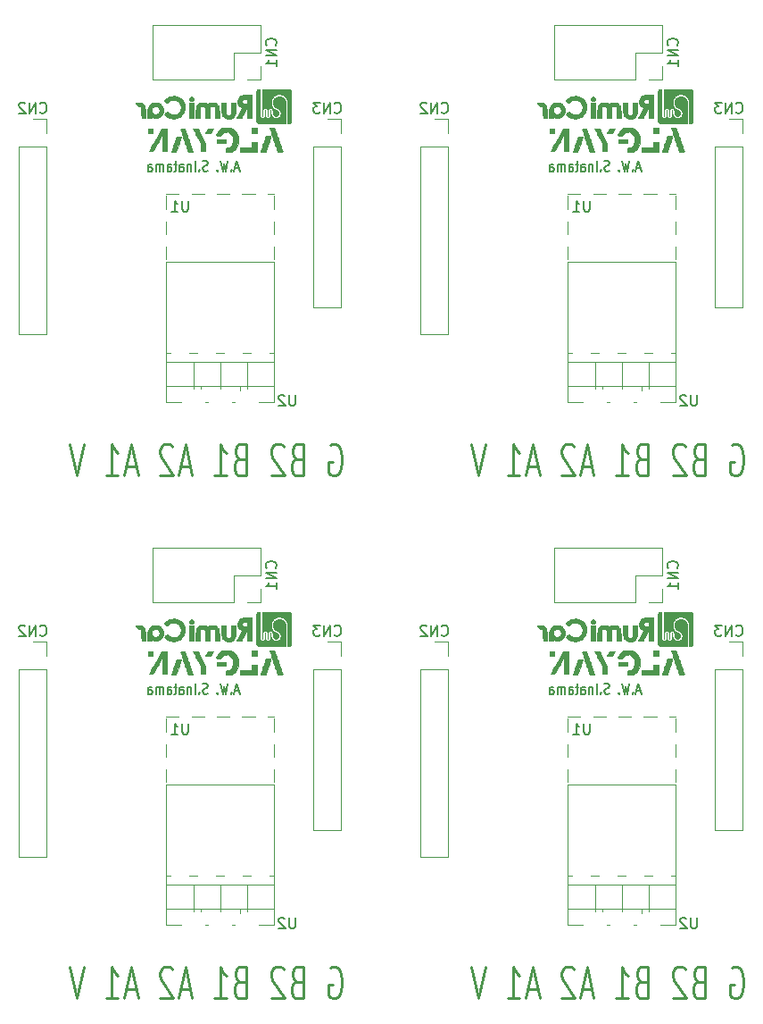
<source format=gbo>
G04 #@! TF.FileFunction,Legend,Bot*
%FSLAX46Y46*%
G04 Gerber Fmt 4.6, Leading zero omitted, Abs format (unit mm)*
G04 Created by KiCad (PCBNEW 4.0.7) date 06/11/20 11:22:33*
%MOMM*%
%LPD*%
G01*
G04 APERTURE LIST*
%ADD10C,0.100000*%
%ADD11C,0.250000*%
%ADD12C,0.150000*%
%ADD13C,0.010000*%
%ADD14C,0.120000*%
%ADD15O,3.900000X3.900000*%
%ADD16R,2.200000X2.200000*%
%ADD17O,2.200000X2.200000*%
%ADD18R,2.100000X2.100000*%
%ADD19O,2.100000X2.100000*%
%ADD20R,2.000000X2.000000*%
%ADD21C,2.000000*%
%ADD22R,3.400000X4.400000*%
%ADD23C,3.900000*%
G04 APERTURE END LIST*
D10*
D11*
X134856668Y-137565000D02*
X135047145Y-137422143D01*
X135332859Y-137422143D01*
X135618573Y-137565000D01*
X135809049Y-137850714D01*
X135904288Y-138136429D01*
X135999526Y-138707857D01*
X135999526Y-139136429D01*
X135904288Y-139707857D01*
X135809049Y-139993571D01*
X135618573Y-140279286D01*
X135332859Y-140422143D01*
X135142383Y-140422143D01*
X134856668Y-140279286D01*
X134761430Y-140136429D01*
X134761430Y-139136429D01*
X135142383Y-139136429D01*
X131713811Y-138850714D02*
X131428097Y-138993571D01*
X131332858Y-139136429D01*
X131237620Y-139422143D01*
X131237620Y-139850714D01*
X131332858Y-140136429D01*
X131428097Y-140279286D01*
X131618573Y-140422143D01*
X132380478Y-140422143D01*
X132380478Y-137422143D01*
X131713811Y-137422143D01*
X131523335Y-137565000D01*
X131428097Y-137707857D01*
X131332858Y-137993571D01*
X131332858Y-138279286D01*
X131428097Y-138565000D01*
X131523335Y-138707857D01*
X131713811Y-138850714D01*
X132380478Y-138850714D01*
X130475716Y-137707857D02*
X130380478Y-137565000D01*
X130190001Y-137422143D01*
X129713811Y-137422143D01*
X129523335Y-137565000D01*
X129428097Y-137707857D01*
X129332858Y-137993571D01*
X129332858Y-138279286D01*
X129428097Y-138707857D01*
X130570954Y-140422143D01*
X129332858Y-140422143D01*
X126285239Y-138850714D02*
X125999525Y-138993571D01*
X125904286Y-139136429D01*
X125809048Y-139422143D01*
X125809048Y-139850714D01*
X125904286Y-140136429D01*
X125999525Y-140279286D01*
X126190001Y-140422143D01*
X126951906Y-140422143D01*
X126951906Y-137422143D01*
X126285239Y-137422143D01*
X126094763Y-137565000D01*
X125999525Y-137707857D01*
X125904286Y-137993571D01*
X125904286Y-138279286D01*
X125999525Y-138565000D01*
X126094763Y-138707857D01*
X126285239Y-138850714D01*
X126951906Y-138850714D01*
X123904286Y-140422143D02*
X125047144Y-140422143D01*
X124475715Y-140422143D02*
X124475715Y-137422143D01*
X124666191Y-137850714D01*
X124856667Y-138136429D01*
X125047144Y-138279286D01*
X121618572Y-139565000D02*
X120666191Y-139565000D01*
X121809048Y-140422143D02*
X121142381Y-137422143D01*
X120475714Y-140422143D01*
X119904286Y-137707857D02*
X119809048Y-137565000D01*
X119618571Y-137422143D01*
X119142381Y-137422143D01*
X118951905Y-137565000D01*
X118856667Y-137707857D01*
X118761428Y-137993571D01*
X118761428Y-138279286D01*
X118856667Y-138707857D01*
X119999524Y-140422143D01*
X118761428Y-140422143D01*
X116475714Y-139565000D02*
X115523333Y-139565000D01*
X116666190Y-140422143D02*
X115999523Y-137422143D01*
X115332856Y-140422143D01*
X113618570Y-140422143D02*
X114761428Y-140422143D01*
X114189999Y-140422143D02*
X114189999Y-137422143D01*
X114380475Y-137850714D01*
X114570951Y-138136429D01*
X114761428Y-138279286D01*
X111523332Y-137422143D02*
X110856665Y-140422143D01*
X110189998Y-137422143D01*
X96756668Y-137565000D02*
X96947145Y-137422143D01*
X97232859Y-137422143D01*
X97518573Y-137565000D01*
X97709049Y-137850714D01*
X97804288Y-138136429D01*
X97899526Y-138707857D01*
X97899526Y-139136429D01*
X97804288Y-139707857D01*
X97709049Y-139993571D01*
X97518573Y-140279286D01*
X97232859Y-140422143D01*
X97042383Y-140422143D01*
X96756668Y-140279286D01*
X96661430Y-140136429D01*
X96661430Y-139136429D01*
X97042383Y-139136429D01*
X93613811Y-138850714D02*
X93328097Y-138993571D01*
X93232858Y-139136429D01*
X93137620Y-139422143D01*
X93137620Y-139850714D01*
X93232858Y-140136429D01*
X93328097Y-140279286D01*
X93518573Y-140422143D01*
X94280478Y-140422143D01*
X94280478Y-137422143D01*
X93613811Y-137422143D01*
X93423335Y-137565000D01*
X93328097Y-137707857D01*
X93232858Y-137993571D01*
X93232858Y-138279286D01*
X93328097Y-138565000D01*
X93423335Y-138707857D01*
X93613811Y-138850714D01*
X94280478Y-138850714D01*
X92375716Y-137707857D02*
X92280478Y-137565000D01*
X92090001Y-137422143D01*
X91613811Y-137422143D01*
X91423335Y-137565000D01*
X91328097Y-137707857D01*
X91232858Y-137993571D01*
X91232858Y-138279286D01*
X91328097Y-138707857D01*
X92470954Y-140422143D01*
X91232858Y-140422143D01*
X88185239Y-138850714D02*
X87899525Y-138993571D01*
X87804286Y-139136429D01*
X87709048Y-139422143D01*
X87709048Y-139850714D01*
X87804286Y-140136429D01*
X87899525Y-140279286D01*
X88090001Y-140422143D01*
X88851906Y-140422143D01*
X88851906Y-137422143D01*
X88185239Y-137422143D01*
X87994763Y-137565000D01*
X87899525Y-137707857D01*
X87804286Y-137993571D01*
X87804286Y-138279286D01*
X87899525Y-138565000D01*
X87994763Y-138707857D01*
X88185239Y-138850714D01*
X88851906Y-138850714D01*
X85804286Y-140422143D02*
X86947144Y-140422143D01*
X86375715Y-140422143D02*
X86375715Y-137422143D01*
X86566191Y-137850714D01*
X86756667Y-138136429D01*
X86947144Y-138279286D01*
X83518572Y-139565000D02*
X82566191Y-139565000D01*
X83709048Y-140422143D02*
X83042381Y-137422143D01*
X82375714Y-140422143D01*
X81804286Y-137707857D02*
X81709048Y-137565000D01*
X81518571Y-137422143D01*
X81042381Y-137422143D01*
X80851905Y-137565000D01*
X80756667Y-137707857D01*
X80661428Y-137993571D01*
X80661428Y-138279286D01*
X80756667Y-138707857D01*
X81899524Y-140422143D01*
X80661428Y-140422143D01*
X78375714Y-139565000D02*
X77423333Y-139565000D01*
X78566190Y-140422143D02*
X77899523Y-137422143D01*
X77232856Y-140422143D01*
X75518570Y-140422143D02*
X76661428Y-140422143D01*
X76089999Y-140422143D02*
X76089999Y-137422143D01*
X76280475Y-137850714D01*
X76470951Y-138136429D01*
X76661428Y-138279286D01*
X73423332Y-137422143D02*
X72756665Y-140422143D01*
X72089998Y-137422143D01*
X134856668Y-88035000D02*
X135047145Y-87892143D01*
X135332859Y-87892143D01*
X135618573Y-88035000D01*
X135809049Y-88320714D01*
X135904288Y-88606429D01*
X135999526Y-89177857D01*
X135999526Y-89606429D01*
X135904288Y-90177857D01*
X135809049Y-90463571D01*
X135618573Y-90749286D01*
X135332859Y-90892143D01*
X135142383Y-90892143D01*
X134856668Y-90749286D01*
X134761430Y-90606429D01*
X134761430Y-89606429D01*
X135142383Y-89606429D01*
X131713811Y-89320714D02*
X131428097Y-89463571D01*
X131332858Y-89606429D01*
X131237620Y-89892143D01*
X131237620Y-90320714D01*
X131332858Y-90606429D01*
X131428097Y-90749286D01*
X131618573Y-90892143D01*
X132380478Y-90892143D01*
X132380478Y-87892143D01*
X131713811Y-87892143D01*
X131523335Y-88035000D01*
X131428097Y-88177857D01*
X131332858Y-88463571D01*
X131332858Y-88749286D01*
X131428097Y-89035000D01*
X131523335Y-89177857D01*
X131713811Y-89320714D01*
X132380478Y-89320714D01*
X130475716Y-88177857D02*
X130380478Y-88035000D01*
X130190001Y-87892143D01*
X129713811Y-87892143D01*
X129523335Y-88035000D01*
X129428097Y-88177857D01*
X129332858Y-88463571D01*
X129332858Y-88749286D01*
X129428097Y-89177857D01*
X130570954Y-90892143D01*
X129332858Y-90892143D01*
X126285239Y-89320714D02*
X125999525Y-89463571D01*
X125904286Y-89606429D01*
X125809048Y-89892143D01*
X125809048Y-90320714D01*
X125904286Y-90606429D01*
X125999525Y-90749286D01*
X126190001Y-90892143D01*
X126951906Y-90892143D01*
X126951906Y-87892143D01*
X126285239Y-87892143D01*
X126094763Y-88035000D01*
X125999525Y-88177857D01*
X125904286Y-88463571D01*
X125904286Y-88749286D01*
X125999525Y-89035000D01*
X126094763Y-89177857D01*
X126285239Y-89320714D01*
X126951906Y-89320714D01*
X123904286Y-90892143D02*
X125047144Y-90892143D01*
X124475715Y-90892143D02*
X124475715Y-87892143D01*
X124666191Y-88320714D01*
X124856667Y-88606429D01*
X125047144Y-88749286D01*
X121618572Y-90035000D02*
X120666191Y-90035000D01*
X121809048Y-90892143D02*
X121142381Y-87892143D01*
X120475714Y-90892143D01*
X119904286Y-88177857D02*
X119809048Y-88035000D01*
X119618571Y-87892143D01*
X119142381Y-87892143D01*
X118951905Y-88035000D01*
X118856667Y-88177857D01*
X118761428Y-88463571D01*
X118761428Y-88749286D01*
X118856667Y-89177857D01*
X119999524Y-90892143D01*
X118761428Y-90892143D01*
X116475714Y-90035000D02*
X115523333Y-90035000D01*
X116666190Y-90892143D02*
X115999523Y-87892143D01*
X115332856Y-90892143D01*
X113618570Y-90892143D02*
X114761428Y-90892143D01*
X114189999Y-90892143D02*
X114189999Y-87892143D01*
X114380475Y-88320714D01*
X114570951Y-88606429D01*
X114761428Y-88749286D01*
X111523332Y-87892143D02*
X110856665Y-90892143D01*
X110189998Y-87892143D01*
D12*
X126224762Y-111291667D02*
X125843810Y-111291667D01*
X126300953Y-111577381D02*
X126034286Y-110577381D01*
X125767619Y-111577381D01*
X125500953Y-111482143D02*
X125462858Y-111529762D01*
X125500953Y-111577381D01*
X125539048Y-111529762D01*
X125500953Y-111482143D01*
X125500953Y-111577381D01*
X125196191Y-110577381D02*
X125005715Y-111577381D01*
X124853334Y-110863095D01*
X124700953Y-111577381D01*
X124510477Y-110577381D01*
X124205715Y-111482143D02*
X124167620Y-111529762D01*
X124205715Y-111577381D01*
X124243810Y-111529762D01*
X124205715Y-111482143D01*
X124205715Y-111577381D01*
X123253334Y-111529762D02*
X123139048Y-111577381D01*
X122948572Y-111577381D01*
X122872382Y-111529762D01*
X122834286Y-111482143D01*
X122796191Y-111386905D01*
X122796191Y-111291667D01*
X122834286Y-111196429D01*
X122872382Y-111148810D01*
X122948572Y-111101190D01*
X123100953Y-111053571D01*
X123177144Y-111005952D01*
X123215239Y-110958333D01*
X123253334Y-110863095D01*
X123253334Y-110767857D01*
X123215239Y-110672619D01*
X123177144Y-110625000D01*
X123100953Y-110577381D01*
X122910477Y-110577381D01*
X122796191Y-110625000D01*
X122453334Y-111482143D02*
X122415239Y-111529762D01*
X122453334Y-111577381D01*
X122491429Y-111529762D01*
X122453334Y-111482143D01*
X122453334Y-111577381D01*
X122072382Y-111577381D02*
X122072382Y-110577381D01*
X121691430Y-110910714D02*
X121691430Y-111577381D01*
X121691430Y-111005952D02*
X121653335Y-110958333D01*
X121577144Y-110910714D01*
X121462858Y-110910714D01*
X121386668Y-110958333D01*
X121348573Y-111053571D01*
X121348573Y-111577381D01*
X120624763Y-111577381D02*
X120624763Y-111053571D01*
X120662858Y-110958333D01*
X120739048Y-110910714D01*
X120891429Y-110910714D01*
X120967620Y-110958333D01*
X120624763Y-111529762D02*
X120700953Y-111577381D01*
X120891429Y-111577381D01*
X120967620Y-111529762D01*
X121005715Y-111434524D01*
X121005715Y-111339286D01*
X120967620Y-111244048D01*
X120891429Y-111196429D01*
X120700953Y-111196429D01*
X120624763Y-111148810D01*
X120358096Y-110910714D02*
X120053334Y-110910714D01*
X120243810Y-110577381D02*
X120243810Y-111434524D01*
X120205715Y-111529762D01*
X120129524Y-111577381D01*
X120053334Y-111577381D01*
X119443810Y-111577381D02*
X119443810Y-111053571D01*
X119481905Y-110958333D01*
X119558095Y-110910714D01*
X119710476Y-110910714D01*
X119786667Y-110958333D01*
X119443810Y-111529762D02*
X119520000Y-111577381D01*
X119710476Y-111577381D01*
X119786667Y-111529762D01*
X119824762Y-111434524D01*
X119824762Y-111339286D01*
X119786667Y-111244048D01*
X119710476Y-111196429D01*
X119520000Y-111196429D01*
X119443810Y-111148810D01*
X119062857Y-111577381D02*
X119062857Y-110910714D01*
X119062857Y-111005952D02*
X119024762Y-110958333D01*
X118948571Y-110910714D01*
X118834285Y-110910714D01*
X118758095Y-110958333D01*
X118720000Y-111053571D01*
X118720000Y-111577381D01*
X118720000Y-111053571D02*
X118681904Y-110958333D01*
X118605714Y-110910714D01*
X118491428Y-110910714D01*
X118415238Y-110958333D01*
X118377143Y-111053571D01*
X118377143Y-111577381D01*
X117653333Y-111577381D02*
X117653333Y-111053571D01*
X117691428Y-110958333D01*
X117767618Y-110910714D01*
X117919999Y-110910714D01*
X117996190Y-110958333D01*
X117653333Y-111529762D02*
X117729523Y-111577381D01*
X117919999Y-111577381D01*
X117996190Y-111529762D01*
X118034285Y-111434524D01*
X118034285Y-111339286D01*
X117996190Y-111244048D01*
X117919999Y-111196429D01*
X117729523Y-111196429D01*
X117653333Y-111148810D01*
X88124762Y-111291667D02*
X87743810Y-111291667D01*
X88200953Y-111577381D02*
X87934286Y-110577381D01*
X87667619Y-111577381D01*
X87400953Y-111482143D02*
X87362858Y-111529762D01*
X87400953Y-111577381D01*
X87439048Y-111529762D01*
X87400953Y-111482143D01*
X87400953Y-111577381D01*
X87096191Y-110577381D02*
X86905715Y-111577381D01*
X86753334Y-110863095D01*
X86600953Y-111577381D01*
X86410477Y-110577381D01*
X86105715Y-111482143D02*
X86067620Y-111529762D01*
X86105715Y-111577381D01*
X86143810Y-111529762D01*
X86105715Y-111482143D01*
X86105715Y-111577381D01*
X85153334Y-111529762D02*
X85039048Y-111577381D01*
X84848572Y-111577381D01*
X84772382Y-111529762D01*
X84734286Y-111482143D01*
X84696191Y-111386905D01*
X84696191Y-111291667D01*
X84734286Y-111196429D01*
X84772382Y-111148810D01*
X84848572Y-111101190D01*
X85000953Y-111053571D01*
X85077144Y-111005952D01*
X85115239Y-110958333D01*
X85153334Y-110863095D01*
X85153334Y-110767857D01*
X85115239Y-110672619D01*
X85077144Y-110625000D01*
X85000953Y-110577381D01*
X84810477Y-110577381D01*
X84696191Y-110625000D01*
X84353334Y-111482143D02*
X84315239Y-111529762D01*
X84353334Y-111577381D01*
X84391429Y-111529762D01*
X84353334Y-111482143D01*
X84353334Y-111577381D01*
X83972382Y-111577381D02*
X83972382Y-110577381D01*
X83591430Y-110910714D02*
X83591430Y-111577381D01*
X83591430Y-111005952D02*
X83553335Y-110958333D01*
X83477144Y-110910714D01*
X83362858Y-110910714D01*
X83286668Y-110958333D01*
X83248573Y-111053571D01*
X83248573Y-111577381D01*
X82524763Y-111577381D02*
X82524763Y-111053571D01*
X82562858Y-110958333D01*
X82639048Y-110910714D01*
X82791429Y-110910714D01*
X82867620Y-110958333D01*
X82524763Y-111529762D02*
X82600953Y-111577381D01*
X82791429Y-111577381D01*
X82867620Y-111529762D01*
X82905715Y-111434524D01*
X82905715Y-111339286D01*
X82867620Y-111244048D01*
X82791429Y-111196429D01*
X82600953Y-111196429D01*
X82524763Y-111148810D01*
X82258096Y-110910714D02*
X81953334Y-110910714D01*
X82143810Y-110577381D02*
X82143810Y-111434524D01*
X82105715Y-111529762D01*
X82029524Y-111577381D01*
X81953334Y-111577381D01*
X81343810Y-111577381D02*
X81343810Y-111053571D01*
X81381905Y-110958333D01*
X81458095Y-110910714D01*
X81610476Y-110910714D01*
X81686667Y-110958333D01*
X81343810Y-111529762D02*
X81420000Y-111577381D01*
X81610476Y-111577381D01*
X81686667Y-111529762D01*
X81724762Y-111434524D01*
X81724762Y-111339286D01*
X81686667Y-111244048D01*
X81610476Y-111196429D01*
X81420000Y-111196429D01*
X81343810Y-111148810D01*
X80962857Y-111577381D02*
X80962857Y-110910714D01*
X80962857Y-111005952D02*
X80924762Y-110958333D01*
X80848571Y-110910714D01*
X80734285Y-110910714D01*
X80658095Y-110958333D01*
X80620000Y-111053571D01*
X80620000Y-111577381D01*
X80620000Y-111053571D02*
X80581904Y-110958333D01*
X80505714Y-110910714D01*
X80391428Y-110910714D01*
X80315238Y-110958333D01*
X80277143Y-111053571D01*
X80277143Y-111577381D01*
X79553333Y-111577381D02*
X79553333Y-111053571D01*
X79591428Y-110958333D01*
X79667618Y-110910714D01*
X79819999Y-110910714D01*
X79896190Y-110958333D01*
X79553333Y-111529762D02*
X79629523Y-111577381D01*
X79819999Y-111577381D01*
X79896190Y-111529762D01*
X79934285Y-111434524D01*
X79934285Y-111339286D01*
X79896190Y-111244048D01*
X79819999Y-111196429D01*
X79629523Y-111196429D01*
X79553333Y-111148810D01*
X126224762Y-61761667D02*
X125843810Y-61761667D01*
X126300953Y-62047381D02*
X126034286Y-61047381D01*
X125767619Y-62047381D01*
X125500953Y-61952143D02*
X125462858Y-61999762D01*
X125500953Y-62047381D01*
X125539048Y-61999762D01*
X125500953Y-61952143D01*
X125500953Y-62047381D01*
X125196191Y-61047381D02*
X125005715Y-62047381D01*
X124853334Y-61333095D01*
X124700953Y-62047381D01*
X124510477Y-61047381D01*
X124205715Y-61952143D02*
X124167620Y-61999762D01*
X124205715Y-62047381D01*
X124243810Y-61999762D01*
X124205715Y-61952143D01*
X124205715Y-62047381D01*
X123253334Y-61999762D02*
X123139048Y-62047381D01*
X122948572Y-62047381D01*
X122872382Y-61999762D01*
X122834286Y-61952143D01*
X122796191Y-61856905D01*
X122796191Y-61761667D01*
X122834286Y-61666429D01*
X122872382Y-61618810D01*
X122948572Y-61571190D01*
X123100953Y-61523571D01*
X123177144Y-61475952D01*
X123215239Y-61428333D01*
X123253334Y-61333095D01*
X123253334Y-61237857D01*
X123215239Y-61142619D01*
X123177144Y-61095000D01*
X123100953Y-61047381D01*
X122910477Y-61047381D01*
X122796191Y-61095000D01*
X122453334Y-61952143D02*
X122415239Y-61999762D01*
X122453334Y-62047381D01*
X122491429Y-61999762D01*
X122453334Y-61952143D01*
X122453334Y-62047381D01*
X122072382Y-62047381D02*
X122072382Y-61047381D01*
X121691430Y-61380714D02*
X121691430Y-62047381D01*
X121691430Y-61475952D02*
X121653335Y-61428333D01*
X121577144Y-61380714D01*
X121462858Y-61380714D01*
X121386668Y-61428333D01*
X121348573Y-61523571D01*
X121348573Y-62047381D01*
X120624763Y-62047381D02*
X120624763Y-61523571D01*
X120662858Y-61428333D01*
X120739048Y-61380714D01*
X120891429Y-61380714D01*
X120967620Y-61428333D01*
X120624763Y-61999762D02*
X120700953Y-62047381D01*
X120891429Y-62047381D01*
X120967620Y-61999762D01*
X121005715Y-61904524D01*
X121005715Y-61809286D01*
X120967620Y-61714048D01*
X120891429Y-61666429D01*
X120700953Y-61666429D01*
X120624763Y-61618810D01*
X120358096Y-61380714D02*
X120053334Y-61380714D01*
X120243810Y-61047381D02*
X120243810Y-61904524D01*
X120205715Y-61999762D01*
X120129524Y-62047381D01*
X120053334Y-62047381D01*
X119443810Y-62047381D02*
X119443810Y-61523571D01*
X119481905Y-61428333D01*
X119558095Y-61380714D01*
X119710476Y-61380714D01*
X119786667Y-61428333D01*
X119443810Y-61999762D02*
X119520000Y-62047381D01*
X119710476Y-62047381D01*
X119786667Y-61999762D01*
X119824762Y-61904524D01*
X119824762Y-61809286D01*
X119786667Y-61714048D01*
X119710476Y-61666429D01*
X119520000Y-61666429D01*
X119443810Y-61618810D01*
X119062857Y-62047381D02*
X119062857Y-61380714D01*
X119062857Y-61475952D02*
X119024762Y-61428333D01*
X118948571Y-61380714D01*
X118834285Y-61380714D01*
X118758095Y-61428333D01*
X118720000Y-61523571D01*
X118720000Y-62047381D01*
X118720000Y-61523571D02*
X118681904Y-61428333D01*
X118605714Y-61380714D01*
X118491428Y-61380714D01*
X118415238Y-61428333D01*
X118377143Y-61523571D01*
X118377143Y-62047381D01*
X117653333Y-62047381D02*
X117653333Y-61523571D01*
X117691428Y-61428333D01*
X117767618Y-61380714D01*
X117919999Y-61380714D01*
X117996190Y-61428333D01*
X117653333Y-61999762D02*
X117729523Y-62047381D01*
X117919999Y-62047381D01*
X117996190Y-61999762D01*
X118034285Y-61904524D01*
X118034285Y-61809286D01*
X117996190Y-61714048D01*
X117919999Y-61666429D01*
X117729523Y-61666429D01*
X117653333Y-61618810D01*
X88124762Y-61761667D02*
X87743810Y-61761667D01*
X88200953Y-62047381D02*
X87934286Y-61047381D01*
X87667619Y-62047381D01*
X87400953Y-61952143D02*
X87362858Y-61999762D01*
X87400953Y-62047381D01*
X87439048Y-61999762D01*
X87400953Y-61952143D01*
X87400953Y-62047381D01*
X87096191Y-61047381D02*
X86905715Y-62047381D01*
X86753334Y-61333095D01*
X86600953Y-62047381D01*
X86410477Y-61047381D01*
X86105715Y-61952143D02*
X86067620Y-61999762D01*
X86105715Y-62047381D01*
X86143810Y-61999762D01*
X86105715Y-61952143D01*
X86105715Y-62047381D01*
X85153334Y-61999762D02*
X85039048Y-62047381D01*
X84848572Y-62047381D01*
X84772382Y-61999762D01*
X84734286Y-61952143D01*
X84696191Y-61856905D01*
X84696191Y-61761667D01*
X84734286Y-61666429D01*
X84772382Y-61618810D01*
X84848572Y-61571190D01*
X85000953Y-61523571D01*
X85077144Y-61475952D01*
X85115239Y-61428333D01*
X85153334Y-61333095D01*
X85153334Y-61237857D01*
X85115239Y-61142619D01*
X85077144Y-61095000D01*
X85000953Y-61047381D01*
X84810477Y-61047381D01*
X84696191Y-61095000D01*
X84353334Y-61952143D02*
X84315239Y-61999762D01*
X84353334Y-62047381D01*
X84391429Y-61999762D01*
X84353334Y-61952143D01*
X84353334Y-62047381D01*
X83972382Y-62047381D02*
X83972382Y-61047381D01*
X83591430Y-61380714D02*
X83591430Y-62047381D01*
X83591430Y-61475952D02*
X83553335Y-61428333D01*
X83477144Y-61380714D01*
X83362858Y-61380714D01*
X83286668Y-61428333D01*
X83248573Y-61523571D01*
X83248573Y-62047381D01*
X82524763Y-62047381D02*
X82524763Y-61523571D01*
X82562858Y-61428333D01*
X82639048Y-61380714D01*
X82791429Y-61380714D01*
X82867620Y-61428333D01*
X82524763Y-61999762D02*
X82600953Y-62047381D01*
X82791429Y-62047381D01*
X82867620Y-61999762D01*
X82905715Y-61904524D01*
X82905715Y-61809286D01*
X82867620Y-61714048D01*
X82791429Y-61666429D01*
X82600953Y-61666429D01*
X82524763Y-61618810D01*
X82258096Y-61380714D02*
X81953334Y-61380714D01*
X82143810Y-61047381D02*
X82143810Y-61904524D01*
X82105715Y-61999762D01*
X82029524Y-62047381D01*
X81953334Y-62047381D01*
X81343810Y-62047381D02*
X81343810Y-61523571D01*
X81381905Y-61428333D01*
X81458095Y-61380714D01*
X81610476Y-61380714D01*
X81686667Y-61428333D01*
X81343810Y-61999762D02*
X81420000Y-62047381D01*
X81610476Y-62047381D01*
X81686667Y-61999762D01*
X81724762Y-61904524D01*
X81724762Y-61809286D01*
X81686667Y-61714048D01*
X81610476Y-61666429D01*
X81420000Y-61666429D01*
X81343810Y-61618810D01*
X80962857Y-62047381D02*
X80962857Y-61380714D01*
X80962857Y-61475952D02*
X80924762Y-61428333D01*
X80848571Y-61380714D01*
X80734285Y-61380714D01*
X80658095Y-61428333D01*
X80620000Y-61523571D01*
X80620000Y-62047381D01*
X80620000Y-61523571D02*
X80581904Y-61428333D01*
X80505714Y-61380714D01*
X80391428Y-61380714D01*
X80315238Y-61428333D01*
X80277143Y-61523571D01*
X80277143Y-62047381D01*
X79553333Y-62047381D02*
X79553333Y-61523571D01*
X79591428Y-61428333D01*
X79667618Y-61380714D01*
X79819999Y-61380714D01*
X79896190Y-61428333D01*
X79553333Y-61999762D02*
X79629523Y-62047381D01*
X79819999Y-62047381D01*
X79896190Y-61999762D01*
X79934285Y-61904524D01*
X79934285Y-61809286D01*
X79896190Y-61714048D01*
X79819999Y-61666429D01*
X79629523Y-61666429D01*
X79553333Y-61618810D01*
D11*
X96756668Y-88035000D02*
X96947145Y-87892143D01*
X97232859Y-87892143D01*
X97518573Y-88035000D01*
X97709049Y-88320714D01*
X97804288Y-88606429D01*
X97899526Y-89177857D01*
X97899526Y-89606429D01*
X97804288Y-90177857D01*
X97709049Y-90463571D01*
X97518573Y-90749286D01*
X97232859Y-90892143D01*
X97042383Y-90892143D01*
X96756668Y-90749286D01*
X96661430Y-90606429D01*
X96661430Y-89606429D01*
X97042383Y-89606429D01*
X93613811Y-89320714D02*
X93328097Y-89463571D01*
X93232858Y-89606429D01*
X93137620Y-89892143D01*
X93137620Y-90320714D01*
X93232858Y-90606429D01*
X93328097Y-90749286D01*
X93518573Y-90892143D01*
X94280478Y-90892143D01*
X94280478Y-87892143D01*
X93613811Y-87892143D01*
X93423335Y-88035000D01*
X93328097Y-88177857D01*
X93232858Y-88463571D01*
X93232858Y-88749286D01*
X93328097Y-89035000D01*
X93423335Y-89177857D01*
X93613811Y-89320714D01*
X94280478Y-89320714D01*
X92375716Y-88177857D02*
X92280478Y-88035000D01*
X92090001Y-87892143D01*
X91613811Y-87892143D01*
X91423335Y-88035000D01*
X91328097Y-88177857D01*
X91232858Y-88463571D01*
X91232858Y-88749286D01*
X91328097Y-89177857D01*
X92470954Y-90892143D01*
X91232858Y-90892143D01*
X88185239Y-89320714D02*
X87899525Y-89463571D01*
X87804286Y-89606429D01*
X87709048Y-89892143D01*
X87709048Y-90320714D01*
X87804286Y-90606429D01*
X87899525Y-90749286D01*
X88090001Y-90892143D01*
X88851906Y-90892143D01*
X88851906Y-87892143D01*
X88185239Y-87892143D01*
X87994763Y-88035000D01*
X87899525Y-88177857D01*
X87804286Y-88463571D01*
X87804286Y-88749286D01*
X87899525Y-89035000D01*
X87994763Y-89177857D01*
X88185239Y-89320714D01*
X88851906Y-89320714D01*
X85804286Y-90892143D02*
X86947144Y-90892143D01*
X86375715Y-90892143D02*
X86375715Y-87892143D01*
X86566191Y-88320714D01*
X86756667Y-88606429D01*
X86947144Y-88749286D01*
X83518572Y-90035000D02*
X82566191Y-90035000D01*
X83709048Y-90892143D02*
X83042381Y-87892143D01*
X82375714Y-90892143D01*
X81804286Y-88177857D02*
X81709048Y-88035000D01*
X81518571Y-87892143D01*
X81042381Y-87892143D01*
X80851905Y-88035000D01*
X80756667Y-88177857D01*
X80661428Y-88463571D01*
X80661428Y-88749286D01*
X80756667Y-89177857D01*
X81899524Y-90892143D01*
X80661428Y-90892143D01*
X78375714Y-90035000D02*
X77423333Y-90035000D01*
X78566190Y-90892143D02*
X77899523Y-87892143D01*
X77232856Y-90892143D01*
X75518570Y-90892143D02*
X76661428Y-90892143D01*
X76089999Y-90892143D02*
X76089999Y-87892143D01*
X76280475Y-88320714D01*
X76470951Y-88606429D01*
X76661428Y-88749286D01*
X73423332Y-87892143D02*
X72756665Y-90892143D01*
X72089998Y-87892143D01*
D13*
G36*
X125056900Y-107428362D02*
X124845007Y-107441985D01*
X124667441Y-107481749D01*
X124512919Y-107551427D01*
X124370159Y-107654789D01*
X124364320Y-107659864D01*
X124282475Y-107745419D01*
X124204874Y-107850703D01*
X124139665Y-107961875D01*
X124094996Y-108065091D01*
X124079000Y-108144556D01*
X124083182Y-108178314D01*
X124102525Y-108198089D01*
X124147234Y-108207014D01*
X124227508Y-108208222D01*
X124282200Y-108206966D01*
X124374270Y-108205363D01*
X124462507Y-108205054D01*
X124518734Y-108200965D01*
X124556755Y-108180083D01*
X124591579Y-108130753D01*
X124615215Y-108086482D01*
X124699242Y-107976839D01*
X124819555Y-107897626D01*
X124969857Y-107851569D01*
X125143854Y-107841391D01*
X125176435Y-107843516D01*
X125263626Y-107871095D01*
X125359848Y-107933323D01*
X125452310Y-108018975D01*
X125528226Y-108116825D01*
X125563238Y-108183075D01*
X125596159Y-108261301D01*
X125624299Y-108327109D01*
X125631545Y-108343700D01*
X125644841Y-108401073D01*
X125653722Y-108493417D01*
X125657655Y-108605048D01*
X125656107Y-108720285D01*
X125648548Y-108823446D01*
X125647985Y-108828150D01*
X125615878Y-108988193D01*
X125564401Y-109113378D01*
X125504549Y-109189582D01*
X125411776Y-109255911D01*
X125302251Y-109312162D01*
X125194145Y-109350452D01*
X125105633Y-109362902D01*
X125104984Y-109362872D01*
X125052126Y-109365437D01*
X125018446Y-109384741D01*
X125000536Y-109429228D01*
X124994993Y-109507342D01*
X124998394Y-109627183D01*
X125006100Y-109791500D01*
X125189749Y-109792576D01*
X125297579Y-109789083D01*
X125399473Y-109778900D01*
X125469149Y-109765261D01*
X125566037Y-109731461D01*
X125648476Y-109688249D01*
X125732603Y-109625509D01*
X125825111Y-109542079D01*
X125900253Y-109461300D01*
X125247400Y-109461300D01*
X125234700Y-109474000D01*
X125222000Y-109461300D01*
X125234700Y-109448600D01*
X125247400Y-109461300D01*
X125900253Y-109461300D01*
X125946429Y-109411661D01*
X126037852Y-109274230D01*
X126102372Y-109121072D01*
X126142984Y-108943470D01*
X126162680Y-108732707D01*
X126165555Y-108550800D01*
X126162887Y-108419450D01*
X126155843Y-108323988D01*
X126142043Y-108249542D01*
X126139545Y-108242100D01*
X125907800Y-108242100D01*
X125895100Y-108254800D01*
X125882400Y-108242100D01*
X125895100Y-108229400D01*
X125907800Y-108242100D01*
X126139545Y-108242100D01*
X126119109Y-108181240D01*
X126099041Y-108134981D01*
X126064719Y-108055128D01*
X126041410Y-107991553D01*
X126034800Y-107963304D01*
X126016117Y-107919894D01*
X125966348Y-107855018D01*
X125894919Y-107777862D01*
X125811253Y-107697613D01*
X125724775Y-107623459D01*
X125644909Y-107564587D01*
X125597810Y-107537305D01*
X125489254Y-107488021D01*
X125398238Y-107455896D01*
X125307809Y-107437515D01*
X125201015Y-107429465D01*
X125060905Y-107428332D01*
X125056900Y-107428362D01*
X125056900Y-107428362D01*
G37*
X125056900Y-107428362D02*
X124845007Y-107441985D01*
X124667441Y-107481749D01*
X124512919Y-107551427D01*
X124370159Y-107654789D01*
X124364320Y-107659864D01*
X124282475Y-107745419D01*
X124204874Y-107850703D01*
X124139665Y-107961875D01*
X124094996Y-108065091D01*
X124079000Y-108144556D01*
X124083182Y-108178314D01*
X124102525Y-108198089D01*
X124147234Y-108207014D01*
X124227508Y-108208222D01*
X124282200Y-108206966D01*
X124374270Y-108205363D01*
X124462507Y-108205054D01*
X124518734Y-108200965D01*
X124556755Y-108180083D01*
X124591579Y-108130753D01*
X124615215Y-108086482D01*
X124699242Y-107976839D01*
X124819555Y-107897626D01*
X124969857Y-107851569D01*
X125143854Y-107841391D01*
X125176435Y-107843516D01*
X125263626Y-107871095D01*
X125359848Y-107933323D01*
X125452310Y-108018975D01*
X125528226Y-108116825D01*
X125563238Y-108183075D01*
X125596159Y-108261301D01*
X125624299Y-108327109D01*
X125631545Y-108343700D01*
X125644841Y-108401073D01*
X125653722Y-108493417D01*
X125657655Y-108605048D01*
X125656107Y-108720285D01*
X125648548Y-108823446D01*
X125647985Y-108828150D01*
X125615878Y-108988193D01*
X125564401Y-109113378D01*
X125504549Y-109189582D01*
X125411776Y-109255911D01*
X125302251Y-109312162D01*
X125194145Y-109350452D01*
X125105633Y-109362902D01*
X125104984Y-109362872D01*
X125052126Y-109365437D01*
X125018446Y-109384741D01*
X125000536Y-109429228D01*
X124994993Y-109507342D01*
X124998394Y-109627183D01*
X125006100Y-109791500D01*
X125189749Y-109792576D01*
X125297579Y-109789083D01*
X125399473Y-109778900D01*
X125469149Y-109765261D01*
X125566037Y-109731461D01*
X125648476Y-109688249D01*
X125732603Y-109625509D01*
X125825111Y-109542079D01*
X125900253Y-109461300D01*
X125247400Y-109461300D01*
X125234700Y-109474000D01*
X125222000Y-109461300D01*
X125234700Y-109448600D01*
X125247400Y-109461300D01*
X125900253Y-109461300D01*
X125946429Y-109411661D01*
X126037852Y-109274230D01*
X126102372Y-109121072D01*
X126142984Y-108943470D01*
X126162680Y-108732707D01*
X126165555Y-108550800D01*
X126162887Y-108419450D01*
X126155843Y-108323988D01*
X126142043Y-108249542D01*
X126139545Y-108242100D01*
X125907800Y-108242100D01*
X125895100Y-108254800D01*
X125882400Y-108242100D01*
X125895100Y-108229400D01*
X125907800Y-108242100D01*
X126139545Y-108242100D01*
X126119109Y-108181240D01*
X126099041Y-108134981D01*
X126064719Y-108055128D01*
X126041410Y-107991553D01*
X126034800Y-107963304D01*
X126016117Y-107919894D01*
X125966348Y-107855018D01*
X125894919Y-107777862D01*
X125811253Y-107697613D01*
X125724775Y-107623459D01*
X125644909Y-107564587D01*
X125597810Y-107537305D01*
X125489254Y-107488021D01*
X125398238Y-107455896D01*
X125307809Y-107437515D01*
X125201015Y-107429465D01*
X125060905Y-107428332D01*
X125056900Y-107428362D01*
G36*
X120797218Y-107570667D02*
X120735170Y-107578773D01*
X120708400Y-107597968D01*
X120709162Y-107632906D01*
X120724568Y-107675754D01*
X120739299Y-107717164D01*
X120766544Y-107798689D01*
X120803580Y-107911982D01*
X120847683Y-108048699D01*
X120896127Y-108200493D01*
X120905296Y-108229400D01*
X120961939Y-108406802D01*
X121022134Y-108593045D01*
X121081037Y-108773291D01*
X121133803Y-108932704D01*
X121170708Y-109042200D01*
X121219458Y-109185662D01*
X121269827Y-109335143D01*
X121315564Y-109472019D01*
X121347666Y-109569250D01*
X121416172Y-109778800D01*
X121642686Y-109778800D01*
X121742849Y-109776407D01*
X121820342Y-109770001D01*
X121863784Y-109760742D01*
X121869200Y-109755732D01*
X121861117Y-109725473D01*
X121839065Y-109656916D01*
X121806342Y-109559538D01*
X121766243Y-109442817D01*
X121722068Y-109316232D01*
X121677111Y-109189259D01*
X121634670Y-109071376D01*
X121598043Y-108972061D01*
X121581227Y-108927900D01*
X121560734Y-108872898D01*
X121527259Y-108780618D01*
X121483721Y-108659313D01*
X121433039Y-108517242D01*
X121378134Y-108362659D01*
X121321926Y-108203820D01*
X121267335Y-108048983D01*
X121217280Y-107906402D01*
X121174681Y-107784333D01*
X121142460Y-107691034D01*
X121123534Y-107634759D01*
X121120832Y-107626150D01*
X121108404Y-107597538D01*
X121084700Y-107580481D01*
X121038425Y-107572023D01*
X120958281Y-107569211D01*
X120902289Y-107569000D01*
X120797218Y-107570667D01*
X120797218Y-107570667D01*
G37*
X120797218Y-107570667D02*
X120735170Y-107578773D01*
X120708400Y-107597968D01*
X120709162Y-107632906D01*
X120724568Y-107675754D01*
X120739299Y-107717164D01*
X120766544Y-107798689D01*
X120803580Y-107911982D01*
X120847683Y-108048699D01*
X120896127Y-108200493D01*
X120905296Y-108229400D01*
X120961939Y-108406802D01*
X121022134Y-108593045D01*
X121081037Y-108773291D01*
X121133803Y-108932704D01*
X121170708Y-109042200D01*
X121219458Y-109185662D01*
X121269827Y-109335143D01*
X121315564Y-109472019D01*
X121347666Y-109569250D01*
X121416172Y-109778800D01*
X121642686Y-109778800D01*
X121742849Y-109776407D01*
X121820342Y-109770001D01*
X121863784Y-109760742D01*
X121869200Y-109755732D01*
X121861117Y-109725473D01*
X121839065Y-109656916D01*
X121806342Y-109559538D01*
X121766243Y-109442817D01*
X121722068Y-109316232D01*
X121677111Y-109189259D01*
X121634670Y-109071376D01*
X121598043Y-108972061D01*
X121581227Y-108927900D01*
X121560734Y-108872898D01*
X121527259Y-108780618D01*
X121483721Y-108659313D01*
X121433039Y-108517242D01*
X121378134Y-108362659D01*
X121321926Y-108203820D01*
X121267335Y-108048983D01*
X121217280Y-107906402D01*
X121174681Y-107784333D01*
X121142460Y-107691034D01*
X121123534Y-107634759D01*
X121120832Y-107626150D01*
X121108404Y-107597538D01*
X121084700Y-107580481D01*
X121038425Y-107572023D01*
X120958281Y-107569211D01*
X120902289Y-107569000D01*
X120797218Y-107570667D01*
G36*
X120267702Y-108438950D02*
X120249509Y-108492957D01*
X120217101Y-108586729D01*
X120173306Y-108712176D01*
X120120955Y-108861210D01*
X120062880Y-109025739D01*
X120022336Y-109140166D01*
X119964340Y-109304474D01*
X119912458Y-109453148D01*
X119869001Y-109579427D01*
X119836280Y-109676550D01*
X119816606Y-109737759D01*
X119811800Y-109756116D01*
X119835331Y-109765946D01*
X119898472Y-109773547D01*
X119990046Y-109777858D01*
X120046750Y-109778445D01*
X120281700Y-109778091D01*
X120504914Y-109073595D01*
X120561773Y-108893408D01*
X120613226Y-108728947D01*
X120657361Y-108586434D01*
X120692268Y-108472092D01*
X120716034Y-108392143D01*
X120726749Y-108352809D01*
X120727164Y-108350050D01*
X120703269Y-108341363D01*
X120640427Y-108334752D01*
X120550482Y-108331278D01*
X120514366Y-108331000D01*
X120302532Y-108330999D01*
X120267702Y-108438950D01*
X120267702Y-108438950D01*
G37*
X120267702Y-108438950D02*
X120249509Y-108492957D01*
X120217101Y-108586729D01*
X120173306Y-108712176D01*
X120120955Y-108861210D01*
X120062880Y-109025739D01*
X120022336Y-109140166D01*
X119964340Y-109304474D01*
X119912458Y-109453148D01*
X119869001Y-109579427D01*
X119836280Y-109676550D01*
X119816606Y-109737759D01*
X119811800Y-109756116D01*
X119835331Y-109765946D01*
X119898472Y-109773547D01*
X119990046Y-109777858D01*
X120046750Y-109778445D01*
X120281700Y-109778091D01*
X120504914Y-109073595D01*
X120561773Y-108893408D01*
X120613226Y-108728947D01*
X120657361Y-108586434D01*
X120692268Y-108472092D01*
X120716034Y-108392143D01*
X120726749Y-108352809D01*
X120727164Y-108350050D01*
X120703269Y-108341363D01*
X120640427Y-108334752D01*
X120550482Y-108331278D01*
X120514366Y-108331000D01*
X120302532Y-108330999D01*
X120267702Y-108438950D01*
G36*
X127469900Y-108854192D02*
X127462562Y-109075196D01*
X127455223Y-109296200D01*
X127157762Y-109297781D01*
X127005037Y-109298928D01*
X126837968Y-109300714D01*
X126681812Y-109302849D01*
X126606300Y-109304131D01*
X126352300Y-109308900D01*
X126352300Y-109740700D01*
X127147532Y-109745267D01*
X127382943Y-109746137D01*
X127571602Y-109745671D01*
X127717538Y-109743736D01*
X127824786Y-109740202D01*
X127897376Y-109734937D01*
X127939340Y-109727808D01*
X127954637Y-109718892D01*
X127958214Y-109684118D01*
X127960501Y-109607782D01*
X127961397Y-109499109D01*
X127960802Y-109367323D01*
X127959505Y-109269824D01*
X127952500Y-108851700D01*
X127469900Y-108854192D01*
X127469900Y-108854192D01*
G37*
X127469900Y-108854192D02*
X127462562Y-109075196D01*
X127455223Y-109296200D01*
X127157762Y-109297781D01*
X127005037Y-109298928D01*
X126837968Y-109300714D01*
X126681812Y-109302849D01*
X126606300Y-109304131D01*
X126352300Y-109308900D01*
X126352300Y-109740700D01*
X127147532Y-109745267D01*
X127382943Y-109746137D01*
X127571602Y-109745671D01*
X127717538Y-109743736D01*
X127824786Y-109740202D01*
X127897376Y-109734937D01*
X127939340Y-109727808D01*
X127954637Y-109718892D01*
X127958214Y-109684118D01*
X127960501Y-109607782D01*
X127961397Y-109499109D01*
X127960802Y-109367323D01*
X127959505Y-109269824D01*
X127952500Y-108851700D01*
X127469900Y-108854192D01*
G36*
X129214460Y-107651549D02*
X129241897Y-107739622D01*
X129263640Y-107811578D01*
X129274057Y-107848400D01*
X129285160Y-107884962D01*
X129310116Y-107962622D01*
X129346582Y-108074327D01*
X129392214Y-108213025D01*
X129444670Y-108371666D01*
X129501604Y-108543197D01*
X129560673Y-108720567D01*
X129619534Y-108896724D01*
X129675843Y-109064617D01*
X129727256Y-109217193D01*
X129771430Y-109347402D01*
X129799575Y-109429550D01*
X129902518Y-109728000D01*
X130140359Y-109728000D01*
X130257758Y-109725318D01*
X130338377Y-109717719D01*
X130376135Y-109705874D01*
X130378200Y-109701784D01*
X130368829Y-109663267D01*
X130345533Y-109600054D01*
X130337619Y-109581134D01*
X130301274Y-109491805D01*
X130262089Y-109388152D01*
X130225884Y-109286421D01*
X130198483Y-109202858D01*
X130186984Y-109160820D01*
X130156307Y-109048227D01*
X130119279Y-108953300D01*
X129844800Y-108953300D01*
X129832100Y-108966000D01*
X129819400Y-108953300D01*
X129832100Y-108940600D01*
X129844800Y-108953300D01*
X130119279Y-108953300D01*
X130106823Y-108921369D01*
X130098548Y-108902500D01*
X130077676Y-108850707D01*
X130042804Y-108758853D01*
X129996823Y-108634788D01*
X129942624Y-108486361D01*
X129883099Y-108321420D01*
X129836592Y-108191300D01*
X129776701Y-108023158D01*
X129721788Y-107869262D01*
X129674353Y-107736592D01*
X129636893Y-107632129D01*
X129611909Y-107562854D01*
X129602501Y-107537250D01*
X129586229Y-107514888D01*
X129551594Y-107501396D01*
X129488089Y-107494719D01*
X129385206Y-107492808D01*
X129374846Y-107492800D01*
X129164327Y-107492799D01*
X129214460Y-107651549D01*
X129214460Y-107651549D01*
G37*
X129214460Y-107651549D02*
X129241897Y-107739622D01*
X129263640Y-107811578D01*
X129274057Y-107848400D01*
X129285160Y-107884962D01*
X129310116Y-107962622D01*
X129346582Y-108074327D01*
X129392214Y-108213025D01*
X129444670Y-108371666D01*
X129501604Y-108543197D01*
X129560673Y-108720567D01*
X129619534Y-108896724D01*
X129675843Y-109064617D01*
X129727256Y-109217193D01*
X129771430Y-109347402D01*
X129799575Y-109429550D01*
X129902518Y-109728000D01*
X130140359Y-109728000D01*
X130257758Y-109725318D01*
X130338377Y-109717719D01*
X130376135Y-109705874D01*
X130378200Y-109701784D01*
X130368829Y-109663267D01*
X130345533Y-109600054D01*
X130337619Y-109581134D01*
X130301274Y-109491805D01*
X130262089Y-109388152D01*
X130225884Y-109286421D01*
X130198483Y-109202858D01*
X130186984Y-109160820D01*
X130156307Y-109048227D01*
X130119279Y-108953300D01*
X129844800Y-108953300D01*
X129832100Y-108966000D01*
X129819400Y-108953300D01*
X129832100Y-108940600D01*
X129844800Y-108953300D01*
X130119279Y-108953300D01*
X130106823Y-108921369D01*
X130098548Y-108902500D01*
X130077676Y-108850707D01*
X130042804Y-108758853D01*
X129996823Y-108634788D01*
X129942624Y-108486361D01*
X129883099Y-108321420D01*
X129836592Y-108191300D01*
X129776701Y-108023158D01*
X129721788Y-107869262D01*
X129674353Y-107736592D01*
X129636893Y-107632129D01*
X129611909Y-107562854D01*
X129602501Y-107537250D01*
X129586229Y-107514888D01*
X129551594Y-107501396D01*
X129488089Y-107494719D01*
X129385206Y-107492808D01*
X129374846Y-107492800D01*
X129164327Y-107492799D01*
X129214460Y-107651549D01*
G36*
X129016333Y-108260111D02*
X128790700Y-108267500D01*
X128747717Y-108394500D01*
X128724559Y-108461939D01*
X128688452Y-108565897D01*
X128643369Y-108694992D01*
X128593280Y-108837845D01*
X128561604Y-108927900D01*
X128487153Y-109139382D01*
X128427911Y-109307943D01*
X128382169Y-109438560D01*
X128348216Y-109536211D01*
X128324342Y-109605873D01*
X128308838Y-109652526D01*
X128299994Y-109681146D01*
X128296101Y-109696712D01*
X128295400Y-109702934D01*
X128318561Y-109711621D01*
X128379149Y-109718261D01*
X128463827Y-109722669D01*
X128559258Y-109724656D01*
X128652104Y-109724036D01*
X128729027Y-109720619D01*
X128776689Y-109714220D01*
X128785391Y-109709822D01*
X128798094Y-109677229D01*
X128823440Y-109603921D01*
X128858937Y-109497677D01*
X128902093Y-109366275D01*
X128950415Y-109217494D01*
X129001412Y-109059112D01*
X129052591Y-108898908D01*
X129101460Y-108744659D01*
X129145527Y-108604144D01*
X129182300Y-108485142D01*
X129209286Y-108395431D01*
X129223993Y-108342789D01*
X129225463Y-108336311D01*
X129241966Y-108252723D01*
X129016333Y-108260111D01*
X129016333Y-108260111D01*
G37*
X129016333Y-108260111D02*
X128790700Y-108267500D01*
X128747717Y-108394500D01*
X128724559Y-108461939D01*
X128688452Y-108565897D01*
X128643369Y-108694992D01*
X128593280Y-108837845D01*
X128561604Y-108927900D01*
X128487153Y-109139382D01*
X128427911Y-109307943D01*
X128382169Y-109438560D01*
X128348216Y-109536211D01*
X128324342Y-109605873D01*
X128308838Y-109652526D01*
X128299994Y-109681146D01*
X128296101Y-109696712D01*
X128295400Y-109702934D01*
X128318561Y-109711621D01*
X128379149Y-109718261D01*
X128463827Y-109722669D01*
X128559258Y-109724656D01*
X128652104Y-109724036D01*
X128729027Y-109720619D01*
X128776689Y-109714220D01*
X128785391Y-109709822D01*
X128798094Y-109677229D01*
X128823440Y-109603921D01*
X128858937Y-109497677D01*
X128902093Y-109366275D01*
X128950415Y-109217494D01*
X129001412Y-109059112D01*
X129052591Y-108898908D01*
X129101460Y-108744659D01*
X129145527Y-108604144D01*
X129182300Y-108485142D01*
X129209286Y-108395431D01*
X129223993Y-108342789D01*
X129225463Y-108336311D01*
X129241966Y-108252723D01*
X129016333Y-108260111D01*
G36*
X121995931Y-107519850D02*
X121918322Y-107525925D01*
X121879602Y-107538110D01*
X121873852Y-107558090D01*
X121890923Y-107582969D01*
X121911658Y-107614849D01*
X121949426Y-107680556D01*
X121997856Y-107768831D01*
X122026769Y-107823000D01*
X122076700Y-107917164D01*
X122144158Y-108043960D01*
X122222671Y-108191248D01*
X122305769Y-108346885D01*
X122373346Y-108473259D01*
X122605800Y-108907619D01*
X122605800Y-109702600D01*
X123037600Y-109702600D01*
X123037600Y-108992997D01*
X122367496Y-107518199D01*
X122118348Y-107518199D01*
X121995931Y-107519850D01*
X121995931Y-107519850D01*
G37*
X121995931Y-107519850D02*
X121918322Y-107525925D01*
X121879602Y-107538110D01*
X121873852Y-107558090D01*
X121890923Y-107582969D01*
X121911658Y-107614849D01*
X121949426Y-107680556D01*
X121997856Y-107768831D01*
X122026769Y-107823000D01*
X122076700Y-107917164D01*
X122144158Y-108043960D01*
X122222671Y-108191248D01*
X122305769Y-108346885D01*
X122373346Y-108473259D01*
X122605800Y-108907619D01*
X122605800Y-109702600D01*
X123037600Y-109702600D01*
X123037600Y-108992997D01*
X122367496Y-107518199D01*
X122118348Y-107518199D01*
X121995931Y-107519850D01*
G36*
X119148170Y-107523596D02*
X118916230Y-107530900D01*
X118541153Y-108189746D01*
X118445842Y-108359163D01*
X118360566Y-108514615D01*
X118288266Y-108650439D01*
X118231881Y-108760971D01*
X118194352Y-108840547D01*
X118178619Y-108883504D01*
X118178534Y-108888246D01*
X118183811Y-108913376D01*
X118166749Y-108893835D01*
X118165762Y-108892451D01*
X118144272Y-108878079D01*
X118119275Y-108901897D01*
X118096679Y-108941802D01*
X118052989Y-109023781D01*
X118005350Y-109109793D01*
X118001280Y-109116951D01*
X117962158Y-109187434D01*
X117913103Y-109278542D01*
X117859442Y-109380024D01*
X117806502Y-109481628D01*
X117759608Y-109573103D01*
X117724087Y-109644197D01*
X117705266Y-109684661D01*
X117703600Y-109689859D01*
X117726833Y-109695305D01*
X117787945Y-109698129D01*
X117874056Y-109697766D01*
X117880240Y-109697618D01*
X118056879Y-109693173D01*
X118085399Y-109639100D01*
X118008400Y-109639100D01*
X117995700Y-109651800D01*
X117983000Y-109639100D01*
X117995700Y-109626400D01*
X118008400Y-109639100D01*
X118085399Y-109639100D01*
X118118029Y-109577236D01*
X118185455Y-109450086D01*
X118233188Y-109361893D01*
X118264717Y-109306415D01*
X118283532Y-109277408D01*
X118289332Y-109270819D01*
X118305829Y-109245572D01*
X118321040Y-109220000D01*
X118008400Y-109220000D01*
X117999107Y-109240907D01*
X117991467Y-109236933D01*
X117988427Y-109206789D01*
X117991467Y-109203066D01*
X118006567Y-109206553D01*
X118008400Y-109220000D01*
X118321040Y-109220000D01*
X118342851Y-109183335D01*
X118396131Y-109091459D01*
X118461401Y-108977292D01*
X118510899Y-108889800D01*
X118465600Y-108889800D01*
X118456307Y-108910707D01*
X118448667Y-108906733D01*
X118445627Y-108876589D01*
X118448667Y-108872866D01*
X118463767Y-108876353D01*
X118465600Y-108889800D01*
X118510899Y-108889800D01*
X118525270Y-108864400D01*
X118598560Y-108734514D01*
X118664424Y-108618277D01*
X118718325Y-108523654D01*
X118755727Y-108458616D01*
X118771123Y-108432600D01*
X118778622Y-108419900D01*
X118516400Y-108419900D01*
X118503700Y-108432600D01*
X118491000Y-108419900D01*
X118503700Y-108407200D01*
X118516400Y-108419900D01*
X118778622Y-108419900D01*
X118798413Y-108386383D01*
X118836041Y-108319176D01*
X118845972Y-108300973D01*
X118897124Y-108219939D01*
X118937815Y-108186499D01*
X118970262Y-108199056D01*
X118976051Y-108207095D01*
X118981762Y-108240690D01*
X118986955Y-108318330D01*
X118991430Y-108433261D01*
X118994989Y-108578732D01*
X118997432Y-108747987D01*
X118998561Y-108934273D01*
X118998612Y-108972350D01*
X118999000Y-109702600D01*
X119378762Y-109702600D01*
X119378966Y-109370746D01*
X119195973Y-109370746D01*
X119192499Y-109372400D01*
X119169319Y-109354518D01*
X119164100Y-109347000D01*
X119157628Y-109323253D01*
X119161102Y-109321600D01*
X119184282Y-109339481D01*
X119189500Y-109347000D01*
X119195973Y-109370746D01*
X119378966Y-109370746D01*
X119379223Y-108953300D01*
X119202200Y-108953300D01*
X119189500Y-108966000D01*
X119176800Y-108953300D01*
X119189500Y-108940600D01*
X119202200Y-108953300D01*
X119379223Y-108953300D01*
X119379332Y-108775500D01*
X119202200Y-108775500D01*
X119189500Y-108788200D01*
X119176800Y-108775500D01*
X119189500Y-108762800D01*
X119202200Y-108775500D01*
X119379332Y-108775500D01*
X119379411Y-108648500D01*
X119329200Y-108648500D01*
X119316500Y-108661200D01*
X119303800Y-108648500D01*
X119316500Y-108635800D01*
X119329200Y-108648500D01*
X119379411Y-108648500D01*
X119379427Y-108623100D01*
X119049800Y-108623100D01*
X119037100Y-108635800D01*
X119024400Y-108623100D01*
X119037100Y-108610400D01*
X119049800Y-108623100D01*
X119379427Y-108623100D01*
X119379436Y-108609446D01*
X119379678Y-108216700D01*
X119049800Y-108216700D01*
X119037100Y-108229400D01*
X119024400Y-108216700D01*
X119037100Y-108204000D01*
X119049800Y-108216700D01*
X119379678Y-108216700D01*
X119379694Y-108191300D01*
X119329200Y-108191300D01*
X119316500Y-108204000D01*
X119303800Y-108191300D01*
X119316500Y-108178600D01*
X119329200Y-108191300D01*
X119379694Y-108191300D01*
X119379772Y-108064300D01*
X119202200Y-108064300D01*
X119189500Y-108077000D01*
X119176800Y-108064300D01*
X119189500Y-108051600D01*
X119202200Y-108064300D01*
X119379772Y-108064300D01*
X119379834Y-107962700D01*
X118745000Y-107962700D01*
X118732300Y-107975400D01*
X118719600Y-107962700D01*
X118732300Y-107950000D01*
X118745000Y-107962700D01*
X119379834Y-107962700D01*
X119379850Y-107937300D01*
X119049800Y-107937300D01*
X119037100Y-107950000D01*
X119024400Y-107937300D01*
X119037100Y-107924600D01*
X119049800Y-107937300D01*
X119379850Y-107937300D01*
X119379901Y-107855680D01*
X119198106Y-107855680D01*
X119191926Y-107869875D01*
X119166351Y-107897143D01*
X119151648Y-107891549D01*
X119151400Y-107887999D01*
X119169442Y-107866515D01*
X119180725Y-107858674D01*
X119198106Y-107855680D01*
X119379901Y-107855680D01*
X119380070Y-107581700D01*
X119176800Y-107581700D01*
X119164100Y-107594400D01*
X119151400Y-107581700D01*
X119164100Y-107569000D01*
X119176800Y-107581700D01*
X119380070Y-107581700D01*
X119380111Y-107516292D01*
X119148170Y-107523596D01*
X119148170Y-107523596D01*
G37*
X119148170Y-107523596D02*
X118916230Y-107530900D01*
X118541153Y-108189746D01*
X118445842Y-108359163D01*
X118360566Y-108514615D01*
X118288266Y-108650439D01*
X118231881Y-108760971D01*
X118194352Y-108840547D01*
X118178619Y-108883504D01*
X118178534Y-108888246D01*
X118183811Y-108913376D01*
X118166749Y-108893835D01*
X118165762Y-108892451D01*
X118144272Y-108878079D01*
X118119275Y-108901897D01*
X118096679Y-108941802D01*
X118052989Y-109023781D01*
X118005350Y-109109793D01*
X118001280Y-109116951D01*
X117962158Y-109187434D01*
X117913103Y-109278542D01*
X117859442Y-109380024D01*
X117806502Y-109481628D01*
X117759608Y-109573103D01*
X117724087Y-109644197D01*
X117705266Y-109684661D01*
X117703600Y-109689859D01*
X117726833Y-109695305D01*
X117787945Y-109698129D01*
X117874056Y-109697766D01*
X117880240Y-109697618D01*
X118056879Y-109693173D01*
X118085399Y-109639100D01*
X118008400Y-109639100D01*
X117995700Y-109651800D01*
X117983000Y-109639100D01*
X117995700Y-109626400D01*
X118008400Y-109639100D01*
X118085399Y-109639100D01*
X118118029Y-109577236D01*
X118185455Y-109450086D01*
X118233188Y-109361893D01*
X118264717Y-109306415D01*
X118283532Y-109277408D01*
X118289332Y-109270819D01*
X118305829Y-109245572D01*
X118321040Y-109220000D01*
X118008400Y-109220000D01*
X117999107Y-109240907D01*
X117991467Y-109236933D01*
X117988427Y-109206789D01*
X117991467Y-109203066D01*
X118006567Y-109206553D01*
X118008400Y-109220000D01*
X118321040Y-109220000D01*
X118342851Y-109183335D01*
X118396131Y-109091459D01*
X118461401Y-108977292D01*
X118510899Y-108889800D01*
X118465600Y-108889800D01*
X118456307Y-108910707D01*
X118448667Y-108906733D01*
X118445627Y-108876589D01*
X118448667Y-108872866D01*
X118463767Y-108876353D01*
X118465600Y-108889800D01*
X118510899Y-108889800D01*
X118525270Y-108864400D01*
X118598560Y-108734514D01*
X118664424Y-108618277D01*
X118718325Y-108523654D01*
X118755727Y-108458616D01*
X118771123Y-108432600D01*
X118778622Y-108419900D01*
X118516400Y-108419900D01*
X118503700Y-108432600D01*
X118491000Y-108419900D01*
X118503700Y-108407200D01*
X118516400Y-108419900D01*
X118778622Y-108419900D01*
X118798413Y-108386383D01*
X118836041Y-108319176D01*
X118845972Y-108300973D01*
X118897124Y-108219939D01*
X118937815Y-108186499D01*
X118970262Y-108199056D01*
X118976051Y-108207095D01*
X118981762Y-108240690D01*
X118986955Y-108318330D01*
X118991430Y-108433261D01*
X118994989Y-108578732D01*
X118997432Y-108747987D01*
X118998561Y-108934273D01*
X118998612Y-108972350D01*
X118999000Y-109702600D01*
X119378762Y-109702600D01*
X119378966Y-109370746D01*
X119195973Y-109370746D01*
X119192499Y-109372400D01*
X119169319Y-109354518D01*
X119164100Y-109347000D01*
X119157628Y-109323253D01*
X119161102Y-109321600D01*
X119184282Y-109339481D01*
X119189500Y-109347000D01*
X119195973Y-109370746D01*
X119378966Y-109370746D01*
X119379223Y-108953300D01*
X119202200Y-108953300D01*
X119189500Y-108966000D01*
X119176800Y-108953300D01*
X119189500Y-108940600D01*
X119202200Y-108953300D01*
X119379223Y-108953300D01*
X119379332Y-108775500D01*
X119202200Y-108775500D01*
X119189500Y-108788200D01*
X119176800Y-108775500D01*
X119189500Y-108762800D01*
X119202200Y-108775500D01*
X119379332Y-108775500D01*
X119379411Y-108648500D01*
X119329200Y-108648500D01*
X119316500Y-108661200D01*
X119303800Y-108648500D01*
X119316500Y-108635800D01*
X119329200Y-108648500D01*
X119379411Y-108648500D01*
X119379427Y-108623100D01*
X119049800Y-108623100D01*
X119037100Y-108635800D01*
X119024400Y-108623100D01*
X119037100Y-108610400D01*
X119049800Y-108623100D01*
X119379427Y-108623100D01*
X119379436Y-108609446D01*
X119379678Y-108216700D01*
X119049800Y-108216700D01*
X119037100Y-108229400D01*
X119024400Y-108216700D01*
X119037100Y-108204000D01*
X119049800Y-108216700D01*
X119379678Y-108216700D01*
X119379694Y-108191300D01*
X119329200Y-108191300D01*
X119316500Y-108204000D01*
X119303800Y-108191300D01*
X119316500Y-108178600D01*
X119329200Y-108191300D01*
X119379694Y-108191300D01*
X119379772Y-108064300D01*
X119202200Y-108064300D01*
X119189500Y-108077000D01*
X119176800Y-108064300D01*
X119189500Y-108051600D01*
X119202200Y-108064300D01*
X119379772Y-108064300D01*
X119379834Y-107962700D01*
X118745000Y-107962700D01*
X118732300Y-107975400D01*
X118719600Y-107962700D01*
X118732300Y-107950000D01*
X118745000Y-107962700D01*
X119379834Y-107962700D01*
X119379850Y-107937300D01*
X119049800Y-107937300D01*
X119037100Y-107950000D01*
X119024400Y-107937300D01*
X119037100Y-107924600D01*
X119049800Y-107937300D01*
X119379850Y-107937300D01*
X119379901Y-107855680D01*
X119198106Y-107855680D01*
X119191926Y-107869875D01*
X119166351Y-107897143D01*
X119151648Y-107891549D01*
X119151400Y-107887999D01*
X119169442Y-107866515D01*
X119180725Y-107858674D01*
X119198106Y-107855680D01*
X119379901Y-107855680D01*
X119380070Y-107581700D01*
X119176800Y-107581700D01*
X119164100Y-107594400D01*
X119151400Y-107581700D01*
X119164100Y-107569000D01*
X119176800Y-107581700D01*
X119380070Y-107581700D01*
X119380111Y-107516292D01*
X119148170Y-107523596D01*
G36*
X124548900Y-108536606D02*
X124104400Y-108539536D01*
X124104400Y-108887260D01*
X124993400Y-108887260D01*
X124993400Y-108533675D01*
X124548900Y-108536606D01*
X124548900Y-108536606D01*
G37*
X124548900Y-108536606D02*
X124104400Y-108539536D01*
X124104400Y-108887260D01*
X124993400Y-108887260D01*
X124993400Y-108533675D01*
X124548900Y-108536606D01*
G36*
X127482600Y-107950000D02*
X127939800Y-107950000D01*
X127939800Y-107492800D01*
X127482600Y-107492800D01*
X127482600Y-107950000D01*
X127482600Y-107950000D01*
G37*
X127482600Y-107950000D02*
X127939800Y-107950000D01*
X127939800Y-107492800D01*
X127482600Y-107492800D01*
X127482600Y-107950000D01*
G36*
X123170446Y-107734100D02*
X123063371Y-107950000D01*
X123561646Y-107950000D01*
X123621059Y-107842050D01*
X123673346Y-107748126D01*
X123681274Y-107734100D01*
X123571000Y-107734100D01*
X123558300Y-107746800D01*
X123545600Y-107734100D01*
X123558300Y-107721400D01*
X123571000Y-107734100D01*
X123681274Y-107734100D01*
X123729408Y-107648949D01*
X123742450Y-107626150D01*
X123804428Y-107518200D01*
X123277522Y-107518200D01*
X123170446Y-107734100D01*
X123170446Y-107734100D01*
G37*
X123170446Y-107734100D02*
X123063371Y-107950000D01*
X123561646Y-107950000D01*
X123621059Y-107842050D01*
X123673346Y-107748126D01*
X123681274Y-107734100D01*
X123571000Y-107734100D01*
X123558300Y-107746800D01*
X123545600Y-107734100D01*
X123558300Y-107721400D01*
X123571000Y-107734100D01*
X123681274Y-107734100D01*
X123729408Y-107648949D01*
X123742450Y-107626150D01*
X123804428Y-107518200D01*
X123277522Y-107518200D01*
X123170446Y-107734100D01*
G36*
X117627400Y-107950000D02*
X118008400Y-107950000D01*
X118008400Y-107518200D01*
X117627400Y-107518200D01*
X117627400Y-107950000D01*
X117627400Y-107950000D01*
G37*
X117627400Y-107950000D02*
X118008400Y-107950000D01*
X118008400Y-107518200D01*
X117627400Y-107518200D01*
X117627400Y-107950000D01*
G36*
X86956900Y-107428362D02*
X86745007Y-107441985D01*
X86567441Y-107481749D01*
X86412919Y-107551427D01*
X86270159Y-107654789D01*
X86264320Y-107659864D01*
X86182475Y-107745419D01*
X86104874Y-107850703D01*
X86039665Y-107961875D01*
X85994996Y-108065091D01*
X85979000Y-108144556D01*
X85983182Y-108178314D01*
X86002525Y-108198089D01*
X86047234Y-108207014D01*
X86127508Y-108208222D01*
X86182200Y-108206966D01*
X86274270Y-108205363D01*
X86362507Y-108205054D01*
X86418734Y-108200965D01*
X86456755Y-108180083D01*
X86491579Y-108130753D01*
X86515215Y-108086482D01*
X86599242Y-107976839D01*
X86719555Y-107897626D01*
X86869857Y-107851569D01*
X87043854Y-107841391D01*
X87076435Y-107843516D01*
X87163626Y-107871095D01*
X87259848Y-107933323D01*
X87352310Y-108018975D01*
X87428226Y-108116825D01*
X87463238Y-108183075D01*
X87496159Y-108261301D01*
X87524299Y-108327109D01*
X87531545Y-108343700D01*
X87544841Y-108401073D01*
X87553722Y-108493417D01*
X87557655Y-108605048D01*
X87556107Y-108720285D01*
X87548548Y-108823446D01*
X87547985Y-108828150D01*
X87515878Y-108988193D01*
X87464401Y-109113378D01*
X87404549Y-109189582D01*
X87311776Y-109255911D01*
X87202251Y-109312162D01*
X87094145Y-109350452D01*
X87005633Y-109362902D01*
X87004984Y-109362872D01*
X86952126Y-109365437D01*
X86918446Y-109384741D01*
X86900536Y-109429228D01*
X86894993Y-109507342D01*
X86898394Y-109627183D01*
X86906100Y-109791500D01*
X87089749Y-109792576D01*
X87197579Y-109789083D01*
X87299473Y-109778900D01*
X87369149Y-109765261D01*
X87466037Y-109731461D01*
X87548476Y-109688249D01*
X87632603Y-109625509D01*
X87725111Y-109542079D01*
X87800253Y-109461300D01*
X87147400Y-109461300D01*
X87134700Y-109474000D01*
X87122000Y-109461300D01*
X87134700Y-109448600D01*
X87147400Y-109461300D01*
X87800253Y-109461300D01*
X87846429Y-109411661D01*
X87937852Y-109274230D01*
X88002372Y-109121072D01*
X88042984Y-108943470D01*
X88062680Y-108732707D01*
X88065555Y-108550800D01*
X88062887Y-108419450D01*
X88055843Y-108323988D01*
X88042043Y-108249542D01*
X88039545Y-108242100D01*
X87807800Y-108242100D01*
X87795100Y-108254800D01*
X87782400Y-108242100D01*
X87795100Y-108229400D01*
X87807800Y-108242100D01*
X88039545Y-108242100D01*
X88019109Y-108181240D01*
X87999041Y-108134981D01*
X87964719Y-108055128D01*
X87941410Y-107991553D01*
X87934800Y-107963304D01*
X87916117Y-107919894D01*
X87866348Y-107855018D01*
X87794919Y-107777862D01*
X87711253Y-107697613D01*
X87624775Y-107623459D01*
X87544909Y-107564587D01*
X87497810Y-107537305D01*
X87389254Y-107488021D01*
X87298238Y-107455896D01*
X87207809Y-107437515D01*
X87101015Y-107429465D01*
X86960905Y-107428332D01*
X86956900Y-107428362D01*
X86956900Y-107428362D01*
G37*
X86956900Y-107428362D02*
X86745007Y-107441985D01*
X86567441Y-107481749D01*
X86412919Y-107551427D01*
X86270159Y-107654789D01*
X86264320Y-107659864D01*
X86182475Y-107745419D01*
X86104874Y-107850703D01*
X86039665Y-107961875D01*
X85994996Y-108065091D01*
X85979000Y-108144556D01*
X85983182Y-108178314D01*
X86002525Y-108198089D01*
X86047234Y-108207014D01*
X86127508Y-108208222D01*
X86182200Y-108206966D01*
X86274270Y-108205363D01*
X86362507Y-108205054D01*
X86418734Y-108200965D01*
X86456755Y-108180083D01*
X86491579Y-108130753D01*
X86515215Y-108086482D01*
X86599242Y-107976839D01*
X86719555Y-107897626D01*
X86869857Y-107851569D01*
X87043854Y-107841391D01*
X87076435Y-107843516D01*
X87163626Y-107871095D01*
X87259848Y-107933323D01*
X87352310Y-108018975D01*
X87428226Y-108116825D01*
X87463238Y-108183075D01*
X87496159Y-108261301D01*
X87524299Y-108327109D01*
X87531545Y-108343700D01*
X87544841Y-108401073D01*
X87553722Y-108493417D01*
X87557655Y-108605048D01*
X87556107Y-108720285D01*
X87548548Y-108823446D01*
X87547985Y-108828150D01*
X87515878Y-108988193D01*
X87464401Y-109113378D01*
X87404549Y-109189582D01*
X87311776Y-109255911D01*
X87202251Y-109312162D01*
X87094145Y-109350452D01*
X87005633Y-109362902D01*
X87004984Y-109362872D01*
X86952126Y-109365437D01*
X86918446Y-109384741D01*
X86900536Y-109429228D01*
X86894993Y-109507342D01*
X86898394Y-109627183D01*
X86906100Y-109791500D01*
X87089749Y-109792576D01*
X87197579Y-109789083D01*
X87299473Y-109778900D01*
X87369149Y-109765261D01*
X87466037Y-109731461D01*
X87548476Y-109688249D01*
X87632603Y-109625509D01*
X87725111Y-109542079D01*
X87800253Y-109461300D01*
X87147400Y-109461300D01*
X87134700Y-109474000D01*
X87122000Y-109461300D01*
X87134700Y-109448600D01*
X87147400Y-109461300D01*
X87800253Y-109461300D01*
X87846429Y-109411661D01*
X87937852Y-109274230D01*
X88002372Y-109121072D01*
X88042984Y-108943470D01*
X88062680Y-108732707D01*
X88065555Y-108550800D01*
X88062887Y-108419450D01*
X88055843Y-108323988D01*
X88042043Y-108249542D01*
X88039545Y-108242100D01*
X87807800Y-108242100D01*
X87795100Y-108254800D01*
X87782400Y-108242100D01*
X87795100Y-108229400D01*
X87807800Y-108242100D01*
X88039545Y-108242100D01*
X88019109Y-108181240D01*
X87999041Y-108134981D01*
X87964719Y-108055128D01*
X87941410Y-107991553D01*
X87934800Y-107963304D01*
X87916117Y-107919894D01*
X87866348Y-107855018D01*
X87794919Y-107777862D01*
X87711253Y-107697613D01*
X87624775Y-107623459D01*
X87544909Y-107564587D01*
X87497810Y-107537305D01*
X87389254Y-107488021D01*
X87298238Y-107455896D01*
X87207809Y-107437515D01*
X87101015Y-107429465D01*
X86960905Y-107428332D01*
X86956900Y-107428362D01*
G36*
X82697218Y-107570667D02*
X82635170Y-107578773D01*
X82608400Y-107597968D01*
X82609162Y-107632906D01*
X82624568Y-107675754D01*
X82639299Y-107717164D01*
X82666544Y-107798689D01*
X82703580Y-107911982D01*
X82747683Y-108048699D01*
X82796127Y-108200493D01*
X82805296Y-108229400D01*
X82861939Y-108406802D01*
X82922134Y-108593045D01*
X82981037Y-108773291D01*
X83033803Y-108932704D01*
X83070708Y-109042200D01*
X83119458Y-109185662D01*
X83169827Y-109335143D01*
X83215564Y-109472019D01*
X83247666Y-109569250D01*
X83316172Y-109778800D01*
X83542686Y-109778800D01*
X83642849Y-109776407D01*
X83720342Y-109770001D01*
X83763784Y-109760742D01*
X83769200Y-109755732D01*
X83761117Y-109725473D01*
X83739065Y-109656916D01*
X83706342Y-109559538D01*
X83666243Y-109442817D01*
X83622068Y-109316232D01*
X83577111Y-109189259D01*
X83534670Y-109071376D01*
X83498043Y-108972061D01*
X83481227Y-108927900D01*
X83460734Y-108872898D01*
X83427259Y-108780618D01*
X83383721Y-108659313D01*
X83333039Y-108517242D01*
X83278134Y-108362659D01*
X83221926Y-108203820D01*
X83167335Y-108048983D01*
X83117280Y-107906402D01*
X83074681Y-107784333D01*
X83042460Y-107691034D01*
X83023534Y-107634759D01*
X83020832Y-107626150D01*
X83008404Y-107597538D01*
X82984700Y-107580481D01*
X82938425Y-107572023D01*
X82858281Y-107569211D01*
X82802289Y-107569000D01*
X82697218Y-107570667D01*
X82697218Y-107570667D01*
G37*
X82697218Y-107570667D02*
X82635170Y-107578773D01*
X82608400Y-107597968D01*
X82609162Y-107632906D01*
X82624568Y-107675754D01*
X82639299Y-107717164D01*
X82666544Y-107798689D01*
X82703580Y-107911982D01*
X82747683Y-108048699D01*
X82796127Y-108200493D01*
X82805296Y-108229400D01*
X82861939Y-108406802D01*
X82922134Y-108593045D01*
X82981037Y-108773291D01*
X83033803Y-108932704D01*
X83070708Y-109042200D01*
X83119458Y-109185662D01*
X83169827Y-109335143D01*
X83215564Y-109472019D01*
X83247666Y-109569250D01*
X83316172Y-109778800D01*
X83542686Y-109778800D01*
X83642849Y-109776407D01*
X83720342Y-109770001D01*
X83763784Y-109760742D01*
X83769200Y-109755732D01*
X83761117Y-109725473D01*
X83739065Y-109656916D01*
X83706342Y-109559538D01*
X83666243Y-109442817D01*
X83622068Y-109316232D01*
X83577111Y-109189259D01*
X83534670Y-109071376D01*
X83498043Y-108972061D01*
X83481227Y-108927900D01*
X83460734Y-108872898D01*
X83427259Y-108780618D01*
X83383721Y-108659313D01*
X83333039Y-108517242D01*
X83278134Y-108362659D01*
X83221926Y-108203820D01*
X83167335Y-108048983D01*
X83117280Y-107906402D01*
X83074681Y-107784333D01*
X83042460Y-107691034D01*
X83023534Y-107634759D01*
X83020832Y-107626150D01*
X83008404Y-107597538D01*
X82984700Y-107580481D01*
X82938425Y-107572023D01*
X82858281Y-107569211D01*
X82802289Y-107569000D01*
X82697218Y-107570667D01*
G36*
X82167702Y-108438950D02*
X82149509Y-108492957D01*
X82117101Y-108586729D01*
X82073306Y-108712176D01*
X82020955Y-108861210D01*
X81962880Y-109025739D01*
X81922336Y-109140166D01*
X81864340Y-109304474D01*
X81812458Y-109453148D01*
X81769001Y-109579427D01*
X81736280Y-109676550D01*
X81716606Y-109737759D01*
X81711800Y-109756116D01*
X81735331Y-109765946D01*
X81798472Y-109773547D01*
X81890046Y-109777858D01*
X81946750Y-109778445D01*
X82181700Y-109778091D01*
X82404914Y-109073595D01*
X82461773Y-108893408D01*
X82513226Y-108728947D01*
X82557361Y-108586434D01*
X82592268Y-108472092D01*
X82616034Y-108392143D01*
X82626749Y-108352809D01*
X82627164Y-108350050D01*
X82603269Y-108341363D01*
X82540427Y-108334752D01*
X82450482Y-108331278D01*
X82414366Y-108331000D01*
X82202532Y-108330999D01*
X82167702Y-108438950D01*
X82167702Y-108438950D01*
G37*
X82167702Y-108438950D02*
X82149509Y-108492957D01*
X82117101Y-108586729D01*
X82073306Y-108712176D01*
X82020955Y-108861210D01*
X81962880Y-109025739D01*
X81922336Y-109140166D01*
X81864340Y-109304474D01*
X81812458Y-109453148D01*
X81769001Y-109579427D01*
X81736280Y-109676550D01*
X81716606Y-109737759D01*
X81711800Y-109756116D01*
X81735331Y-109765946D01*
X81798472Y-109773547D01*
X81890046Y-109777858D01*
X81946750Y-109778445D01*
X82181700Y-109778091D01*
X82404914Y-109073595D01*
X82461773Y-108893408D01*
X82513226Y-108728947D01*
X82557361Y-108586434D01*
X82592268Y-108472092D01*
X82616034Y-108392143D01*
X82626749Y-108352809D01*
X82627164Y-108350050D01*
X82603269Y-108341363D01*
X82540427Y-108334752D01*
X82450482Y-108331278D01*
X82414366Y-108331000D01*
X82202532Y-108330999D01*
X82167702Y-108438950D01*
G36*
X89369900Y-108854192D02*
X89362562Y-109075196D01*
X89355223Y-109296200D01*
X89057762Y-109297781D01*
X88905037Y-109298928D01*
X88737968Y-109300714D01*
X88581812Y-109302849D01*
X88506300Y-109304131D01*
X88252300Y-109308900D01*
X88252300Y-109740700D01*
X89047532Y-109745267D01*
X89282943Y-109746137D01*
X89471602Y-109745671D01*
X89617538Y-109743736D01*
X89724786Y-109740202D01*
X89797376Y-109734937D01*
X89839340Y-109727808D01*
X89854637Y-109718892D01*
X89858214Y-109684118D01*
X89860501Y-109607782D01*
X89861397Y-109499109D01*
X89860802Y-109367323D01*
X89859505Y-109269824D01*
X89852500Y-108851700D01*
X89369900Y-108854192D01*
X89369900Y-108854192D01*
G37*
X89369900Y-108854192D02*
X89362562Y-109075196D01*
X89355223Y-109296200D01*
X89057762Y-109297781D01*
X88905037Y-109298928D01*
X88737968Y-109300714D01*
X88581812Y-109302849D01*
X88506300Y-109304131D01*
X88252300Y-109308900D01*
X88252300Y-109740700D01*
X89047532Y-109745267D01*
X89282943Y-109746137D01*
X89471602Y-109745671D01*
X89617538Y-109743736D01*
X89724786Y-109740202D01*
X89797376Y-109734937D01*
X89839340Y-109727808D01*
X89854637Y-109718892D01*
X89858214Y-109684118D01*
X89860501Y-109607782D01*
X89861397Y-109499109D01*
X89860802Y-109367323D01*
X89859505Y-109269824D01*
X89852500Y-108851700D01*
X89369900Y-108854192D01*
G36*
X91114460Y-107651549D02*
X91141897Y-107739622D01*
X91163640Y-107811578D01*
X91174057Y-107848400D01*
X91185160Y-107884962D01*
X91210116Y-107962622D01*
X91246582Y-108074327D01*
X91292214Y-108213025D01*
X91344670Y-108371666D01*
X91401604Y-108543197D01*
X91460673Y-108720567D01*
X91519534Y-108896724D01*
X91575843Y-109064617D01*
X91627256Y-109217193D01*
X91671430Y-109347402D01*
X91699575Y-109429550D01*
X91802518Y-109728000D01*
X92040359Y-109728000D01*
X92157758Y-109725318D01*
X92238377Y-109717719D01*
X92276135Y-109705874D01*
X92278200Y-109701784D01*
X92268829Y-109663267D01*
X92245533Y-109600054D01*
X92237619Y-109581134D01*
X92201274Y-109491805D01*
X92162089Y-109388152D01*
X92125884Y-109286421D01*
X92098483Y-109202858D01*
X92086984Y-109160820D01*
X92056307Y-109048227D01*
X92019279Y-108953300D01*
X91744800Y-108953300D01*
X91732100Y-108966000D01*
X91719400Y-108953300D01*
X91732100Y-108940600D01*
X91744800Y-108953300D01*
X92019279Y-108953300D01*
X92006823Y-108921369D01*
X91998548Y-108902500D01*
X91977676Y-108850707D01*
X91942804Y-108758853D01*
X91896823Y-108634788D01*
X91842624Y-108486361D01*
X91783099Y-108321420D01*
X91736592Y-108191300D01*
X91676701Y-108023158D01*
X91621788Y-107869262D01*
X91574353Y-107736592D01*
X91536893Y-107632129D01*
X91511909Y-107562854D01*
X91502501Y-107537250D01*
X91486229Y-107514888D01*
X91451594Y-107501396D01*
X91388089Y-107494719D01*
X91285206Y-107492808D01*
X91274846Y-107492800D01*
X91064327Y-107492799D01*
X91114460Y-107651549D01*
X91114460Y-107651549D01*
G37*
X91114460Y-107651549D02*
X91141897Y-107739622D01*
X91163640Y-107811578D01*
X91174057Y-107848400D01*
X91185160Y-107884962D01*
X91210116Y-107962622D01*
X91246582Y-108074327D01*
X91292214Y-108213025D01*
X91344670Y-108371666D01*
X91401604Y-108543197D01*
X91460673Y-108720567D01*
X91519534Y-108896724D01*
X91575843Y-109064617D01*
X91627256Y-109217193D01*
X91671430Y-109347402D01*
X91699575Y-109429550D01*
X91802518Y-109728000D01*
X92040359Y-109728000D01*
X92157758Y-109725318D01*
X92238377Y-109717719D01*
X92276135Y-109705874D01*
X92278200Y-109701784D01*
X92268829Y-109663267D01*
X92245533Y-109600054D01*
X92237619Y-109581134D01*
X92201274Y-109491805D01*
X92162089Y-109388152D01*
X92125884Y-109286421D01*
X92098483Y-109202858D01*
X92086984Y-109160820D01*
X92056307Y-109048227D01*
X92019279Y-108953300D01*
X91744800Y-108953300D01*
X91732100Y-108966000D01*
X91719400Y-108953300D01*
X91732100Y-108940600D01*
X91744800Y-108953300D01*
X92019279Y-108953300D01*
X92006823Y-108921369D01*
X91998548Y-108902500D01*
X91977676Y-108850707D01*
X91942804Y-108758853D01*
X91896823Y-108634788D01*
X91842624Y-108486361D01*
X91783099Y-108321420D01*
X91736592Y-108191300D01*
X91676701Y-108023158D01*
X91621788Y-107869262D01*
X91574353Y-107736592D01*
X91536893Y-107632129D01*
X91511909Y-107562854D01*
X91502501Y-107537250D01*
X91486229Y-107514888D01*
X91451594Y-107501396D01*
X91388089Y-107494719D01*
X91285206Y-107492808D01*
X91274846Y-107492800D01*
X91064327Y-107492799D01*
X91114460Y-107651549D01*
G36*
X90916333Y-108260111D02*
X90690700Y-108267500D01*
X90647717Y-108394500D01*
X90624559Y-108461939D01*
X90588452Y-108565897D01*
X90543369Y-108694992D01*
X90493280Y-108837845D01*
X90461604Y-108927900D01*
X90387153Y-109139382D01*
X90327911Y-109307943D01*
X90282169Y-109438560D01*
X90248216Y-109536211D01*
X90224342Y-109605873D01*
X90208838Y-109652526D01*
X90199994Y-109681146D01*
X90196101Y-109696712D01*
X90195400Y-109702934D01*
X90218561Y-109711621D01*
X90279149Y-109718261D01*
X90363827Y-109722669D01*
X90459258Y-109724656D01*
X90552104Y-109724036D01*
X90629027Y-109720619D01*
X90676689Y-109714220D01*
X90685391Y-109709822D01*
X90698094Y-109677229D01*
X90723440Y-109603921D01*
X90758937Y-109497677D01*
X90802093Y-109366275D01*
X90850415Y-109217494D01*
X90901412Y-109059112D01*
X90952591Y-108898908D01*
X91001460Y-108744659D01*
X91045527Y-108604144D01*
X91082300Y-108485142D01*
X91109286Y-108395431D01*
X91123993Y-108342789D01*
X91125463Y-108336311D01*
X91141966Y-108252723D01*
X90916333Y-108260111D01*
X90916333Y-108260111D01*
G37*
X90916333Y-108260111D02*
X90690700Y-108267500D01*
X90647717Y-108394500D01*
X90624559Y-108461939D01*
X90588452Y-108565897D01*
X90543369Y-108694992D01*
X90493280Y-108837845D01*
X90461604Y-108927900D01*
X90387153Y-109139382D01*
X90327911Y-109307943D01*
X90282169Y-109438560D01*
X90248216Y-109536211D01*
X90224342Y-109605873D01*
X90208838Y-109652526D01*
X90199994Y-109681146D01*
X90196101Y-109696712D01*
X90195400Y-109702934D01*
X90218561Y-109711621D01*
X90279149Y-109718261D01*
X90363827Y-109722669D01*
X90459258Y-109724656D01*
X90552104Y-109724036D01*
X90629027Y-109720619D01*
X90676689Y-109714220D01*
X90685391Y-109709822D01*
X90698094Y-109677229D01*
X90723440Y-109603921D01*
X90758937Y-109497677D01*
X90802093Y-109366275D01*
X90850415Y-109217494D01*
X90901412Y-109059112D01*
X90952591Y-108898908D01*
X91001460Y-108744659D01*
X91045527Y-108604144D01*
X91082300Y-108485142D01*
X91109286Y-108395431D01*
X91123993Y-108342789D01*
X91125463Y-108336311D01*
X91141966Y-108252723D01*
X90916333Y-108260111D01*
G36*
X83895931Y-107519850D02*
X83818322Y-107525925D01*
X83779602Y-107538110D01*
X83773852Y-107558090D01*
X83790923Y-107582969D01*
X83811658Y-107614849D01*
X83849426Y-107680556D01*
X83897856Y-107768831D01*
X83926769Y-107823000D01*
X83976700Y-107917164D01*
X84044158Y-108043960D01*
X84122671Y-108191248D01*
X84205769Y-108346885D01*
X84273346Y-108473259D01*
X84505800Y-108907619D01*
X84505800Y-109702600D01*
X84937600Y-109702600D01*
X84937600Y-108992997D01*
X84267496Y-107518199D01*
X84018348Y-107518199D01*
X83895931Y-107519850D01*
X83895931Y-107519850D01*
G37*
X83895931Y-107519850D02*
X83818322Y-107525925D01*
X83779602Y-107538110D01*
X83773852Y-107558090D01*
X83790923Y-107582969D01*
X83811658Y-107614849D01*
X83849426Y-107680556D01*
X83897856Y-107768831D01*
X83926769Y-107823000D01*
X83976700Y-107917164D01*
X84044158Y-108043960D01*
X84122671Y-108191248D01*
X84205769Y-108346885D01*
X84273346Y-108473259D01*
X84505800Y-108907619D01*
X84505800Y-109702600D01*
X84937600Y-109702600D01*
X84937600Y-108992997D01*
X84267496Y-107518199D01*
X84018348Y-107518199D01*
X83895931Y-107519850D01*
G36*
X81048170Y-107523596D02*
X80816230Y-107530900D01*
X80441153Y-108189746D01*
X80345842Y-108359163D01*
X80260566Y-108514615D01*
X80188266Y-108650439D01*
X80131881Y-108760971D01*
X80094352Y-108840547D01*
X80078619Y-108883504D01*
X80078534Y-108888246D01*
X80083811Y-108913376D01*
X80066749Y-108893835D01*
X80065762Y-108892451D01*
X80044272Y-108878079D01*
X80019275Y-108901897D01*
X79996679Y-108941802D01*
X79952989Y-109023781D01*
X79905350Y-109109793D01*
X79901280Y-109116951D01*
X79862158Y-109187434D01*
X79813103Y-109278542D01*
X79759442Y-109380024D01*
X79706502Y-109481628D01*
X79659608Y-109573103D01*
X79624087Y-109644197D01*
X79605266Y-109684661D01*
X79603600Y-109689859D01*
X79626833Y-109695305D01*
X79687945Y-109698129D01*
X79774056Y-109697766D01*
X79780240Y-109697618D01*
X79956879Y-109693173D01*
X79985399Y-109639100D01*
X79908400Y-109639100D01*
X79895700Y-109651800D01*
X79883000Y-109639100D01*
X79895700Y-109626400D01*
X79908400Y-109639100D01*
X79985399Y-109639100D01*
X80018029Y-109577236D01*
X80085455Y-109450086D01*
X80133188Y-109361893D01*
X80164717Y-109306415D01*
X80183532Y-109277408D01*
X80189332Y-109270819D01*
X80205829Y-109245572D01*
X80221040Y-109220000D01*
X79908400Y-109220000D01*
X79899107Y-109240907D01*
X79891467Y-109236933D01*
X79888427Y-109206789D01*
X79891467Y-109203066D01*
X79906567Y-109206553D01*
X79908400Y-109220000D01*
X80221040Y-109220000D01*
X80242851Y-109183335D01*
X80296131Y-109091459D01*
X80361401Y-108977292D01*
X80410899Y-108889800D01*
X80365600Y-108889800D01*
X80356307Y-108910707D01*
X80348667Y-108906733D01*
X80345627Y-108876589D01*
X80348667Y-108872866D01*
X80363767Y-108876353D01*
X80365600Y-108889800D01*
X80410899Y-108889800D01*
X80425270Y-108864400D01*
X80498560Y-108734514D01*
X80564424Y-108618277D01*
X80618325Y-108523654D01*
X80655727Y-108458616D01*
X80671123Y-108432600D01*
X80678622Y-108419900D01*
X80416400Y-108419900D01*
X80403700Y-108432600D01*
X80391000Y-108419900D01*
X80403700Y-108407200D01*
X80416400Y-108419900D01*
X80678622Y-108419900D01*
X80698413Y-108386383D01*
X80736041Y-108319176D01*
X80745972Y-108300973D01*
X80797124Y-108219939D01*
X80837815Y-108186499D01*
X80870262Y-108199056D01*
X80876051Y-108207095D01*
X80881762Y-108240690D01*
X80886955Y-108318330D01*
X80891430Y-108433261D01*
X80894989Y-108578732D01*
X80897432Y-108747987D01*
X80898561Y-108934273D01*
X80898612Y-108972350D01*
X80899000Y-109702600D01*
X81278762Y-109702600D01*
X81278966Y-109370746D01*
X81095973Y-109370746D01*
X81092499Y-109372400D01*
X81069319Y-109354518D01*
X81064100Y-109347000D01*
X81057628Y-109323253D01*
X81061102Y-109321600D01*
X81084282Y-109339481D01*
X81089500Y-109347000D01*
X81095973Y-109370746D01*
X81278966Y-109370746D01*
X81279223Y-108953300D01*
X81102200Y-108953300D01*
X81089500Y-108966000D01*
X81076800Y-108953300D01*
X81089500Y-108940600D01*
X81102200Y-108953300D01*
X81279223Y-108953300D01*
X81279332Y-108775500D01*
X81102200Y-108775500D01*
X81089500Y-108788200D01*
X81076800Y-108775500D01*
X81089500Y-108762800D01*
X81102200Y-108775500D01*
X81279332Y-108775500D01*
X81279411Y-108648500D01*
X81229200Y-108648500D01*
X81216500Y-108661200D01*
X81203800Y-108648500D01*
X81216500Y-108635800D01*
X81229200Y-108648500D01*
X81279411Y-108648500D01*
X81279427Y-108623100D01*
X80949800Y-108623100D01*
X80937100Y-108635800D01*
X80924400Y-108623100D01*
X80937100Y-108610400D01*
X80949800Y-108623100D01*
X81279427Y-108623100D01*
X81279436Y-108609446D01*
X81279678Y-108216700D01*
X80949800Y-108216700D01*
X80937100Y-108229400D01*
X80924400Y-108216700D01*
X80937100Y-108204000D01*
X80949800Y-108216700D01*
X81279678Y-108216700D01*
X81279694Y-108191300D01*
X81229200Y-108191300D01*
X81216500Y-108204000D01*
X81203800Y-108191300D01*
X81216500Y-108178600D01*
X81229200Y-108191300D01*
X81279694Y-108191300D01*
X81279772Y-108064300D01*
X81102200Y-108064300D01*
X81089500Y-108077000D01*
X81076800Y-108064300D01*
X81089500Y-108051600D01*
X81102200Y-108064300D01*
X81279772Y-108064300D01*
X81279834Y-107962700D01*
X80645000Y-107962700D01*
X80632300Y-107975400D01*
X80619600Y-107962700D01*
X80632300Y-107950000D01*
X80645000Y-107962700D01*
X81279834Y-107962700D01*
X81279850Y-107937300D01*
X80949800Y-107937300D01*
X80937100Y-107950000D01*
X80924400Y-107937300D01*
X80937100Y-107924600D01*
X80949800Y-107937300D01*
X81279850Y-107937300D01*
X81279901Y-107855680D01*
X81098106Y-107855680D01*
X81091926Y-107869875D01*
X81066351Y-107897143D01*
X81051648Y-107891549D01*
X81051400Y-107887999D01*
X81069442Y-107866515D01*
X81080725Y-107858674D01*
X81098106Y-107855680D01*
X81279901Y-107855680D01*
X81280070Y-107581700D01*
X81076800Y-107581700D01*
X81064100Y-107594400D01*
X81051400Y-107581700D01*
X81064100Y-107569000D01*
X81076800Y-107581700D01*
X81280070Y-107581700D01*
X81280111Y-107516292D01*
X81048170Y-107523596D01*
X81048170Y-107523596D01*
G37*
X81048170Y-107523596D02*
X80816230Y-107530900D01*
X80441153Y-108189746D01*
X80345842Y-108359163D01*
X80260566Y-108514615D01*
X80188266Y-108650439D01*
X80131881Y-108760971D01*
X80094352Y-108840547D01*
X80078619Y-108883504D01*
X80078534Y-108888246D01*
X80083811Y-108913376D01*
X80066749Y-108893835D01*
X80065762Y-108892451D01*
X80044272Y-108878079D01*
X80019275Y-108901897D01*
X79996679Y-108941802D01*
X79952989Y-109023781D01*
X79905350Y-109109793D01*
X79901280Y-109116951D01*
X79862158Y-109187434D01*
X79813103Y-109278542D01*
X79759442Y-109380024D01*
X79706502Y-109481628D01*
X79659608Y-109573103D01*
X79624087Y-109644197D01*
X79605266Y-109684661D01*
X79603600Y-109689859D01*
X79626833Y-109695305D01*
X79687945Y-109698129D01*
X79774056Y-109697766D01*
X79780240Y-109697618D01*
X79956879Y-109693173D01*
X79985399Y-109639100D01*
X79908400Y-109639100D01*
X79895700Y-109651800D01*
X79883000Y-109639100D01*
X79895700Y-109626400D01*
X79908400Y-109639100D01*
X79985399Y-109639100D01*
X80018029Y-109577236D01*
X80085455Y-109450086D01*
X80133188Y-109361893D01*
X80164717Y-109306415D01*
X80183532Y-109277408D01*
X80189332Y-109270819D01*
X80205829Y-109245572D01*
X80221040Y-109220000D01*
X79908400Y-109220000D01*
X79899107Y-109240907D01*
X79891467Y-109236933D01*
X79888427Y-109206789D01*
X79891467Y-109203066D01*
X79906567Y-109206553D01*
X79908400Y-109220000D01*
X80221040Y-109220000D01*
X80242851Y-109183335D01*
X80296131Y-109091459D01*
X80361401Y-108977292D01*
X80410899Y-108889800D01*
X80365600Y-108889800D01*
X80356307Y-108910707D01*
X80348667Y-108906733D01*
X80345627Y-108876589D01*
X80348667Y-108872866D01*
X80363767Y-108876353D01*
X80365600Y-108889800D01*
X80410899Y-108889800D01*
X80425270Y-108864400D01*
X80498560Y-108734514D01*
X80564424Y-108618277D01*
X80618325Y-108523654D01*
X80655727Y-108458616D01*
X80671123Y-108432600D01*
X80678622Y-108419900D01*
X80416400Y-108419900D01*
X80403700Y-108432600D01*
X80391000Y-108419900D01*
X80403700Y-108407200D01*
X80416400Y-108419900D01*
X80678622Y-108419900D01*
X80698413Y-108386383D01*
X80736041Y-108319176D01*
X80745972Y-108300973D01*
X80797124Y-108219939D01*
X80837815Y-108186499D01*
X80870262Y-108199056D01*
X80876051Y-108207095D01*
X80881762Y-108240690D01*
X80886955Y-108318330D01*
X80891430Y-108433261D01*
X80894989Y-108578732D01*
X80897432Y-108747987D01*
X80898561Y-108934273D01*
X80898612Y-108972350D01*
X80899000Y-109702600D01*
X81278762Y-109702600D01*
X81278966Y-109370746D01*
X81095973Y-109370746D01*
X81092499Y-109372400D01*
X81069319Y-109354518D01*
X81064100Y-109347000D01*
X81057628Y-109323253D01*
X81061102Y-109321600D01*
X81084282Y-109339481D01*
X81089500Y-109347000D01*
X81095973Y-109370746D01*
X81278966Y-109370746D01*
X81279223Y-108953300D01*
X81102200Y-108953300D01*
X81089500Y-108966000D01*
X81076800Y-108953300D01*
X81089500Y-108940600D01*
X81102200Y-108953300D01*
X81279223Y-108953300D01*
X81279332Y-108775500D01*
X81102200Y-108775500D01*
X81089500Y-108788200D01*
X81076800Y-108775500D01*
X81089500Y-108762800D01*
X81102200Y-108775500D01*
X81279332Y-108775500D01*
X81279411Y-108648500D01*
X81229200Y-108648500D01*
X81216500Y-108661200D01*
X81203800Y-108648500D01*
X81216500Y-108635800D01*
X81229200Y-108648500D01*
X81279411Y-108648500D01*
X81279427Y-108623100D01*
X80949800Y-108623100D01*
X80937100Y-108635800D01*
X80924400Y-108623100D01*
X80937100Y-108610400D01*
X80949800Y-108623100D01*
X81279427Y-108623100D01*
X81279436Y-108609446D01*
X81279678Y-108216700D01*
X80949800Y-108216700D01*
X80937100Y-108229400D01*
X80924400Y-108216700D01*
X80937100Y-108204000D01*
X80949800Y-108216700D01*
X81279678Y-108216700D01*
X81279694Y-108191300D01*
X81229200Y-108191300D01*
X81216500Y-108204000D01*
X81203800Y-108191300D01*
X81216500Y-108178600D01*
X81229200Y-108191300D01*
X81279694Y-108191300D01*
X81279772Y-108064300D01*
X81102200Y-108064300D01*
X81089500Y-108077000D01*
X81076800Y-108064300D01*
X81089500Y-108051600D01*
X81102200Y-108064300D01*
X81279772Y-108064300D01*
X81279834Y-107962700D01*
X80645000Y-107962700D01*
X80632300Y-107975400D01*
X80619600Y-107962700D01*
X80632300Y-107950000D01*
X80645000Y-107962700D01*
X81279834Y-107962700D01*
X81279850Y-107937300D01*
X80949800Y-107937300D01*
X80937100Y-107950000D01*
X80924400Y-107937300D01*
X80937100Y-107924600D01*
X80949800Y-107937300D01*
X81279850Y-107937300D01*
X81279901Y-107855680D01*
X81098106Y-107855680D01*
X81091926Y-107869875D01*
X81066351Y-107897143D01*
X81051648Y-107891549D01*
X81051400Y-107887999D01*
X81069442Y-107866515D01*
X81080725Y-107858674D01*
X81098106Y-107855680D01*
X81279901Y-107855680D01*
X81280070Y-107581700D01*
X81076800Y-107581700D01*
X81064100Y-107594400D01*
X81051400Y-107581700D01*
X81064100Y-107569000D01*
X81076800Y-107581700D01*
X81280070Y-107581700D01*
X81280111Y-107516292D01*
X81048170Y-107523596D01*
G36*
X86448900Y-108536606D02*
X86004400Y-108539536D01*
X86004400Y-108887260D01*
X86893400Y-108887260D01*
X86893400Y-108533675D01*
X86448900Y-108536606D01*
X86448900Y-108536606D01*
G37*
X86448900Y-108536606D02*
X86004400Y-108539536D01*
X86004400Y-108887260D01*
X86893400Y-108887260D01*
X86893400Y-108533675D01*
X86448900Y-108536606D01*
G36*
X89382600Y-107950000D02*
X89839800Y-107950000D01*
X89839800Y-107492800D01*
X89382600Y-107492800D01*
X89382600Y-107950000D01*
X89382600Y-107950000D01*
G37*
X89382600Y-107950000D02*
X89839800Y-107950000D01*
X89839800Y-107492800D01*
X89382600Y-107492800D01*
X89382600Y-107950000D01*
G36*
X85070446Y-107734100D02*
X84963371Y-107950000D01*
X85461646Y-107950000D01*
X85521059Y-107842050D01*
X85573346Y-107748126D01*
X85581274Y-107734100D01*
X85471000Y-107734100D01*
X85458300Y-107746800D01*
X85445600Y-107734100D01*
X85458300Y-107721400D01*
X85471000Y-107734100D01*
X85581274Y-107734100D01*
X85629408Y-107648949D01*
X85642450Y-107626150D01*
X85704428Y-107518200D01*
X85177522Y-107518200D01*
X85070446Y-107734100D01*
X85070446Y-107734100D01*
G37*
X85070446Y-107734100D02*
X84963371Y-107950000D01*
X85461646Y-107950000D01*
X85521059Y-107842050D01*
X85573346Y-107748126D01*
X85581274Y-107734100D01*
X85471000Y-107734100D01*
X85458300Y-107746800D01*
X85445600Y-107734100D01*
X85458300Y-107721400D01*
X85471000Y-107734100D01*
X85581274Y-107734100D01*
X85629408Y-107648949D01*
X85642450Y-107626150D01*
X85704428Y-107518200D01*
X85177522Y-107518200D01*
X85070446Y-107734100D01*
G36*
X79527400Y-107950000D02*
X79908400Y-107950000D01*
X79908400Y-107518200D01*
X79527400Y-107518200D01*
X79527400Y-107950000D01*
X79527400Y-107950000D01*
G37*
X79527400Y-107950000D02*
X79908400Y-107950000D01*
X79908400Y-107518200D01*
X79527400Y-107518200D01*
X79527400Y-107950000D01*
G36*
X125056900Y-57898362D02*
X124845007Y-57911985D01*
X124667441Y-57951749D01*
X124512919Y-58021427D01*
X124370159Y-58124789D01*
X124364320Y-58129864D01*
X124282475Y-58215419D01*
X124204874Y-58320703D01*
X124139665Y-58431875D01*
X124094996Y-58535091D01*
X124079000Y-58614556D01*
X124083182Y-58648314D01*
X124102525Y-58668089D01*
X124147234Y-58677014D01*
X124227508Y-58678222D01*
X124282200Y-58676966D01*
X124374270Y-58675363D01*
X124462507Y-58675054D01*
X124518734Y-58670965D01*
X124556755Y-58650083D01*
X124591579Y-58600753D01*
X124615215Y-58556482D01*
X124699242Y-58446839D01*
X124819555Y-58367626D01*
X124969857Y-58321569D01*
X125143854Y-58311391D01*
X125176435Y-58313516D01*
X125263626Y-58341095D01*
X125359848Y-58403323D01*
X125452310Y-58488975D01*
X125528226Y-58586825D01*
X125563238Y-58653075D01*
X125596159Y-58731301D01*
X125624299Y-58797109D01*
X125631545Y-58813700D01*
X125644841Y-58871073D01*
X125653722Y-58963417D01*
X125657655Y-59075048D01*
X125656107Y-59190285D01*
X125648548Y-59293446D01*
X125647985Y-59298150D01*
X125615878Y-59458193D01*
X125564401Y-59583378D01*
X125504549Y-59659582D01*
X125411776Y-59725911D01*
X125302251Y-59782162D01*
X125194145Y-59820452D01*
X125105633Y-59832902D01*
X125104984Y-59832872D01*
X125052126Y-59835437D01*
X125018446Y-59854741D01*
X125000536Y-59899228D01*
X124994993Y-59977342D01*
X124998394Y-60097183D01*
X125006100Y-60261500D01*
X125189749Y-60262576D01*
X125297579Y-60259083D01*
X125399473Y-60248900D01*
X125469149Y-60235261D01*
X125566037Y-60201461D01*
X125648476Y-60158249D01*
X125732603Y-60095509D01*
X125825111Y-60012079D01*
X125900253Y-59931300D01*
X125247400Y-59931300D01*
X125234700Y-59944000D01*
X125222000Y-59931300D01*
X125234700Y-59918600D01*
X125247400Y-59931300D01*
X125900253Y-59931300D01*
X125946429Y-59881661D01*
X126037852Y-59744230D01*
X126102372Y-59591072D01*
X126142984Y-59413470D01*
X126162680Y-59202707D01*
X126165555Y-59020800D01*
X126162887Y-58889450D01*
X126155843Y-58793988D01*
X126142043Y-58719542D01*
X126139545Y-58712100D01*
X125907800Y-58712100D01*
X125895100Y-58724800D01*
X125882400Y-58712100D01*
X125895100Y-58699400D01*
X125907800Y-58712100D01*
X126139545Y-58712100D01*
X126119109Y-58651240D01*
X126099041Y-58604981D01*
X126064719Y-58525128D01*
X126041410Y-58461553D01*
X126034800Y-58433304D01*
X126016117Y-58389894D01*
X125966348Y-58325018D01*
X125894919Y-58247862D01*
X125811253Y-58167613D01*
X125724775Y-58093459D01*
X125644909Y-58034587D01*
X125597810Y-58007305D01*
X125489254Y-57958021D01*
X125398238Y-57925896D01*
X125307809Y-57907515D01*
X125201015Y-57899465D01*
X125060905Y-57898332D01*
X125056900Y-57898362D01*
X125056900Y-57898362D01*
G37*
X125056900Y-57898362D02*
X124845007Y-57911985D01*
X124667441Y-57951749D01*
X124512919Y-58021427D01*
X124370159Y-58124789D01*
X124364320Y-58129864D01*
X124282475Y-58215419D01*
X124204874Y-58320703D01*
X124139665Y-58431875D01*
X124094996Y-58535091D01*
X124079000Y-58614556D01*
X124083182Y-58648314D01*
X124102525Y-58668089D01*
X124147234Y-58677014D01*
X124227508Y-58678222D01*
X124282200Y-58676966D01*
X124374270Y-58675363D01*
X124462507Y-58675054D01*
X124518734Y-58670965D01*
X124556755Y-58650083D01*
X124591579Y-58600753D01*
X124615215Y-58556482D01*
X124699242Y-58446839D01*
X124819555Y-58367626D01*
X124969857Y-58321569D01*
X125143854Y-58311391D01*
X125176435Y-58313516D01*
X125263626Y-58341095D01*
X125359848Y-58403323D01*
X125452310Y-58488975D01*
X125528226Y-58586825D01*
X125563238Y-58653075D01*
X125596159Y-58731301D01*
X125624299Y-58797109D01*
X125631545Y-58813700D01*
X125644841Y-58871073D01*
X125653722Y-58963417D01*
X125657655Y-59075048D01*
X125656107Y-59190285D01*
X125648548Y-59293446D01*
X125647985Y-59298150D01*
X125615878Y-59458193D01*
X125564401Y-59583378D01*
X125504549Y-59659582D01*
X125411776Y-59725911D01*
X125302251Y-59782162D01*
X125194145Y-59820452D01*
X125105633Y-59832902D01*
X125104984Y-59832872D01*
X125052126Y-59835437D01*
X125018446Y-59854741D01*
X125000536Y-59899228D01*
X124994993Y-59977342D01*
X124998394Y-60097183D01*
X125006100Y-60261500D01*
X125189749Y-60262576D01*
X125297579Y-60259083D01*
X125399473Y-60248900D01*
X125469149Y-60235261D01*
X125566037Y-60201461D01*
X125648476Y-60158249D01*
X125732603Y-60095509D01*
X125825111Y-60012079D01*
X125900253Y-59931300D01*
X125247400Y-59931300D01*
X125234700Y-59944000D01*
X125222000Y-59931300D01*
X125234700Y-59918600D01*
X125247400Y-59931300D01*
X125900253Y-59931300D01*
X125946429Y-59881661D01*
X126037852Y-59744230D01*
X126102372Y-59591072D01*
X126142984Y-59413470D01*
X126162680Y-59202707D01*
X126165555Y-59020800D01*
X126162887Y-58889450D01*
X126155843Y-58793988D01*
X126142043Y-58719542D01*
X126139545Y-58712100D01*
X125907800Y-58712100D01*
X125895100Y-58724800D01*
X125882400Y-58712100D01*
X125895100Y-58699400D01*
X125907800Y-58712100D01*
X126139545Y-58712100D01*
X126119109Y-58651240D01*
X126099041Y-58604981D01*
X126064719Y-58525128D01*
X126041410Y-58461553D01*
X126034800Y-58433304D01*
X126016117Y-58389894D01*
X125966348Y-58325018D01*
X125894919Y-58247862D01*
X125811253Y-58167613D01*
X125724775Y-58093459D01*
X125644909Y-58034587D01*
X125597810Y-58007305D01*
X125489254Y-57958021D01*
X125398238Y-57925896D01*
X125307809Y-57907515D01*
X125201015Y-57899465D01*
X125060905Y-57898332D01*
X125056900Y-57898362D01*
G36*
X120797218Y-58040667D02*
X120735170Y-58048773D01*
X120708400Y-58067968D01*
X120709162Y-58102906D01*
X120724568Y-58145754D01*
X120739299Y-58187164D01*
X120766544Y-58268689D01*
X120803580Y-58381982D01*
X120847683Y-58518699D01*
X120896127Y-58670493D01*
X120905296Y-58699400D01*
X120961939Y-58876802D01*
X121022134Y-59063045D01*
X121081037Y-59243291D01*
X121133803Y-59402704D01*
X121170708Y-59512200D01*
X121219458Y-59655662D01*
X121269827Y-59805143D01*
X121315564Y-59942019D01*
X121347666Y-60039250D01*
X121416172Y-60248800D01*
X121642686Y-60248800D01*
X121742849Y-60246407D01*
X121820342Y-60240001D01*
X121863784Y-60230742D01*
X121869200Y-60225732D01*
X121861117Y-60195473D01*
X121839065Y-60126916D01*
X121806342Y-60029538D01*
X121766243Y-59912817D01*
X121722068Y-59786232D01*
X121677111Y-59659259D01*
X121634670Y-59541376D01*
X121598043Y-59442061D01*
X121581227Y-59397900D01*
X121560734Y-59342898D01*
X121527259Y-59250618D01*
X121483721Y-59129313D01*
X121433039Y-58987242D01*
X121378134Y-58832659D01*
X121321926Y-58673820D01*
X121267335Y-58518983D01*
X121217280Y-58376402D01*
X121174681Y-58254333D01*
X121142460Y-58161034D01*
X121123534Y-58104759D01*
X121120832Y-58096150D01*
X121108404Y-58067538D01*
X121084700Y-58050481D01*
X121038425Y-58042023D01*
X120958281Y-58039211D01*
X120902289Y-58039000D01*
X120797218Y-58040667D01*
X120797218Y-58040667D01*
G37*
X120797218Y-58040667D02*
X120735170Y-58048773D01*
X120708400Y-58067968D01*
X120709162Y-58102906D01*
X120724568Y-58145754D01*
X120739299Y-58187164D01*
X120766544Y-58268689D01*
X120803580Y-58381982D01*
X120847683Y-58518699D01*
X120896127Y-58670493D01*
X120905296Y-58699400D01*
X120961939Y-58876802D01*
X121022134Y-59063045D01*
X121081037Y-59243291D01*
X121133803Y-59402704D01*
X121170708Y-59512200D01*
X121219458Y-59655662D01*
X121269827Y-59805143D01*
X121315564Y-59942019D01*
X121347666Y-60039250D01*
X121416172Y-60248800D01*
X121642686Y-60248800D01*
X121742849Y-60246407D01*
X121820342Y-60240001D01*
X121863784Y-60230742D01*
X121869200Y-60225732D01*
X121861117Y-60195473D01*
X121839065Y-60126916D01*
X121806342Y-60029538D01*
X121766243Y-59912817D01*
X121722068Y-59786232D01*
X121677111Y-59659259D01*
X121634670Y-59541376D01*
X121598043Y-59442061D01*
X121581227Y-59397900D01*
X121560734Y-59342898D01*
X121527259Y-59250618D01*
X121483721Y-59129313D01*
X121433039Y-58987242D01*
X121378134Y-58832659D01*
X121321926Y-58673820D01*
X121267335Y-58518983D01*
X121217280Y-58376402D01*
X121174681Y-58254333D01*
X121142460Y-58161034D01*
X121123534Y-58104759D01*
X121120832Y-58096150D01*
X121108404Y-58067538D01*
X121084700Y-58050481D01*
X121038425Y-58042023D01*
X120958281Y-58039211D01*
X120902289Y-58039000D01*
X120797218Y-58040667D01*
G36*
X120267702Y-58908950D02*
X120249509Y-58962957D01*
X120217101Y-59056729D01*
X120173306Y-59182176D01*
X120120955Y-59331210D01*
X120062880Y-59495739D01*
X120022336Y-59610166D01*
X119964340Y-59774474D01*
X119912458Y-59923148D01*
X119869001Y-60049427D01*
X119836280Y-60146550D01*
X119816606Y-60207759D01*
X119811800Y-60226116D01*
X119835331Y-60235946D01*
X119898472Y-60243547D01*
X119990046Y-60247858D01*
X120046750Y-60248445D01*
X120281700Y-60248091D01*
X120504914Y-59543595D01*
X120561773Y-59363408D01*
X120613226Y-59198947D01*
X120657361Y-59056434D01*
X120692268Y-58942092D01*
X120716034Y-58862143D01*
X120726749Y-58822809D01*
X120727164Y-58820050D01*
X120703269Y-58811363D01*
X120640427Y-58804752D01*
X120550482Y-58801278D01*
X120514366Y-58801000D01*
X120302532Y-58800999D01*
X120267702Y-58908950D01*
X120267702Y-58908950D01*
G37*
X120267702Y-58908950D02*
X120249509Y-58962957D01*
X120217101Y-59056729D01*
X120173306Y-59182176D01*
X120120955Y-59331210D01*
X120062880Y-59495739D01*
X120022336Y-59610166D01*
X119964340Y-59774474D01*
X119912458Y-59923148D01*
X119869001Y-60049427D01*
X119836280Y-60146550D01*
X119816606Y-60207759D01*
X119811800Y-60226116D01*
X119835331Y-60235946D01*
X119898472Y-60243547D01*
X119990046Y-60247858D01*
X120046750Y-60248445D01*
X120281700Y-60248091D01*
X120504914Y-59543595D01*
X120561773Y-59363408D01*
X120613226Y-59198947D01*
X120657361Y-59056434D01*
X120692268Y-58942092D01*
X120716034Y-58862143D01*
X120726749Y-58822809D01*
X120727164Y-58820050D01*
X120703269Y-58811363D01*
X120640427Y-58804752D01*
X120550482Y-58801278D01*
X120514366Y-58801000D01*
X120302532Y-58800999D01*
X120267702Y-58908950D01*
G36*
X127469900Y-59324192D02*
X127462562Y-59545196D01*
X127455223Y-59766200D01*
X127157762Y-59767781D01*
X127005037Y-59768928D01*
X126837968Y-59770714D01*
X126681812Y-59772849D01*
X126606300Y-59774131D01*
X126352300Y-59778900D01*
X126352300Y-60210700D01*
X127147532Y-60215267D01*
X127382943Y-60216137D01*
X127571602Y-60215671D01*
X127717538Y-60213736D01*
X127824786Y-60210202D01*
X127897376Y-60204937D01*
X127939340Y-60197808D01*
X127954637Y-60188892D01*
X127958214Y-60154118D01*
X127960501Y-60077782D01*
X127961397Y-59969109D01*
X127960802Y-59837323D01*
X127959505Y-59739824D01*
X127952500Y-59321700D01*
X127469900Y-59324192D01*
X127469900Y-59324192D01*
G37*
X127469900Y-59324192D02*
X127462562Y-59545196D01*
X127455223Y-59766200D01*
X127157762Y-59767781D01*
X127005037Y-59768928D01*
X126837968Y-59770714D01*
X126681812Y-59772849D01*
X126606300Y-59774131D01*
X126352300Y-59778900D01*
X126352300Y-60210700D01*
X127147532Y-60215267D01*
X127382943Y-60216137D01*
X127571602Y-60215671D01*
X127717538Y-60213736D01*
X127824786Y-60210202D01*
X127897376Y-60204937D01*
X127939340Y-60197808D01*
X127954637Y-60188892D01*
X127958214Y-60154118D01*
X127960501Y-60077782D01*
X127961397Y-59969109D01*
X127960802Y-59837323D01*
X127959505Y-59739824D01*
X127952500Y-59321700D01*
X127469900Y-59324192D01*
G36*
X129214460Y-58121549D02*
X129241897Y-58209622D01*
X129263640Y-58281578D01*
X129274057Y-58318400D01*
X129285160Y-58354962D01*
X129310116Y-58432622D01*
X129346582Y-58544327D01*
X129392214Y-58683025D01*
X129444670Y-58841666D01*
X129501604Y-59013197D01*
X129560673Y-59190567D01*
X129619534Y-59366724D01*
X129675843Y-59534617D01*
X129727256Y-59687193D01*
X129771430Y-59817402D01*
X129799575Y-59899550D01*
X129902518Y-60198000D01*
X130140359Y-60198000D01*
X130257758Y-60195318D01*
X130338377Y-60187719D01*
X130376135Y-60175874D01*
X130378200Y-60171784D01*
X130368829Y-60133267D01*
X130345533Y-60070054D01*
X130337619Y-60051134D01*
X130301274Y-59961805D01*
X130262089Y-59858152D01*
X130225884Y-59756421D01*
X130198483Y-59672858D01*
X130186984Y-59630820D01*
X130156307Y-59518227D01*
X130119279Y-59423300D01*
X129844800Y-59423300D01*
X129832100Y-59436000D01*
X129819400Y-59423300D01*
X129832100Y-59410600D01*
X129844800Y-59423300D01*
X130119279Y-59423300D01*
X130106823Y-59391369D01*
X130098548Y-59372500D01*
X130077676Y-59320707D01*
X130042804Y-59228853D01*
X129996823Y-59104788D01*
X129942624Y-58956361D01*
X129883099Y-58791420D01*
X129836592Y-58661300D01*
X129776701Y-58493158D01*
X129721788Y-58339262D01*
X129674353Y-58206592D01*
X129636893Y-58102129D01*
X129611909Y-58032854D01*
X129602501Y-58007250D01*
X129586229Y-57984888D01*
X129551594Y-57971396D01*
X129488089Y-57964719D01*
X129385206Y-57962808D01*
X129374846Y-57962800D01*
X129164327Y-57962799D01*
X129214460Y-58121549D01*
X129214460Y-58121549D01*
G37*
X129214460Y-58121549D02*
X129241897Y-58209622D01*
X129263640Y-58281578D01*
X129274057Y-58318400D01*
X129285160Y-58354962D01*
X129310116Y-58432622D01*
X129346582Y-58544327D01*
X129392214Y-58683025D01*
X129444670Y-58841666D01*
X129501604Y-59013197D01*
X129560673Y-59190567D01*
X129619534Y-59366724D01*
X129675843Y-59534617D01*
X129727256Y-59687193D01*
X129771430Y-59817402D01*
X129799575Y-59899550D01*
X129902518Y-60198000D01*
X130140359Y-60198000D01*
X130257758Y-60195318D01*
X130338377Y-60187719D01*
X130376135Y-60175874D01*
X130378200Y-60171784D01*
X130368829Y-60133267D01*
X130345533Y-60070054D01*
X130337619Y-60051134D01*
X130301274Y-59961805D01*
X130262089Y-59858152D01*
X130225884Y-59756421D01*
X130198483Y-59672858D01*
X130186984Y-59630820D01*
X130156307Y-59518227D01*
X130119279Y-59423300D01*
X129844800Y-59423300D01*
X129832100Y-59436000D01*
X129819400Y-59423300D01*
X129832100Y-59410600D01*
X129844800Y-59423300D01*
X130119279Y-59423300D01*
X130106823Y-59391369D01*
X130098548Y-59372500D01*
X130077676Y-59320707D01*
X130042804Y-59228853D01*
X129996823Y-59104788D01*
X129942624Y-58956361D01*
X129883099Y-58791420D01*
X129836592Y-58661300D01*
X129776701Y-58493158D01*
X129721788Y-58339262D01*
X129674353Y-58206592D01*
X129636893Y-58102129D01*
X129611909Y-58032854D01*
X129602501Y-58007250D01*
X129586229Y-57984888D01*
X129551594Y-57971396D01*
X129488089Y-57964719D01*
X129385206Y-57962808D01*
X129374846Y-57962800D01*
X129164327Y-57962799D01*
X129214460Y-58121549D01*
G36*
X129016333Y-58730111D02*
X128790700Y-58737500D01*
X128747717Y-58864500D01*
X128724559Y-58931939D01*
X128688452Y-59035897D01*
X128643369Y-59164992D01*
X128593280Y-59307845D01*
X128561604Y-59397900D01*
X128487153Y-59609382D01*
X128427911Y-59777943D01*
X128382169Y-59908560D01*
X128348216Y-60006211D01*
X128324342Y-60075873D01*
X128308838Y-60122526D01*
X128299994Y-60151146D01*
X128296101Y-60166712D01*
X128295400Y-60172934D01*
X128318561Y-60181621D01*
X128379149Y-60188261D01*
X128463827Y-60192669D01*
X128559258Y-60194656D01*
X128652104Y-60194036D01*
X128729027Y-60190619D01*
X128776689Y-60184220D01*
X128785391Y-60179822D01*
X128798094Y-60147229D01*
X128823440Y-60073921D01*
X128858937Y-59967677D01*
X128902093Y-59836275D01*
X128950415Y-59687494D01*
X129001412Y-59529112D01*
X129052591Y-59368908D01*
X129101460Y-59214659D01*
X129145527Y-59074144D01*
X129182300Y-58955142D01*
X129209286Y-58865431D01*
X129223993Y-58812789D01*
X129225463Y-58806311D01*
X129241966Y-58722723D01*
X129016333Y-58730111D01*
X129016333Y-58730111D01*
G37*
X129016333Y-58730111D02*
X128790700Y-58737500D01*
X128747717Y-58864500D01*
X128724559Y-58931939D01*
X128688452Y-59035897D01*
X128643369Y-59164992D01*
X128593280Y-59307845D01*
X128561604Y-59397900D01*
X128487153Y-59609382D01*
X128427911Y-59777943D01*
X128382169Y-59908560D01*
X128348216Y-60006211D01*
X128324342Y-60075873D01*
X128308838Y-60122526D01*
X128299994Y-60151146D01*
X128296101Y-60166712D01*
X128295400Y-60172934D01*
X128318561Y-60181621D01*
X128379149Y-60188261D01*
X128463827Y-60192669D01*
X128559258Y-60194656D01*
X128652104Y-60194036D01*
X128729027Y-60190619D01*
X128776689Y-60184220D01*
X128785391Y-60179822D01*
X128798094Y-60147229D01*
X128823440Y-60073921D01*
X128858937Y-59967677D01*
X128902093Y-59836275D01*
X128950415Y-59687494D01*
X129001412Y-59529112D01*
X129052591Y-59368908D01*
X129101460Y-59214659D01*
X129145527Y-59074144D01*
X129182300Y-58955142D01*
X129209286Y-58865431D01*
X129223993Y-58812789D01*
X129225463Y-58806311D01*
X129241966Y-58722723D01*
X129016333Y-58730111D01*
G36*
X121995931Y-57989850D02*
X121918322Y-57995925D01*
X121879602Y-58008110D01*
X121873852Y-58028090D01*
X121890923Y-58052969D01*
X121911658Y-58084849D01*
X121949426Y-58150556D01*
X121997856Y-58238831D01*
X122026769Y-58293000D01*
X122076700Y-58387164D01*
X122144158Y-58513960D01*
X122222671Y-58661248D01*
X122305769Y-58816885D01*
X122373346Y-58943259D01*
X122605800Y-59377619D01*
X122605800Y-60172600D01*
X123037600Y-60172600D01*
X123037600Y-59462997D01*
X122367496Y-57988199D01*
X122118348Y-57988199D01*
X121995931Y-57989850D01*
X121995931Y-57989850D01*
G37*
X121995931Y-57989850D02*
X121918322Y-57995925D01*
X121879602Y-58008110D01*
X121873852Y-58028090D01*
X121890923Y-58052969D01*
X121911658Y-58084849D01*
X121949426Y-58150556D01*
X121997856Y-58238831D01*
X122026769Y-58293000D01*
X122076700Y-58387164D01*
X122144158Y-58513960D01*
X122222671Y-58661248D01*
X122305769Y-58816885D01*
X122373346Y-58943259D01*
X122605800Y-59377619D01*
X122605800Y-60172600D01*
X123037600Y-60172600D01*
X123037600Y-59462997D01*
X122367496Y-57988199D01*
X122118348Y-57988199D01*
X121995931Y-57989850D01*
G36*
X119148170Y-57993596D02*
X118916230Y-58000900D01*
X118541153Y-58659746D01*
X118445842Y-58829163D01*
X118360566Y-58984615D01*
X118288266Y-59120439D01*
X118231881Y-59230971D01*
X118194352Y-59310547D01*
X118178619Y-59353504D01*
X118178534Y-59358246D01*
X118183811Y-59383376D01*
X118166749Y-59363835D01*
X118165762Y-59362451D01*
X118144272Y-59348079D01*
X118119275Y-59371897D01*
X118096679Y-59411802D01*
X118052989Y-59493781D01*
X118005350Y-59579793D01*
X118001280Y-59586951D01*
X117962158Y-59657434D01*
X117913103Y-59748542D01*
X117859442Y-59850024D01*
X117806502Y-59951628D01*
X117759608Y-60043103D01*
X117724087Y-60114197D01*
X117705266Y-60154661D01*
X117703600Y-60159859D01*
X117726833Y-60165305D01*
X117787945Y-60168129D01*
X117874056Y-60167766D01*
X117880240Y-60167618D01*
X118056879Y-60163173D01*
X118085399Y-60109100D01*
X118008400Y-60109100D01*
X117995700Y-60121800D01*
X117983000Y-60109100D01*
X117995700Y-60096400D01*
X118008400Y-60109100D01*
X118085399Y-60109100D01*
X118118029Y-60047236D01*
X118185455Y-59920086D01*
X118233188Y-59831893D01*
X118264717Y-59776415D01*
X118283532Y-59747408D01*
X118289332Y-59740819D01*
X118305829Y-59715572D01*
X118321040Y-59690000D01*
X118008400Y-59690000D01*
X117999107Y-59710907D01*
X117991467Y-59706933D01*
X117988427Y-59676789D01*
X117991467Y-59673066D01*
X118006567Y-59676553D01*
X118008400Y-59690000D01*
X118321040Y-59690000D01*
X118342851Y-59653335D01*
X118396131Y-59561459D01*
X118461401Y-59447292D01*
X118510899Y-59359800D01*
X118465600Y-59359800D01*
X118456307Y-59380707D01*
X118448667Y-59376733D01*
X118445627Y-59346589D01*
X118448667Y-59342866D01*
X118463767Y-59346353D01*
X118465600Y-59359800D01*
X118510899Y-59359800D01*
X118525270Y-59334400D01*
X118598560Y-59204514D01*
X118664424Y-59088277D01*
X118718325Y-58993654D01*
X118755727Y-58928616D01*
X118771123Y-58902600D01*
X118778622Y-58889900D01*
X118516400Y-58889900D01*
X118503700Y-58902600D01*
X118491000Y-58889900D01*
X118503700Y-58877200D01*
X118516400Y-58889900D01*
X118778622Y-58889900D01*
X118798413Y-58856383D01*
X118836041Y-58789176D01*
X118845972Y-58770973D01*
X118897124Y-58689939D01*
X118937815Y-58656499D01*
X118970262Y-58669056D01*
X118976051Y-58677095D01*
X118981762Y-58710690D01*
X118986955Y-58788330D01*
X118991430Y-58903261D01*
X118994989Y-59048732D01*
X118997432Y-59217987D01*
X118998561Y-59404273D01*
X118998612Y-59442350D01*
X118999000Y-60172600D01*
X119378762Y-60172600D01*
X119378966Y-59840746D01*
X119195973Y-59840746D01*
X119192499Y-59842400D01*
X119169319Y-59824518D01*
X119164100Y-59817000D01*
X119157628Y-59793253D01*
X119161102Y-59791600D01*
X119184282Y-59809481D01*
X119189500Y-59817000D01*
X119195973Y-59840746D01*
X119378966Y-59840746D01*
X119379223Y-59423300D01*
X119202200Y-59423300D01*
X119189500Y-59436000D01*
X119176800Y-59423300D01*
X119189500Y-59410600D01*
X119202200Y-59423300D01*
X119379223Y-59423300D01*
X119379332Y-59245500D01*
X119202200Y-59245500D01*
X119189500Y-59258200D01*
X119176800Y-59245500D01*
X119189500Y-59232800D01*
X119202200Y-59245500D01*
X119379332Y-59245500D01*
X119379411Y-59118500D01*
X119329200Y-59118500D01*
X119316500Y-59131200D01*
X119303800Y-59118500D01*
X119316500Y-59105800D01*
X119329200Y-59118500D01*
X119379411Y-59118500D01*
X119379427Y-59093100D01*
X119049800Y-59093100D01*
X119037100Y-59105800D01*
X119024400Y-59093100D01*
X119037100Y-59080400D01*
X119049800Y-59093100D01*
X119379427Y-59093100D01*
X119379436Y-59079446D01*
X119379678Y-58686700D01*
X119049800Y-58686700D01*
X119037100Y-58699400D01*
X119024400Y-58686700D01*
X119037100Y-58674000D01*
X119049800Y-58686700D01*
X119379678Y-58686700D01*
X119379694Y-58661300D01*
X119329200Y-58661300D01*
X119316500Y-58674000D01*
X119303800Y-58661300D01*
X119316500Y-58648600D01*
X119329200Y-58661300D01*
X119379694Y-58661300D01*
X119379772Y-58534300D01*
X119202200Y-58534300D01*
X119189500Y-58547000D01*
X119176800Y-58534300D01*
X119189500Y-58521600D01*
X119202200Y-58534300D01*
X119379772Y-58534300D01*
X119379834Y-58432700D01*
X118745000Y-58432700D01*
X118732300Y-58445400D01*
X118719600Y-58432700D01*
X118732300Y-58420000D01*
X118745000Y-58432700D01*
X119379834Y-58432700D01*
X119379850Y-58407300D01*
X119049800Y-58407300D01*
X119037100Y-58420000D01*
X119024400Y-58407300D01*
X119037100Y-58394600D01*
X119049800Y-58407300D01*
X119379850Y-58407300D01*
X119379901Y-58325680D01*
X119198106Y-58325680D01*
X119191926Y-58339875D01*
X119166351Y-58367143D01*
X119151648Y-58361549D01*
X119151400Y-58357999D01*
X119169442Y-58336515D01*
X119180725Y-58328674D01*
X119198106Y-58325680D01*
X119379901Y-58325680D01*
X119380070Y-58051700D01*
X119176800Y-58051700D01*
X119164100Y-58064400D01*
X119151400Y-58051700D01*
X119164100Y-58039000D01*
X119176800Y-58051700D01*
X119380070Y-58051700D01*
X119380111Y-57986292D01*
X119148170Y-57993596D01*
X119148170Y-57993596D01*
G37*
X119148170Y-57993596D02*
X118916230Y-58000900D01*
X118541153Y-58659746D01*
X118445842Y-58829163D01*
X118360566Y-58984615D01*
X118288266Y-59120439D01*
X118231881Y-59230971D01*
X118194352Y-59310547D01*
X118178619Y-59353504D01*
X118178534Y-59358246D01*
X118183811Y-59383376D01*
X118166749Y-59363835D01*
X118165762Y-59362451D01*
X118144272Y-59348079D01*
X118119275Y-59371897D01*
X118096679Y-59411802D01*
X118052989Y-59493781D01*
X118005350Y-59579793D01*
X118001280Y-59586951D01*
X117962158Y-59657434D01*
X117913103Y-59748542D01*
X117859442Y-59850024D01*
X117806502Y-59951628D01*
X117759608Y-60043103D01*
X117724087Y-60114197D01*
X117705266Y-60154661D01*
X117703600Y-60159859D01*
X117726833Y-60165305D01*
X117787945Y-60168129D01*
X117874056Y-60167766D01*
X117880240Y-60167618D01*
X118056879Y-60163173D01*
X118085399Y-60109100D01*
X118008400Y-60109100D01*
X117995700Y-60121800D01*
X117983000Y-60109100D01*
X117995700Y-60096400D01*
X118008400Y-60109100D01*
X118085399Y-60109100D01*
X118118029Y-60047236D01*
X118185455Y-59920086D01*
X118233188Y-59831893D01*
X118264717Y-59776415D01*
X118283532Y-59747408D01*
X118289332Y-59740819D01*
X118305829Y-59715572D01*
X118321040Y-59690000D01*
X118008400Y-59690000D01*
X117999107Y-59710907D01*
X117991467Y-59706933D01*
X117988427Y-59676789D01*
X117991467Y-59673066D01*
X118006567Y-59676553D01*
X118008400Y-59690000D01*
X118321040Y-59690000D01*
X118342851Y-59653335D01*
X118396131Y-59561459D01*
X118461401Y-59447292D01*
X118510899Y-59359800D01*
X118465600Y-59359800D01*
X118456307Y-59380707D01*
X118448667Y-59376733D01*
X118445627Y-59346589D01*
X118448667Y-59342866D01*
X118463767Y-59346353D01*
X118465600Y-59359800D01*
X118510899Y-59359800D01*
X118525270Y-59334400D01*
X118598560Y-59204514D01*
X118664424Y-59088277D01*
X118718325Y-58993654D01*
X118755727Y-58928616D01*
X118771123Y-58902600D01*
X118778622Y-58889900D01*
X118516400Y-58889900D01*
X118503700Y-58902600D01*
X118491000Y-58889900D01*
X118503700Y-58877200D01*
X118516400Y-58889900D01*
X118778622Y-58889900D01*
X118798413Y-58856383D01*
X118836041Y-58789176D01*
X118845972Y-58770973D01*
X118897124Y-58689939D01*
X118937815Y-58656499D01*
X118970262Y-58669056D01*
X118976051Y-58677095D01*
X118981762Y-58710690D01*
X118986955Y-58788330D01*
X118991430Y-58903261D01*
X118994989Y-59048732D01*
X118997432Y-59217987D01*
X118998561Y-59404273D01*
X118998612Y-59442350D01*
X118999000Y-60172600D01*
X119378762Y-60172600D01*
X119378966Y-59840746D01*
X119195973Y-59840746D01*
X119192499Y-59842400D01*
X119169319Y-59824518D01*
X119164100Y-59817000D01*
X119157628Y-59793253D01*
X119161102Y-59791600D01*
X119184282Y-59809481D01*
X119189500Y-59817000D01*
X119195973Y-59840746D01*
X119378966Y-59840746D01*
X119379223Y-59423300D01*
X119202200Y-59423300D01*
X119189500Y-59436000D01*
X119176800Y-59423300D01*
X119189500Y-59410600D01*
X119202200Y-59423300D01*
X119379223Y-59423300D01*
X119379332Y-59245500D01*
X119202200Y-59245500D01*
X119189500Y-59258200D01*
X119176800Y-59245500D01*
X119189500Y-59232800D01*
X119202200Y-59245500D01*
X119379332Y-59245500D01*
X119379411Y-59118500D01*
X119329200Y-59118500D01*
X119316500Y-59131200D01*
X119303800Y-59118500D01*
X119316500Y-59105800D01*
X119329200Y-59118500D01*
X119379411Y-59118500D01*
X119379427Y-59093100D01*
X119049800Y-59093100D01*
X119037100Y-59105800D01*
X119024400Y-59093100D01*
X119037100Y-59080400D01*
X119049800Y-59093100D01*
X119379427Y-59093100D01*
X119379436Y-59079446D01*
X119379678Y-58686700D01*
X119049800Y-58686700D01*
X119037100Y-58699400D01*
X119024400Y-58686700D01*
X119037100Y-58674000D01*
X119049800Y-58686700D01*
X119379678Y-58686700D01*
X119379694Y-58661300D01*
X119329200Y-58661300D01*
X119316500Y-58674000D01*
X119303800Y-58661300D01*
X119316500Y-58648600D01*
X119329200Y-58661300D01*
X119379694Y-58661300D01*
X119379772Y-58534300D01*
X119202200Y-58534300D01*
X119189500Y-58547000D01*
X119176800Y-58534300D01*
X119189500Y-58521600D01*
X119202200Y-58534300D01*
X119379772Y-58534300D01*
X119379834Y-58432700D01*
X118745000Y-58432700D01*
X118732300Y-58445400D01*
X118719600Y-58432700D01*
X118732300Y-58420000D01*
X118745000Y-58432700D01*
X119379834Y-58432700D01*
X119379850Y-58407300D01*
X119049800Y-58407300D01*
X119037100Y-58420000D01*
X119024400Y-58407300D01*
X119037100Y-58394600D01*
X119049800Y-58407300D01*
X119379850Y-58407300D01*
X119379901Y-58325680D01*
X119198106Y-58325680D01*
X119191926Y-58339875D01*
X119166351Y-58367143D01*
X119151648Y-58361549D01*
X119151400Y-58357999D01*
X119169442Y-58336515D01*
X119180725Y-58328674D01*
X119198106Y-58325680D01*
X119379901Y-58325680D01*
X119380070Y-58051700D01*
X119176800Y-58051700D01*
X119164100Y-58064400D01*
X119151400Y-58051700D01*
X119164100Y-58039000D01*
X119176800Y-58051700D01*
X119380070Y-58051700D01*
X119380111Y-57986292D01*
X119148170Y-57993596D01*
G36*
X124548900Y-59006606D02*
X124104400Y-59009536D01*
X124104400Y-59357260D01*
X124993400Y-59357260D01*
X124993400Y-59003675D01*
X124548900Y-59006606D01*
X124548900Y-59006606D01*
G37*
X124548900Y-59006606D02*
X124104400Y-59009536D01*
X124104400Y-59357260D01*
X124993400Y-59357260D01*
X124993400Y-59003675D01*
X124548900Y-59006606D01*
G36*
X127482600Y-58420000D02*
X127939800Y-58420000D01*
X127939800Y-57962800D01*
X127482600Y-57962800D01*
X127482600Y-58420000D01*
X127482600Y-58420000D01*
G37*
X127482600Y-58420000D02*
X127939800Y-58420000D01*
X127939800Y-57962800D01*
X127482600Y-57962800D01*
X127482600Y-58420000D01*
G36*
X123170446Y-58204100D02*
X123063371Y-58420000D01*
X123561646Y-58420000D01*
X123621059Y-58312050D01*
X123673346Y-58218126D01*
X123681274Y-58204100D01*
X123571000Y-58204100D01*
X123558300Y-58216800D01*
X123545600Y-58204100D01*
X123558300Y-58191400D01*
X123571000Y-58204100D01*
X123681274Y-58204100D01*
X123729408Y-58118949D01*
X123742450Y-58096150D01*
X123804428Y-57988200D01*
X123277522Y-57988200D01*
X123170446Y-58204100D01*
X123170446Y-58204100D01*
G37*
X123170446Y-58204100D02*
X123063371Y-58420000D01*
X123561646Y-58420000D01*
X123621059Y-58312050D01*
X123673346Y-58218126D01*
X123681274Y-58204100D01*
X123571000Y-58204100D01*
X123558300Y-58216800D01*
X123545600Y-58204100D01*
X123558300Y-58191400D01*
X123571000Y-58204100D01*
X123681274Y-58204100D01*
X123729408Y-58118949D01*
X123742450Y-58096150D01*
X123804428Y-57988200D01*
X123277522Y-57988200D01*
X123170446Y-58204100D01*
G36*
X117627400Y-58420000D02*
X118008400Y-58420000D01*
X118008400Y-57988200D01*
X117627400Y-57988200D01*
X117627400Y-58420000D01*
X117627400Y-58420000D01*
G37*
X117627400Y-58420000D02*
X118008400Y-58420000D01*
X118008400Y-57988200D01*
X117627400Y-57988200D01*
X117627400Y-58420000D01*
G36*
X128429657Y-105082540D02*
X128429666Y-105242121D01*
X128429696Y-105387817D01*
X128429752Y-105520257D01*
X128429841Y-105640069D01*
X128429969Y-105747883D01*
X128430140Y-105844328D01*
X128430361Y-105930032D01*
X128430637Y-106005624D01*
X128430973Y-106071733D01*
X128431377Y-106128989D01*
X128431853Y-106178021D01*
X128432406Y-106219456D01*
X128433044Y-106253925D01*
X128433771Y-106282056D01*
X128434593Y-106304478D01*
X128435515Y-106321820D01*
X128436544Y-106334711D01*
X128437685Y-106343781D01*
X128438944Y-106349657D01*
X128440327Y-106352969D01*
X128441151Y-106353933D01*
X128455112Y-106359551D01*
X128464737Y-106355852D01*
X128467800Y-106352775D01*
X128470349Y-106346867D01*
X128472454Y-106336791D01*
X128474187Y-106321209D01*
X128475618Y-106298786D01*
X128476819Y-106268183D01*
X128477859Y-106228065D01*
X128478809Y-106177092D01*
X128479741Y-106113930D01*
X128480457Y-106058730D01*
X128484086Y-105769228D01*
X128504450Y-105727758D01*
X128534704Y-105680818D01*
X128572785Y-105644554D01*
X128616689Y-105618962D01*
X128664411Y-105604040D01*
X128713946Y-105599788D01*
X128763289Y-105606202D01*
X128810436Y-105623281D01*
X128853381Y-105651024D01*
X128890120Y-105689427D01*
X128913855Y-105728149D01*
X128934029Y-105769228D01*
X128937657Y-106058731D01*
X128938620Y-106131745D01*
X128939550Y-106191582D01*
X128940517Y-106239580D01*
X128941592Y-106277074D01*
X128942846Y-106305403D01*
X128944349Y-106325903D01*
X128946173Y-106339912D01*
X128948388Y-106348766D01*
X128951065Y-106353802D01*
X128953377Y-106355853D01*
X128967764Y-106359188D01*
X128976653Y-106354191D01*
X128979513Y-106350248D01*
X128981885Y-106342725D01*
X128983829Y-106330300D01*
X128985402Y-106311652D01*
X128986666Y-106285462D01*
X128987677Y-106250407D01*
X128988497Y-106205168D01*
X128989183Y-106148422D01*
X128989796Y-106078851D01*
X128989961Y-106057069D01*
X128992086Y-105769228D01*
X129012029Y-105731396D01*
X129040121Y-105686220D01*
X129072053Y-105651891D01*
X129111262Y-105624747D01*
X129113143Y-105623697D01*
X129133595Y-105613192D01*
X129151620Y-105606815D01*
X129172089Y-105603565D01*
X129199871Y-105602443D01*
X129217057Y-105602366D01*
X129251720Y-105603073D01*
X129276592Y-105605672D01*
X129296359Y-105610981D01*
X129315029Y-105619464D01*
X129362241Y-105651555D01*
X129401830Y-105693362D01*
X129422578Y-105725686D01*
X129428409Y-105737063D01*
X129432970Y-105747819D01*
X129436468Y-105759922D01*
X129439112Y-105775338D01*
X129441107Y-105796032D01*
X129442660Y-105823971D01*
X129443980Y-105861122D01*
X129445272Y-105909451D01*
X129446263Y-105950657D01*
X129447757Y-106002741D01*
X129449630Y-106051036D01*
X129451759Y-106093332D01*
X129454018Y-106127416D01*
X129456283Y-106151074D01*
X129458116Y-106161321D01*
X129483297Y-106216936D01*
X129518312Y-106265627D01*
X129561027Y-106304899D01*
X129601473Y-106328864D01*
X129663907Y-106350288D01*
X129725623Y-106357585D01*
X129785414Y-106350989D01*
X129842072Y-106330731D01*
X129894390Y-106297043D01*
X129927116Y-106266317D01*
X129961524Y-106223207D01*
X129984098Y-106179413D01*
X129996405Y-106130881D01*
X130000010Y-106077657D01*
X129999389Y-106043871D01*
X129996508Y-106018989D01*
X129990319Y-105997451D01*
X129980788Y-105975786D01*
X129961701Y-105940608D01*
X129940160Y-105910518D01*
X129914125Y-105883880D01*
X129881558Y-105859056D01*
X129840421Y-105834410D01*
X129788675Y-105808305D01*
X129750137Y-105790564D01*
X129711506Y-105772405D01*
X129672674Y-105752742D01*
X129638188Y-105733961D01*
X129612834Y-105718603D01*
X129531651Y-105656145D01*
X129459827Y-105583591D01*
X129398114Y-105502427D01*
X129347269Y-105414139D01*
X129308044Y-105320215D01*
X129281195Y-105222140D01*
X129267476Y-105121402D01*
X129266628Y-105036257D01*
X129278137Y-104926982D01*
X129301851Y-104825287D01*
X129338079Y-104730437D01*
X129387133Y-104641696D01*
X129449322Y-104558326D01*
X129484097Y-104519825D01*
X129560743Y-104449943D01*
X129645115Y-104391693D01*
X129735876Y-104345373D01*
X129831690Y-104311279D01*
X129931221Y-104289705D01*
X130033130Y-104280948D01*
X130136082Y-104285305D01*
X130238740Y-104303071D01*
X130332784Y-104331889D01*
X130426383Y-104374543D01*
X130513038Y-104429240D01*
X130591750Y-104494784D01*
X130661519Y-104569975D01*
X130721348Y-104653617D01*
X130770237Y-104744512D01*
X130807187Y-104841463D01*
X130828056Y-104925588D01*
X130829617Y-104935325D01*
X130831027Y-104947734D01*
X130832292Y-104963541D01*
X130833420Y-104983472D01*
X130834419Y-105008252D01*
X130835296Y-105038607D01*
X130836059Y-105075264D01*
X130836715Y-105118947D01*
X130837271Y-105170384D01*
X130837734Y-105230299D01*
X130838114Y-105299419D01*
X130838416Y-105378469D01*
X130838648Y-105468176D01*
X130838817Y-105569265D01*
X130838932Y-105682461D01*
X130839000Y-105808492D01*
X130839027Y-105948082D01*
X130839029Y-105995001D01*
X130839029Y-107006571D01*
X131062152Y-107006571D01*
X131091004Y-106975270D01*
X131128501Y-106927156D01*
X131155904Y-106876152D01*
X131166195Y-106846914D01*
X131172891Y-106825888D01*
X131179220Y-106810723D01*
X131181338Y-106807363D01*
X131182060Y-106799397D01*
X131182734Y-106777779D01*
X131183362Y-106743370D01*
X131183943Y-106697032D01*
X131184477Y-106639626D01*
X131184965Y-106572013D01*
X131185407Y-106495056D01*
X131185802Y-106409616D01*
X131186152Y-106316555D01*
X131186455Y-106216734D01*
X131186714Y-106111014D01*
X131186927Y-106000258D01*
X131187094Y-105885327D01*
X131187217Y-105767083D01*
X131187295Y-105646387D01*
X131187328Y-105524100D01*
X131187317Y-105401085D01*
X131187261Y-105278203D01*
X131187162Y-105156316D01*
X131187018Y-105036285D01*
X131186831Y-104918971D01*
X131186600Y-104805238D01*
X131186325Y-104695945D01*
X131186008Y-104591954D01*
X131185647Y-104494128D01*
X131185244Y-104403328D01*
X131184798Y-104320415D01*
X131184309Y-104246251D01*
X131183778Y-104181698D01*
X131183205Y-104127617D01*
X131182590Y-104084870D01*
X131181934Y-104054318D01*
X131181235Y-104036823D01*
X131180758Y-104032858D01*
X131174592Y-104018883D01*
X131166215Y-103997244D01*
X131161429Y-103983971D01*
X131140719Y-103936763D01*
X131112520Y-103894956D01*
X131076440Y-103856343D01*
X131039055Y-103820686D01*
X128429657Y-103820686D01*
X128429657Y-105082540D01*
X128429657Y-105082540D01*
G37*
X128429657Y-105082540D02*
X128429666Y-105242121D01*
X128429696Y-105387817D01*
X128429752Y-105520257D01*
X128429841Y-105640069D01*
X128429969Y-105747883D01*
X128430140Y-105844328D01*
X128430361Y-105930032D01*
X128430637Y-106005624D01*
X128430973Y-106071733D01*
X128431377Y-106128989D01*
X128431853Y-106178021D01*
X128432406Y-106219456D01*
X128433044Y-106253925D01*
X128433771Y-106282056D01*
X128434593Y-106304478D01*
X128435515Y-106321820D01*
X128436544Y-106334711D01*
X128437685Y-106343781D01*
X128438944Y-106349657D01*
X128440327Y-106352969D01*
X128441151Y-106353933D01*
X128455112Y-106359551D01*
X128464737Y-106355852D01*
X128467800Y-106352775D01*
X128470349Y-106346867D01*
X128472454Y-106336791D01*
X128474187Y-106321209D01*
X128475618Y-106298786D01*
X128476819Y-106268183D01*
X128477859Y-106228065D01*
X128478809Y-106177092D01*
X128479741Y-106113930D01*
X128480457Y-106058730D01*
X128484086Y-105769228D01*
X128504450Y-105727758D01*
X128534704Y-105680818D01*
X128572785Y-105644554D01*
X128616689Y-105618962D01*
X128664411Y-105604040D01*
X128713946Y-105599788D01*
X128763289Y-105606202D01*
X128810436Y-105623281D01*
X128853381Y-105651024D01*
X128890120Y-105689427D01*
X128913855Y-105728149D01*
X128934029Y-105769228D01*
X128937657Y-106058731D01*
X128938620Y-106131745D01*
X128939550Y-106191582D01*
X128940517Y-106239580D01*
X128941592Y-106277074D01*
X128942846Y-106305403D01*
X128944349Y-106325903D01*
X128946173Y-106339912D01*
X128948388Y-106348766D01*
X128951065Y-106353802D01*
X128953377Y-106355853D01*
X128967764Y-106359188D01*
X128976653Y-106354191D01*
X128979513Y-106350248D01*
X128981885Y-106342725D01*
X128983829Y-106330300D01*
X128985402Y-106311652D01*
X128986666Y-106285462D01*
X128987677Y-106250407D01*
X128988497Y-106205168D01*
X128989183Y-106148422D01*
X128989796Y-106078851D01*
X128989961Y-106057069D01*
X128992086Y-105769228D01*
X129012029Y-105731396D01*
X129040121Y-105686220D01*
X129072053Y-105651891D01*
X129111262Y-105624747D01*
X129113143Y-105623697D01*
X129133595Y-105613192D01*
X129151620Y-105606815D01*
X129172089Y-105603565D01*
X129199871Y-105602443D01*
X129217057Y-105602366D01*
X129251720Y-105603073D01*
X129276592Y-105605672D01*
X129296359Y-105610981D01*
X129315029Y-105619464D01*
X129362241Y-105651555D01*
X129401830Y-105693362D01*
X129422578Y-105725686D01*
X129428409Y-105737063D01*
X129432970Y-105747819D01*
X129436468Y-105759922D01*
X129439112Y-105775338D01*
X129441107Y-105796032D01*
X129442660Y-105823971D01*
X129443980Y-105861122D01*
X129445272Y-105909451D01*
X129446263Y-105950657D01*
X129447757Y-106002741D01*
X129449630Y-106051036D01*
X129451759Y-106093332D01*
X129454018Y-106127416D01*
X129456283Y-106151074D01*
X129458116Y-106161321D01*
X129483297Y-106216936D01*
X129518312Y-106265627D01*
X129561027Y-106304899D01*
X129601473Y-106328864D01*
X129663907Y-106350288D01*
X129725623Y-106357585D01*
X129785414Y-106350989D01*
X129842072Y-106330731D01*
X129894390Y-106297043D01*
X129927116Y-106266317D01*
X129961524Y-106223207D01*
X129984098Y-106179413D01*
X129996405Y-106130881D01*
X130000010Y-106077657D01*
X129999389Y-106043871D01*
X129996508Y-106018989D01*
X129990319Y-105997451D01*
X129980788Y-105975786D01*
X129961701Y-105940608D01*
X129940160Y-105910518D01*
X129914125Y-105883880D01*
X129881558Y-105859056D01*
X129840421Y-105834410D01*
X129788675Y-105808305D01*
X129750137Y-105790564D01*
X129711506Y-105772405D01*
X129672674Y-105752742D01*
X129638188Y-105733961D01*
X129612834Y-105718603D01*
X129531651Y-105656145D01*
X129459827Y-105583591D01*
X129398114Y-105502427D01*
X129347269Y-105414139D01*
X129308044Y-105320215D01*
X129281195Y-105222140D01*
X129267476Y-105121402D01*
X129266628Y-105036257D01*
X129278137Y-104926982D01*
X129301851Y-104825287D01*
X129338079Y-104730437D01*
X129387133Y-104641696D01*
X129449322Y-104558326D01*
X129484097Y-104519825D01*
X129560743Y-104449943D01*
X129645115Y-104391693D01*
X129735876Y-104345373D01*
X129831690Y-104311279D01*
X129931221Y-104289705D01*
X130033130Y-104280948D01*
X130136082Y-104285305D01*
X130238740Y-104303071D01*
X130332784Y-104331889D01*
X130426383Y-104374543D01*
X130513038Y-104429240D01*
X130591750Y-104494784D01*
X130661519Y-104569975D01*
X130721348Y-104653617D01*
X130770237Y-104744512D01*
X130807187Y-104841463D01*
X130828056Y-104925588D01*
X130829617Y-104935325D01*
X130831027Y-104947734D01*
X130832292Y-104963541D01*
X130833420Y-104983472D01*
X130834419Y-105008252D01*
X130835296Y-105038607D01*
X130836059Y-105075264D01*
X130836715Y-105118947D01*
X130837271Y-105170384D01*
X130837734Y-105230299D01*
X130838114Y-105299419D01*
X130838416Y-105378469D01*
X130838648Y-105468176D01*
X130838817Y-105569265D01*
X130838932Y-105682461D01*
X130839000Y-105808492D01*
X130839027Y-105948082D01*
X130839029Y-105995001D01*
X130839029Y-107006571D01*
X131062152Y-107006571D01*
X131091004Y-106975270D01*
X131128501Y-106927156D01*
X131155904Y-106876152D01*
X131166195Y-106846914D01*
X131172891Y-106825888D01*
X131179220Y-106810723D01*
X131181338Y-106807363D01*
X131182060Y-106799397D01*
X131182734Y-106777779D01*
X131183362Y-106743370D01*
X131183943Y-106697032D01*
X131184477Y-106639626D01*
X131184965Y-106572013D01*
X131185407Y-106495056D01*
X131185802Y-106409616D01*
X131186152Y-106316555D01*
X131186455Y-106216734D01*
X131186714Y-106111014D01*
X131186927Y-106000258D01*
X131187094Y-105885327D01*
X131187217Y-105767083D01*
X131187295Y-105646387D01*
X131187328Y-105524100D01*
X131187317Y-105401085D01*
X131187261Y-105278203D01*
X131187162Y-105156316D01*
X131187018Y-105036285D01*
X131186831Y-104918971D01*
X131186600Y-104805238D01*
X131186325Y-104695945D01*
X131186008Y-104591954D01*
X131185647Y-104494128D01*
X131185244Y-104403328D01*
X131184798Y-104320415D01*
X131184309Y-104246251D01*
X131183778Y-104181698D01*
X131183205Y-104127617D01*
X131182590Y-104084870D01*
X131181934Y-104054318D01*
X131181235Y-104036823D01*
X131180758Y-104032858D01*
X131174592Y-104018883D01*
X131166215Y-103997244D01*
X131161429Y-103983971D01*
X131140719Y-103936763D01*
X131112520Y-103894956D01*
X131076440Y-103856343D01*
X131039055Y-103820686D01*
X128429657Y-103820686D01*
X128429657Y-105082540D01*
G36*
X127987959Y-103860850D02*
X127943072Y-103911654D01*
X127918603Y-103952142D01*
X127892629Y-104003270D01*
X127892629Y-106845001D01*
X127919843Y-106894210D01*
X127938061Y-106923804D01*
X127959160Y-106953201D01*
X127977629Y-106974995D01*
X128008201Y-107006571D01*
X130636165Y-107006571D01*
X130633961Y-105974243D01*
X130633648Y-105830945D01*
X130633342Y-105701430D01*
X130633035Y-105584970D01*
X130632715Y-105480833D01*
X130632371Y-105388289D01*
X130631995Y-105306607D01*
X130631574Y-105235058D01*
X130631100Y-105172911D01*
X130630560Y-105119436D01*
X130629946Y-105073902D01*
X130629247Y-105035579D01*
X130628451Y-105003737D01*
X130627550Y-104977646D01*
X130626532Y-104956575D01*
X130625387Y-104939793D01*
X130624105Y-104926571D01*
X130622675Y-104916179D01*
X130621087Y-104907885D01*
X130619330Y-104900960D01*
X130618656Y-104898666D01*
X130585289Y-104811974D01*
X130540856Y-104734184D01*
X130486210Y-104665919D01*
X130422205Y-104607799D01*
X130349695Y-104560446D01*
X130269535Y-104524482D01*
X130182577Y-104500528D01*
X130089676Y-104489206D01*
X130055036Y-104488343D01*
X129982689Y-104491524D01*
X129918174Y-104501903D01*
X129856086Y-104520730D01*
X129791017Y-104549255D01*
X129790371Y-104549575D01*
X129713077Y-104595088D01*
X129646355Y-104650120D01*
X129589328Y-104715537D01*
X129541122Y-104792205D01*
X129536817Y-104800400D01*
X129507485Y-104865373D01*
X129487949Y-104929552D01*
X129477144Y-104997548D01*
X129473995Y-105071811D01*
X129478854Y-105157667D01*
X129493639Y-105234829D01*
X129519194Y-105305922D01*
X129556364Y-105373573D01*
X129583265Y-105411857D01*
X129625128Y-105460985D01*
X129673038Y-105504896D01*
X129729153Y-105545157D01*
X129795633Y-105583334D01*
X129866828Y-105617527D01*
X129926058Y-105645265D01*
X129974046Y-105670845D01*
X130013532Y-105695989D01*
X130047261Y-105722423D01*
X130073971Y-105747722D01*
X130123157Y-105807716D01*
X130162422Y-105877134D01*
X130183370Y-105928955D01*
X130192020Y-105955106D01*
X130197830Y-105977802D01*
X130201359Y-106001200D01*
X130203166Y-106029458D01*
X130203810Y-106066734D01*
X130203862Y-106081286D01*
X130203525Y-106123844D01*
X130202032Y-106155921D01*
X130198920Y-106181535D01*
X130193727Y-106204702D01*
X130187220Y-106225802D01*
X130154556Y-106306023D01*
X130113890Y-106374448D01*
X130064391Y-106431901D01*
X130005222Y-106479206D01*
X129935551Y-106517190D01*
X129866388Y-106543093D01*
X129814785Y-106554657D01*
X129756042Y-106560472D01*
X129695254Y-106560536D01*
X129637516Y-106554849D01*
X129587921Y-106543409D01*
X129587171Y-106543163D01*
X129530471Y-106521627D01*
X129481981Y-106496301D01*
X129436898Y-106464205D01*
X129390422Y-106422358D01*
X129386804Y-106418801D01*
X129355540Y-106386661D01*
X129332330Y-106359242D01*
X129313907Y-106332189D01*
X129296999Y-106301145D01*
X129294145Y-106295371D01*
X129278544Y-106261579D01*
X129266374Y-106229866D01*
X129257227Y-106197705D01*
X129250698Y-106162573D01*
X129246380Y-106121945D01*
X129243866Y-106073295D01*
X129242750Y-106014098D01*
X129242583Y-105975131D01*
X129242410Y-105922403D01*
X129241902Y-105882349D01*
X129240929Y-105853128D01*
X129239364Y-105832901D01*
X129237078Y-105819828D01*
X129233944Y-105812070D01*
X129230963Y-105808638D01*
X129217001Y-105803020D01*
X129207377Y-105806718D01*
X129204332Y-105809777D01*
X129201795Y-105815654D01*
X129199697Y-105825675D01*
X129197968Y-105841171D01*
X129196539Y-105863469D01*
X129195340Y-105893898D01*
X129194302Y-105933787D01*
X129193356Y-105984463D01*
X129192432Y-106047257D01*
X129191657Y-106107469D01*
X129190735Y-106180424D01*
X129189887Y-106240327D01*
X129189023Y-106288641D01*
X129188050Y-106326827D01*
X129186878Y-106356348D01*
X129185414Y-106378665D01*
X129183569Y-106395240D01*
X129181249Y-106407536D01*
X129178364Y-106417013D01*
X129174823Y-106425135D01*
X129171386Y-106431770D01*
X129137964Y-106480630D01*
X129096462Y-106518889D01*
X129048707Y-106545728D01*
X128996525Y-106560331D01*
X128941744Y-106561879D01*
X128899072Y-106553698D01*
X128851513Y-106532824D01*
X128808385Y-106500434D01*
X128773232Y-106459502D01*
X128759877Y-106436999D01*
X128738086Y-106394412D01*
X128734457Y-106104375D01*
X128733495Y-106031288D01*
X128732566Y-105971380D01*
X128731601Y-105923313D01*
X128730527Y-105885754D01*
X128729276Y-105857365D01*
X128727775Y-105836811D01*
X128725956Y-105822757D01*
X128723746Y-105813866D01*
X128721076Y-105808802D01*
X128718737Y-105806718D01*
X128704463Y-105803398D01*
X128695151Y-105808638D01*
X128692190Y-105812460D01*
X128689776Y-105819435D01*
X128687857Y-105830925D01*
X128686377Y-105848296D01*
X128685282Y-105872910D01*
X128684518Y-105906131D01*
X128684029Y-105949323D01*
X128683763Y-106003848D01*
X128683663Y-106071072D01*
X128683657Y-106096416D01*
X128683619Y-106167767D01*
X128683458Y-106226162D01*
X128683101Y-106273157D01*
X128682475Y-106310309D01*
X128681508Y-106339177D01*
X128680128Y-106361316D01*
X128678263Y-106378286D01*
X128675840Y-106391642D01*
X128672788Y-106402942D01*
X128669032Y-106413743D01*
X128668901Y-106414095D01*
X128643694Y-106461882D01*
X128607382Y-106503490D01*
X128563118Y-106535450D01*
X128554585Y-106539892D01*
X128510272Y-106554953D01*
X128460479Y-106560985D01*
X128410585Y-106557870D01*
X128365964Y-106545486D01*
X128362918Y-106544153D01*
X128327458Y-106522544D01*
X128292539Y-106491692D01*
X128262843Y-106456266D01*
X128245834Y-106427425D01*
X128230086Y-106393343D01*
X128228193Y-105107014D01*
X128226299Y-103820686D01*
X128031342Y-103820686D01*
X127987959Y-103860850D01*
X127987959Y-103860850D01*
G37*
X127987959Y-103860850D02*
X127943072Y-103911654D01*
X127918603Y-103952142D01*
X127892629Y-104003270D01*
X127892629Y-106845001D01*
X127919843Y-106894210D01*
X127938061Y-106923804D01*
X127959160Y-106953201D01*
X127977629Y-106974995D01*
X128008201Y-107006571D01*
X130636165Y-107006571D01*
X130633961Y-105974243D01*
X130633648Y-105830945D01*
X130633342Y-105701430D01*
X130633035Y-105584970D01*
X130632715Y-105480833D01*
X130632371Y-105388289D01*
X130631995Y-105306607D01*
X130631574Y-105235058D01*
X130631100Y-105172911D01*
X130630560Y-105119436D01*
X130629946Y-105073902D01*
X130629247Y-105035579D01*
X130628451Y-105003737D01*
X130627550Y-104977646D01*
X130626532Y-104956575D01*
X130625387Y-104939793D01*
X130624105Y-104926571D01*
X130622675Y-104916179D01*
X130621087Y-104907885D01*
X130619330Y-104900960D01*
X130618656Y-104898666D01*
X130585289Y-104811974D01*
X130540856Y-104734184D01*
X130486210Y-104665919D01*
X130422205Y-104607799D01*
X130349695Y-104560446D01*
X130269535Y-104524482D01*
X130182577Y-104500528D01*
X130089676Y-104489206D01*
X130055036Y-104488343D01*
X129982689Y-104491524D01*
X129918174Y-104501903D01*
X129856086Y-104520730D01*
X129791017Y-104549255D01*
X129790371Y-104549575D01*
X129713077Y-104595088D01*
X129646355Y-104650120D01*
X129589328Y-104715537D01*
X129541122Y-104792205D01*
X129536817Y-104800400D01*
X129507485Y-104865373D01*
X129487949Y-104929552D01*
X129477144Y-104997548D01*
X129473995Y-105071811D01*
X129478854Y-105157667D01*
X129493639Y-105234829D01*
X129519194Y-105305922D01*
X129556364Y-105373573D01*
X129583265Y-105411857D01*
X129625128Y-105460985D01*
X129673038Y-105504896D01*
X129729153Y-105545157D01*
X129795633Y-105583334D01*
X129866828Y-105617527D01*
X129926058Y-105645265D01*
X129974046Y-105670845D01*
X130013532Y-105695989D01*
X130047261Y-105722423D01*
X130073971Y-105747722D01*
X130123157Y-105807716D01*
X130162422Y-105877134D01*
X130183370Y-105928955D01*
X130192020Y-105955106D01*
X130197830Y-105977802D01*
X130201359Y-106001200D01*
X130203166Y-106029458D01*
X130203810Y-106066734D01*
X130203862Y-106081286D01*
X130203525Y-106123844D01*
X130202032Y-106155921D01*
X130198920Y-106181535D01*
X130193727Y-106204702D01*
X130187220Y-106225802D01*
X130154556Y-106306023D01*
X130113890Y-106374448D01*
X130064391Y-106431901D01*
X130005222Y-106479206D01*
X129935551Y-106517190D01*
X129866388Y-106543093D01*
X129814785Y-106554657D01*
X129756042Y-106560472D01*
X129695254Y-106560536D01*
X129637516Y-106554849D01*
X129587921Y-106543409D01*
X129587171Y-106543163D01*
X129530471Y-106521627D01*
X129481981Y-106496301D01*
X129436898Y-106464205D01*
X129390422Y-106422358D01*
X129386804Y-106418801D01*
X129355540Y-106386661D01*
X129332330Y-106359242D01*
X129313907Y-106332189D01*
X129296999Y-106301145D01*
X129294145Y-106295371D01*
X129278544Y-106261579D01*
X129266374Y-106229866D01*
X129257227Y-106197705D01*
X129250698Y-106162573D01*
X129246380Y-106121945D01*
X129243866Y-106073295D01*
X129242750Y-106014098D01*
X129242583Y-105975131D01*
X129242410Y-105922403D01*
X129241902Y-105882349D01*
X129240929Y-105853128D01*
X129239364Y-105832901D01*
X129237078Y-105819828D01*
X129233944Y-105812070D01*
X129230963Y-105808638D01*
X129217001Y-105803020D01*
X129207377Y-105806718D01*
X129204332Y-105809777D01*
X129201795Y-105815654D01*
X129199697Y-105825675D01*
X129197968Y-105841171D01*
X129196539Y-105863469D01*
X129195340Y-105893898D01*
X129194302Y-105933787D01*
X129193356Y-105984463D01*
X129192432Y-106047257D01*
X129191657Y-106107469D01*
X129190735Y-106180424D01*
X129189887Y-106240327D01*
X129189023Y-106288641D01*
X129188050Y-106326827D01*
X129186878Y-106356348D01*
X129185414Y-106378665D01*
X129183569Y-106395240D01*
X129181249Y-106407536D01*
X129178364Y-106417013D01*
X129174823Y-106425135D01*
X129171386Y-106431770D01*
X129137964Y-106480630D01*
X129096462Y-106518889D01*
X129048707Y-106545728D01*
X128996525Y-106560331D01*
X128941744Y-106561879D01*
X128899072Y-106553698D01*
X128851513Y-106532824D01*
X128808385Y-106500434D01*
X128773232Y-106459502D01*
X128759877Y-106436999D01*
X128738086Y-106394412D01*
X128734457Y-106104375D01*
X128733495Y-106031288D01*
X128732566Y-105971380D01*
X128731601Y-105923313D01*
X128730527Y-105885754D01*
X128729276Y-105857365D01*
X128727775Y-105836811D01*
X128725956Y-105822757D01*
X128723746Y-105813866D01*
X128721076Y-105808802D01*
X128718737Y-105806718D01*
X128704463Y-105803398D01*
X128695151Y-105808638D01*
X128692190Y-105812460D01*
X128689776Y-105819435D01*
X128687857Y-105830925D01*
X128686377Y-105848296D01*
X128685282Y-105872910D01*
X128684518Y-105906131D01*
X128684029Y-105949323D01*
X128683763Y-106003848D01*
X128683663Y-106071072D01*
X128683657Y-106096416D01*
X128683619Y-106167767D01*
X128683458Y-106226162D01*
X128683101Y-106273157D01*
X128682475Y-106310309D01*
X128681508Y-106339177D01*
X128680128Y-106361316D01*
X128678263Y-106378286D01*
X128675840Y-106391642D01*
X128672788Y-106402942D01*
X128669032Y-106413743D01*
X128668901Y-106414095D01*
X128643694Y-106461882D01*
X128607382Y-106503490D01*
X128563118Y-106535450D01*
X128554585Y-106539892D01*
X128510272Y-106554953D01*
X128460479Y-106560985D01*
X128410585Y-106557870D01*
X128365964Y-106545486D01*
X128362918Y-106544153D01*
X128327458Y-106522544D01*
X128292539Y-106491692D01*
X128262843Y-106456266D01*
X128245834Y-106427425D01*
X128230086Y-106393343D01*
X128228193Y-105107014D01*
X128226299Y-103820686D01*
X128031342Y-103820686D01*
X127987959Y-103860850D01*
G36*
X90329657Y-105082540D02*
X90329666Y-105242121D01*
X90329696Y-105387817D01*
X90329752Y-105520257D01*
X90329841Y-105640069D01*
X90329969Y-105747883D01*
X90330140Y-105844328D01*
X90330361Y-105930032D01*
X90330637Y-106005624D01*
X90330973Y-106071733D01*
X90331377Y-106128989D01*
X90331853Y-106178021D01*
X90332406Y-106219456D01*
X90333044Y-106253925D01*
X90333771Y-106282056D01*
X90334593Y-106304478D01*
X90335515Y-106321820D01*
X90336544Y-106334711D01*
X90337685Y-106343781D01*
X90338944Y-106349657D01*
X90340327Y-106352969D01*
X90341151Y-106353933D01*
X90355112Y-106359551D01*
X90364737Y-106355852D01*
X90367800Y-106352775D01*
X90370349Y-106346867D01*
X90372454Y-106336791D01*
X90374187Y-106321209D01*
X90375618Y-106298786D01*
X90376819Y-106268183D01*
X90377859Y-106228065D01*
X90378809Y-106177092D01*
X90379741Y-106113930D01*
X90380457Y-106058730D01*
X90384086Y-105769228D01*
X90404450Y-105727758D01*
X90434704Y-105680818D01*
X90472785Y-105644554D01*
X90516689Y-105618962D01*
X90564411Y-105604040D01*
X90613946Y-105599788D01*
X90663289Y-105606202D01*
X90710436Y-105623281D01*
X90753381Y-105651024D01*
X90790120Y-105689427D01*
X90813855Y-105728149D01*
X90834029Y-105769228D01*
X90837657Y-106058731D01*
X90838620Y-106131745D01*
X90839550Y-106191582D01*
X90840517Y-106239580D01*
X90841592Y-106277074D01*
X90842846Y-106305403D01*
X90844349Y-106325903D01*
X90846173Y-106339912D01*
X90848388Y-106348766D01*
X90851065Y-106353802D01*
X90853377Y-106355853D01*
X90867764Y-106359188D01*
X90876653Y-106354191D01*
X90879513Y-106350248D01*
X90881885Y-106342725D01*
X90883829Y-106330300D01*
X90885402Y-106311652D01*
X90886666Y-106285462D01*
X90887677Y-106250407D01*
X90888497Y-106205168D01*
X90889183Y-106148422D01*
X90889796Y-106078851D01*
X90889961Y-106057069D01*
X90892086Y-105769228D01*
X90912029Y-105731396D01*
X90940121Y-105686220D01*
X90972053Y-105651891D01*
X91011262Y-105624747D01*
X91013143Y-105623697D01*
X91033595Y-105613192D01*
X91051620Y-105606815D01*
X91072089Y-105603565D01*
X91099871Y-105602443D01*
X91117057Y-105602366D01*
X91151720Y-105603073D01*
X91176592Y-105605672D01*
X91196359Y-105610981D01*
X91215029Y-105619464D01*
X91262241Y-105651555D01*
X91301830Y-105693362D01*
X91322578Y-105725686D01*
X91328409Y-105737063D01*
X91332970Y-105747819D01*
X91336468Y-105759922D01*
X91339112Y-105775338D01*
X91341107Y-105796032D01*
X91342660Y-105823971D01*
X91343980Y-105861122D01*
X91345272Y-105909451D01*
X91346263Y-105950657D01*
X91347757Y-106002741D01*
X91349630Y-106051036D01*
X91351759Y-106093332D01*
X91354018Y-106127416D01*
X91356283Y-106151074D01*
X91358116Y-106161321D01*
X91383297Y-106216936D01*
X91418312Y-106265627D01*
X91461027Y-106304899D01*
X91501473Y-106328864D01*
X91563907Y-106350288D01*
X91625623Y-106357585D01*
X91685414Y-106350989D01*
X91742072Y-106330731D01*
X91794390Y-106297043D01*
X91827116Y-106266317D01*
X91861524Y-106223207D01*
X91884098Y-106179413D01*
X91896405Y-106130881D01*
X91900010Y-106077657D01*
X91899389Y-106043871D01*
X91896508Y-106018989D01*
X91890319Y-105997451D01*
X91880788Y-105975786D01*
X91861701Y-105940608D01*
X91840160Y-105910518D01*
X91814125Y-105883880D01*
X91781558Y-105859056D01*
X91740421Y-105834410D01*
X91688675Y-105808305D01*
X91650137Y-105790564D01*
X91611506Y-105772405D01*
X91572674Y-105752742D01*
X91538188Y-105733961D01*
X91512834Y-105718603D01*
X91431651Y-105656145D01*
X91359827Y-105583591D01*
X91298114Y-105502427D01*
X91247269Y-105414139D01*
X91208044Y-105320215D01*
X91181195Y-105222140D01*
X91167476Y-105121402D01*
X91166628Y-105036257D01*
X91178137Y-104926982D01*
X91201851Y-104825287D01*
X91238079Y-104730437D01*
X91287133Y-104641696D01*
X91349322Y-104558326D01*
X91384097Y-104519825D01*
X91460743Y-104449943D01*
X91545115Y-104391693D01*
X91635876Y-104345373D01*
X91731690Y-104311279D01*
X91831221Y-104289705D01*
X91933130Y-104280948D01*
X92036082Y-104285305D01*
X92138740Y-104303071D01*
X92232784Y-104331889D01*
X92326383Y-104374543D01*
X92413038Y-104429240D01*
X92491750Y-104494784D01*
X92561519Y-104569975D01*
X92621348Y-104653617D01*
X92670237Y-104744512D01*
X92707187Y-104841463D01*
X92728056Y-104925588D01*
X92729617Y-104935325D01*
X92731027Y-104947734D01*
X92732292Y-104963541D01*
X92733420Y-104983472D01*
X92734419Y-105008252D01*
X92735296Y-105038607D01*
X92736059Y-105075264D01*
X92736715Y-105118947D01*
X92737271Y-105170384D01*
X92737734Y-105230299D01*
X92738114Y-105299419D01*
X92738416Y-105378469D01*
X92738648Y-105468176D01*
X92738817Y-105569265D01*
X92738932Y-105682461D01*
X92739000Y-105808492D01*
X92739027Y-105948082D01*
X92739029Y-105995001D01*
X92739029Y-107006571D01*
X92962152Y-107006571D01*
X92991004Y-106975270D01*
X93028501Y-106927156D01*
X93055904Y-106876152D01*
X93066195Y-106846914D01*
X93072891Y-106825888D01*
X93079220Y-106810723D01*
X93081338Y-106807363D01*
X93082060Y-106799397D01*
X93082734Y-106777779D01*
X93083362Y-106743370D01*
X93083943Y-106697032D01*
X93084477Y-106639626D01*
X93084965Y-106572013D01*
X93085407Y-106495056D01*
X93085802Y-106409616D01*
X93086152Y-106316555D01*
X93086455Y-106216734D01*
X93086714Y-106111014D01*
X93086927Y-106000258D01*
X93087094Y-105885327D01*
X93087217Y-105767083D01*
X93087295Y-105646387D01*
X93087328Y-105524100D01*
X93087317Y-105401085D01*
X93087261Y-105278203D01*
X93087162Y-105156316D01*
X93087018Y-105036285D01*
X93086831Y-104918971D01*
X93086600Y-104805238D01*
X93086325Y-104695945D01*
X93086008Y-104591954D01*
X93085647Y-104494128D01*
X93085244Y-104403328D01*
X93084798Y-104320415D01*
X93084309Y-104246251D01*
X93083778Y-104181698D01*
X93083205Y-104127617D01*
X93082590Y-104084870D01*
X93081934Y-104054318D01*
X93081235Y-104036823D01*
X93080758Y-104032858D01*
X93074592Y-104018883D01*
X93066215Y-103997244D01*
X93061429Y-103983971D01*
X93040719Y-103936763D01*
X93012520Y-103894956D01*
X92976440Y-103856343D01*
X92939055Y-103820686D01*
X90329657Y-103820686D01*
X90329657Y-105082540D01*
X90329657Y-105082540D01*
G37*
X90329657Y-105082540D02*
X90329666Y-105242121D01*
X90329696Y-105387817D01*
X90329752Y-105520257D01*
X90329841Y-105640069D01*
X90329969Y-105747883D01*
X90330140Y-105844328D01*
X90330361Y-105930032D01*
X90330637Y-106005624D01*
X90330973Y-106071733D01*
X90331377Y-106128989D01*
X90331853Y-106178021D01*
X90332406Y-106219456D01*
X90333044Y-106253925D01*
X90333771Y-106282056D01*
X90334593Y-106304478D01*
X90335515Y-106321820D01*
X90336544Y-106334711D01*
X90337685Y-106343781D01*
X90338944Y-106349657D01*
X90340327Y-106352969D01*
X90341151Y-106353933D01*
X90355112Y-106359551D01*
X90364737Y-106355852D01*
X90367800Y-106352775D01*
X90370349Y-106346867D01*
X90372454Y-106336791D01*
X90374187Y-106321209D01*
X90375618Y-106298786D01*
X90376819Y-106268183D01*
X90377859Y-106228065D01*
X90378809Y-106177092D01*
X90379741Y-106113930D01*
X90380457Y-106058730D01*
X90384086Y-105769228D01*
X90404450Y-105727758D01*
X90434704Y-105680818D01*
X90472785Y-105644554D01*
X90516689Y-105618962D01*
X90564411Y-105604040D01*
X90613946Y-105599788D01*
X90663289Y-105606202D01*
X90710436Y-105623281D01*
X90753381Y-105651024D01*
X90790120Y-105689427D01*
X90813855Y-105728149D01*
X90834029Y-105769228D01*
X90837657Y-106058731D01*
X90838620Y-106131745D01*
X90839550Y-106191582D01*
X90840517Y-106239580D01*
X90841592Y-106277074D01*
X90842846Y-106305403D01*
X90844349Y-106325903D01*
X90846173Y-106339912D01*
X90848388Y-106348766D01*
X90851065Y-106353802D01*
X90853377Y-106355853D01*
X90867764Y-106359188D01*
X90876653Y-106354191D01*
X90879513Y-106350248D01*
X90881885Y-106342725D01*
X90883829Y-106330300D01*
X90885402Y-106311652D01*
X90886666Y-106285462D01*
X90887677Y-106250407D01*
X90888497Y-106205168D01*
X90889183Y-106148422D01*
X90889796Y-106078851D01*
X90889961Y-106057069D01*
X90892086Y-105769228D01*
X90912029Y-105731396D01*
X90940121Y-105686220D01*
X90972053Y-105651891D01*
X91011262Y-105624747D01*
X91013143Y-105623697D01*
X91033595Y-105613192D01*
X91051620Y-105606815D01*
X91072089Y-105603565D01*
X91099871Y-105602443D01*
X91117057Y-105602366D01*
X91151720Y-105603073D01*
X91176592Y-105605672D01*
X91196359Y-105610981D01*
X91215029Y-105619464D01*
X91262241Y-105651555D01*
X91301830Y-105693362D01*
X91322578Y-105725686D01*
X91328409Y-105737063D01*
X91332970Y-105747819D01*
X91336468Y-105759922D01*
X91339112Y-105775338D01*
X91341107Y-105796032D01*
X91342660Y-105823971D01*
X91343980Y-105861122D01*
X91345272Y-105909451D01*
X91346263Y-105950657D01*
X91347757Y-106002741D01*
X91349630Y-106051036D01*
X91351759Y-106093332D01*
X91354018Y-106127416D01*
X91356283Y-106151074D01*
X91358116Y-106161321D01*
X91383297Y-106216936D01*
X91418312Y-106265627D01*
X91461027Y-106304899D01*
X91501473Y-106328864D01*
X91563907Y-106350288D01*
X91625623Y-106357585D01*
X91685414Y-106350989D01*
X91742072Y-106330731D01*
X91794390Y-106297043D01*
X91827116Y-106266317D01*
X91861524Y-106223207D01*
X91884098Y-106179413D01*
X91896405Y-106130881D01*
X91900010Y-106077657D01*
X91899389Y-106043871D01*
X91896508Y-106018989D01*
X91890319Y-105997451D01*
X91880788Y-105975786D01*
X91861701Y-105940608D01*
X91840160Y-105910518D01*
X91814125Y-105883880D01*
X91781558Y-105859056D01*
X91740421Y-105834410D01*
X91688675Y-105808305D01*
X91650137Y-105790564D01*
X91611506Y-105772405D01*
X91572674Y-105752742D01*
X91538188Y-105733961D01*
X91512834Y-105718603D01*
X91431651Y-105656145D01*
X91359827Y-105583591D01*
X91298114Y-105502427D01*
X91247269Y-105414139D01*
X91208044Y-105320215D01*
X91181195Y-105222140D01*
X91167476Y-105121402D01*
X91166628Y-105036257D01*
X91178137Y-104926982D01*
X91201851Y-104825287D01*
X91238079Y-104730437D01*
X91287133Y-104641696D01*
X91349322Y-104558326D01*
X91384097Y-104519825D01*
X91460743Y-104449943D01*
X91545115Y-104391693D01*
X91635876Y-104345373D01*
X91731690Y-104311279D01*
X91831221Y-104289705D01*
X91933130Y-104280948D01*
X92036082Y-104285305D01*
X92138740Y-104303071D01*
X92232784Y-104331889D01*
X92326383Y-104374543D01*
X92413038Y-104429240D01*
X92491750Y-104494784D01*
X92561519Y-104569975D01*
X92621348Y-104653617D01*
X92670237Y-104744512D01*
X92707187Y-104841463D01*
X92728056Y-104925588D01*
X92729617Y-104935325D01*
X92731027Y-104947734D01*
X92732292Y-104963541D01*
X92733420Y-104983472D01*
X92734419Y-105008252D01*
X92735296Y-105038607D01*
X92736059Y-105075264D01*
X92736715Y-105118947D01*
X92737271Y-105170384D01*
X92737734Y-105230299D01*
X92738114Y-105299419D01*
X92738416Y-105378469D01*
X92738648Y-105468176D01*
X92738817Y-105569265D01*
X92738932Y-105682461D01*
X92739000Y-105808492D01*
X92739027Y-105948082D01*
X92739029Y-105995001D01*
X92739029Y-107006571D01*
X92962152Y-107006571D01*
X92991004Y-106975270D01*
X93028501Y-106927156D01*
X93055904Y-106876152D01*
X93066195Y-106846914D01*
X93072891Y-106825888D01*
X93079220Y-106810723D01*
X93081338Y-106807363D01*
X93082060Y-106799397D01*
X93082734Y-106777779D01*
X93083362Y-106743370D01*
X93083943Y-106697032D01*
X93084477Y-106639626D01*
X93084965Y-106572013D01*
X93085407Y-106495056D01*
X93085802Y-106409616D01*
X93086152Y-106316555D01*
X93086455Y-106216734D01*
X93086714Y-106111014D01*
X93086927Y-106000258D01*
X93087094Y-105885327D01*
X93087217Y-105767083D01*
X93087295Y-105646387D01*
X93087328Y-105524100D01*
X93087317Y-105401085D01*
X93087261Y-105278203D01*
X93087162Y-105156316D01*
X93087018Y-105036285D01*
X93086831Y-104918971D01*
X93086600Y-104805238D01*
X93086325Y-104695945D01*
X93086008Y-104591954D01*
X93085647Y-104494128D01*
X93085244Y-104403328D01*
X93084798Y-104320415D01*
X93084309Y-104246251D01*
X93083778Y-104181698D01*
X93083205Y-104127617D01*
X93082590Y-104084870D01*
X93081934Y-104054318D01*
X93081235Y-104036823D01*
X93080758Y-104032858D01*
X93074592Y-104018883D01*
X93066215Y-103997244D01*
X93061429Y-103983971D01*
X93040719Y-103936763D01*
X93012520Y-103894956D01*
X92976440Y-103856343D01*
X92939055Y-103820686D01*
X90329657Y-103820686D01*
X90329657Y-105082540D01*
G36*
X89887959Y-103860850D02*
X89843072Y-103911654D01*
X89818603Y-103952142D01*
X89792629Y-104003270D01*
X89792629Y-106845001D01*
X89819843Y-106894210D01*
X89838061Y-106923804D01*
X89859160Y-106953201D01*
X89877629Y-106974995D01*
X89908201Y-107006571D01*
X92536165Y-107006571D01*
X92533961Y-105974243D01*
X92533648Y-105830945D01*
X92533342Y-105701430D01*
X92533035Y-105584970D01*
X92532715Y-105480833D01*
X92532371Y-105388289D01*
X92531995Y-105306607D01*
X92531574Y-105235058D01*
X92531100Y-105172911D01*
X92530560Y-105119436D01*
X92529946Y-105073902D01*
X92529247Y-105035579D01*
X92528451Y-105003737D01*
X92527550Y-104977646D01*
X92526532Y-104956575D01*
X92525387Y-104939793D01*
X92524105Y-104926571D01*
X92522675Y-104916179D01*
X92521087Y-104907885D01*
X92519330Y-104900960D01*
X92518656Y-104898666D01*
X92485289Y-104811974D01*
X92440856Y-104734184D01*
X92386210Y-104665919D01*
X92322205Y-104607799D01*
X92249695Y-104560446D01*
X92169535Y-104524482D01*
X92082577Y-104500528D01*
X91989676Y-104489206D01*
X91955036Y-104488343D01*
X91882689Y-104491524D01*
X91818174Y-104501903D01*
X91756086Y-104520730D01*
X91691017Y-104549255D01*
X91690371Y-104549575D01*
X91613077Y-104595088D01*
X91546355Y-104650120D01*
X91489328Y-104715537D01*
X91441122Y-104792205D01*
X91436817Y-104800400D01*
X91407485Y-104865373D01*
X91387949Y-104929552D01*
X91377144Y-104997548D01*
X91373995Y-105071811D01*
X91378854Y-105157667D01*
X91393639Y-105234829D01*
X91419194Y-105305922D01*
X91456364Y-105373573D01*
X91483265Y-105411857D01*
X91525128Y-105460985D01*
X91573038Y-105504896D01*
X91629153Y-105545157D01*
X91695633Y-105583334D01*
X91766828Y-105617527D01*
X91826058Y-105645265D01*
X91874046Y-105670845D01*
X91913532Y-105695989D01*
X91947261Y-105722423D01*
X91973971Y-105747722D01*
X92023157Y-105807716D01*
X92062422Y-105877134D01*
X92083370Y-105928955D01*
X92092020Y-105955106D01*
X92097830Y-105977802D01*
X92101359Y-106001200D01*
X92103166Y-106029458D01*
X92103810Y-106066734D01*
X92103862Y-106081286D01*
X92103525Y-106123844D01*
X92102032Y-106155921D01*
X92098920Y-106181535D01*
X92093727Y-106204702D01*
X92087220Y-106225802D01*
X92054556Y-106306023D01*
X92013890Y-106374448D01*
X91964391Y-106431901D01*
X91905222Y-106479206D01*
X91835551Y-106517190D01*
X91766388Y-106543093D01*
X91714785Y-106554657D01*
X91656042Y-106560472D01*
X91595254Y-106560536D01*
X91537516Y-106554849D01*
X91487921Y-106543409D01*
X91487171Y-106543163D01*
X91430471Y-106521627D01*
X91381981Y-106496301D01*
X91336898Y-106464205D01*
X91290422Y-106422358D01*
X91286804Y-106418801D01*
X91255540Y-106386661D01*
X91232330Y-106359242D01*
X91213907Y-106332189D01*
X91196999Y-106301145D01*
X91194145Y-106295371D01*
X91178544Y-106261579D01*
X91166374Y-106229866D01*
X91157227Y-106197705D01*
X91150698Y-106162573D01*
X91146380Y-106121945D01*
X91143866Y-106073295D01*
X91142750Y-106014098D01*
X91142583Y-105975131D01*
X91142410Y-105922403D01*
X91141902Y-105882349D01*
X91140929Y-105853128D01*
X91139364Y-105832901D01*
X91137078Y-105819828D01*
X91133944Y-105812070D01*
X91130963Y-105808638D01*
X91117001Y-105803020D01*
X91107377Y-105806718D01*
X91104332Y-105809777D01*
X91101795Y-105815654D01*
X91099697Y-105825675D01*
X91097968Y-105841171D01*
X91096539Y-105863469D01*
X91095340Y-105893898D01*
X91094302Y-105933787D01*
X91093356Y-105984463D01*
X91092432Y-106047257D01*
X91091657Y-106107469D01*
X91090735Y-106180424D01*
X91089887Y-106240327D01*
X91089023Y-106288641D01*
X91088050Y-106326827D01*
X91086878Y-106356348D01*
X91085414Y-106378665D01*
X91083569Y-106395240D01*
X91081249Y-106407536D01*
X91078364Y-106417013D01*
X91074823Y-106425135D01*
X91071386Y-106431770D01*
X91037964Y-106480630D01*
X90996462Y-106518889D01*
X90948707Y-106545728D01*
X90896525Y-106560331D01*
X90841744Y-106561879D01*
X90799072Y-106553698D01*
X90751513Y-106532824D01*
X90708385Y-106500434D01*
X90673232Y-106459502D01*
X90659877Y-106436999D01*
X90638086Y-106394412D01*
X90634457Y-106104375D01*
X90633495Y-106031288D01*
X90632566Y-105971380D01*
X90631601Y-105923313D01*
X90630527Y-105885754D01*
X90629276Y-105857365D01*
X90627775Y-105836811D01*
X90625956Y-105822757D01*
X90623746Y-105813866D01*
X90621076Y-105808802D01*
X90618737Y-105806718D01*
X90604463Y-105803398D01*
X90595151Y-105808638D01*
X90592190Y-105812460D01*
X90589776Y-105819435D01*
X90587857Y-105830925D01*
X90586377Y-105848296D01*
X90585282Y-105872910D01*
X90584518Y-105906131D01*
X90584029Y-105949323D01*
X90583763Y-106003848D01*
X90583663Y-106071072D01*
X90583657Y-106096416D01*
X90583619Y-106167767D01*
X90583458Y-106226162D01*
X90583101Y-106273157D01*
X90582475Y-106310309D01*
X90581508Y-106339177D01*
X90580128Y-106361316D01*
X90578263Y-106378286D01*
X90575840Y-106391642D01*
X90572788Y-106402942D01*
X90569032Y-106413743D01*
X90568901Y-106414095D01*
X90543694Y-106461882D01*
X90507382Y-106503490D01*
X90463118Y-106535450D01*
X90454585Y-106539892D01*
X90410272Y-106554953D01*
X90360479Y-106560985D01*
X90310585Y-106557870D01*
X90265964Y-106545486D01*
X90262918Y-106544153D01*
X90227458Y-106522544D01*
X90192539Y-106491692D01*
X90162843Y-106456266D01*
X90145834Y-106427425D01*
X90130086Y-106393343D01*
X90128193Y-105107014D01*
X90126299Y-103820686D01*
X89931342Y-103820686D01*
X89887959Y-103860850D01*
X89887959Y-103860850D01*
G37*
X89887959Y-103860850D02*
X89843072Y-103911654D01*
X89818603Y-103952142D01*
X89792629Y-104003270D01*
X89792629Y-106845001D01*
X89819843Y-106894210D01*
X89838061Y-106923804D01*
X89859160Y-106953201D01*
X89877629Y-106974995D01*
X89908201Y-107006571D01*
X92536165Y-107006571D01*
X92533961Y-105974243D01*
X92533648Y-105830945D01*
X92533342Y-105701430D01*
X92533035Y-105584970D01*
X92532715Y-105480833D01*
X92532371Y-105388289D01*
X92531995Y-105306607D01*
X92531574Y-105235058D01*
X92531100Y-105172911D01*
X92530560Y-105119436D01*
X92529946Y-105073902D01*
X92529247Y-105035579D01*
X92528451Y-105003737D01*
X92527550Y-104977646D01*
X92526532Y-104956575D01*
X92525387Y-104939793D01*
X92524105Y-104926571D01*
X92522675Y-104916179D01*
X92521087Y-104907885D01*
X92519330Y-104900960D01*
X92518656Y-104898666D01*
X92485289Y-104811974D01*
X92440856Y-104734184D01*
X92386210Y-104665919D01*
X92322205Y-104607799D01*
X92249695Y-104560446D01*
X92169535Y-104524482D01*
X92082577Y-104500528D01*
X91989676Y-104489206D01*
X91955036Y-104488343D01*
X91882689Y-104491524D01*
X91818174Y-104501903D01*
X91756086Y-104520730D01*
X91691017Y-104549255D01*
X91690371Y-104549575D01*
X91613077Y-104595088D01*
X91546355Y-104650120D01*
X91489328Y-104715537D01*
X91441122Y-104792205D01*
X91436817Y-104800400D01*
X91407485Y-104865373D01*
X91387949Y-104929552D01*
X91377144Y-104997548D01*
X91373995Y-105071811D01*
X91378854Y-105157667D01*
X91393639Y-105234829D01*
X91419194Y-105305922D01*
X91456364Y-105373573D01*
X91483265Y-105411857D01*
X91525128Y-105460985D01*
X91573038Y-105504896D01*
X91629153Y-105545157D01*
X91695633Y-105583334D01*
X91766828Y-105617527D01*
X91826058Y-105645265D01*
X91874046Y-105670845D01*
X91913532Y-105695989D01*
X91947261Y-105722423D01*
X91973971Y-105747722D01*
X92023157Y-105807716D01*
X92062422Y-105877134D01*
X92083370Y-105928955D01*
X92092020Y-105955106D01*
X92097830Y-105977802D01*
X92101359Y-106001200D01*
X92103166Y-106029458D01*
X92103810Y-106066734D01*
X92103862Y-106081286D01*
X92103525Y-106123844D01*
X92102032Y-106155921D01*
X92098920Y-106181535D01*
X92093727Y-106204702D01*
X92087220Y-106225802D01*
X92054556Y-106306023D01*
X92013890Y-106374448D01*
X91964391Y-106431901D01*
X91905222Y-106479206D01*
X91835551Y-106517190D01*
X91766388Y-106543093D01*
X91714785Y-106554657D01*
X91656042Y-106560472D01*
X91595254Y-106560536D01*
X91537516Y-106554849D01*
X91487921Y-106543409D01*
X91487171Y-106543163D01*
X91430471Y-106521627D01*
X91381981Y-106496301D01*
X91336898Y-106464205D01*
X91290422Y-106422358D01*
X91286804Y-106418801D01*
X91255540Y-106386661D01*
X91232330Y-106359242D01*
X91213907Y-106332189D01*
X91196999Y-106301145D01*
X91194145Y-106295371D01*
X91178544Y-106261579D01*
X91166374Y-106229866D01*
X91157227Y-106197705D01*
X91150698Y-106162573D01*
X91146380Y-106121945D01*
X91143866Y-106073295D01*
X91142750Y-106014098D01*
X91142583Y-105975131D01*
X91142410Y-105922403D01*
X91141902Y-105882349D01*
X91140929Y-105853128D01*
X91139364Y-105832901D01*
X91137078Y-105819828D01*
X91133944Y-105812070D01*
X91130963Y-105808638D01*
X91117001Y-105803020D01*
X91107377Y-105806718D01*
X91104332Y-105809777D01*
X91101795Y-105815654D01*
X91099697Y-105825675D01*
X91097968Y-105841171D01*
X91096539Y-105863469D01*
X91095340Y-105893898D01*
X91094302Y-105933787D01*
X91093356Y-105984463D01*
X91092432Y-106047257D01*
X91091657Y-106107469D01*
X91090735Y-106180424D01*
X91089887Y-106240327D01*
X91089023Y-106288641D01*
X91088050Y-106326827D01*
X91086878Y-106356348D01*
X91085414Y-106378665D01*
X91083569Y-106395240D01*
X91081249Y-106407536D01*
X91078364Y-106417013D01*
X91074823Y-106425135D01*
X91071386Y-106431770D01*
X91037964Y-106480630D01*
X90996462Y-106518889D01*
X90948707Y-106545728D01*
X90896525Y-106560331D01*
X90841744Y-106561879D01*
X90799072Y-106553698D01*
X90751513Y-106532824D01*
X90708385Y-106500434D01*
X90673232Y-106459502D01*
X90659877Y-106436999D01*
X90638086Y-106394412D01*
X90634457Y-106104375D01*
X90633495Y-106031288D01*
X90632566Y-105971380D01*
X90631601Y-105923313D01*
X90630527Y-105885754D01*
X90629276Y-105857365D01*
X90627775Y-105836811D01*
X90625956Y-105822757D01*
X90623746Y-105813866D01*
X90621076Y-105808802D01*
X90618737Y-105806718D01*
X90604463Y-105803398D01*
X90595151Y-105808638D01*
X90592190Y-105812460D01*
X90589776Y-105819435D01*
X90587857Y-105830925D01*
X90586377Y-105848296D01*
X90585282Y-105872910D01*
X90584518Y-105906131D01*
X90584029Y-105949323D01*
X90583763Y-106003848D01*
X90583663Y-106071072D01*
X90583657Y-106096416D01*
X90583619Y-106167767D01*
X90583458Y-106226162D01*
X90583101Y-106273157D01*
X90582475Y-106310309D01*
X90581508Y-106339177D01*
X90580128Y-106361316D01*
X90578263Y-106378286D01*
X90575840Y-106391642D01*
X90572788Y-106402942D01*
X90569032Y-106413743D01*
X90568901Y-106414095D01*
X90543694Y-106461882D01*
X90507382Y-106503490D01*
X90463118Y-106535450D01*
X90454585Y-106539892D01*
X90410272Y-106554953D01*
X90360479Y-106560985D01*
X90310585Y-106557870D01*
X90265964Y-106545486D01*
X90262918Y-106544153D01*
X90227458Y-106522544D01*
X90192539Y-106491692D01*
X90162843Y-106456266D01*
X90145834Y-106427425D01*
X90130086Y-106393343D01*
X90128193Y-105107014D01*
X90126299Y-103820686D01*
X89931342Y-103820686D01*
X89887959Y-103860850D01*
G36*
X128429657Y-55552540D02*
X128429666Y-55712121D01*
X128429696Y-55857817D01*
X128429752Y-55990257D01*
X128429841Y-56110069D01*
X128429969Y-56217883D01*
X128430140Y-56314328D01*
X128430361Y-56400032D01*
X128430637Y-56475624D01*
X128430973Y-56541733D01*
X128431377Y-56598989D01*
X128431853Y-56648021D01*
X128432406Y-56689456D01*
X128433044Y-56723925D01*
X128433771Y-56752056D01*
X128434593Y-56774478D01*
X128435515Y-56791820D01*
X128436544Y-56804711D01*
X128437685Y-56813781D01*
X128438944Y-56819657D01*
X128440327Y-56822969D01*
X128441151Y-56823933D01*
X128455112Y-56829551D01*
X128464737Y-56825852D01*
X128467800Y-56822775D01*
X128470349Y-56816867D01*
X128472454Y-56806791D01*
X128474187Y-56791209D01*
X128475618Y-56768786D01*
X128476819Y-56738183D01*
X128477859Y-56698065D01*
X128478809Y-56647092D01*
X128479741Y-56583930D01*
X128480457Y-56528730D01*
X128484086Y-56239228D01*
X128504450Y-56197758D01*
X128534704Y-56150818D01*
X128572785Y-56114554D01*
X128616689Y-56088962D01*
X128664411Y-56074040D01*
X128713946Y-56069788D01*
X128763289Y-56076202D01*
X128810436Y-56093281D01*
X128853381Y-56121024D01*
X128890120Y-56159427D01*
X128913855Y-56198149D01*
X128934029Y-56239228D01*
X128937657Y-56528731D01*
X128938620Y-56601745D01*
X128939550Y-56661582D01*
X128940517Y-56709580D01*
X128941592Y-56747074D01*
X128942846Y-56775403D01*
X128944349Y-56795903D01*
X128946173Y-56809912D01*
X128948388Y-56818766D01*
X128951065Y-56823802D01*
X128953377Y-56825853D01*
X128967764Y-56829188D01*
X128976653Y-56824191D01*
X128979513Y-56820248D01*
X128981885Y-56812725D01*
X128983829Y-56800300D01*
X128985402Y-56781652D01*
X128986666Y-56755462D01*
X128987677Y-56720407D01*
X128988497Y-56675168D01*
X128989183Y-56618422D01*
X128989796Y-56548851D01*
X128989961Y-56527069D01*
X128992086Y-56239228D01*
X129012029Y-56201396D01*
X129040121Y-56156220D01*
X129072053Y-56121891D01*
X129111262Y-56094747D01*
X129113143Y-56093697D01*
X129133595Y-56083192D01*
X129151620Y-56076815D01*
X129172089Y-56073565D01*
X129199871Y-56072443D01*
X129217057Y-56072366D01*
X129251720Y-56073073D01*
X129276592Y-56075672D01*
X129296359Y-56080981D01*
X129315029Y-56089464D01*
X129362241Y-56121555D01*
X129401830Y-56163362D01*
X129422578Y-56195686D01*
X129428409Y-56207063D01*
X129432970Y-56217819D01*
X129436468Y-56229922D01*
X129439112Y-56245338D01*
X129441107Y-56266032D01*
X129442660Y-56293971D01*
X129443980Y-56331122D01*
X129445272Y-56379451D01*
X129446263Y-56420657D01*
X129447757Y-56472741D01*
X129449630Y-56521036D01*
X129451759Y-56563332D01*
X129454018Y-56597416D01*
X129456283Y-56621074D01*
X129458116Y-56631321D01*
X129483297Y-56686936D01*
X129518312Y-56735627D01*
X129561027Y-56774899D01*
X129601473Y-56798864D01*
X129663907Y-56820288D01*
X129725623Y-56827585D01*
X129785414Y-56820989D01*
X129842072Y-56800731D01*
X129894390Y-56767043D01*
X129927116Y-56736317D01*
X129961524Y-56693207D01*
X129984098Y-56649413D01*
X129996405Y-56600881D01*
X130000010Y-56547657D01*
X129999389Y-56513871D01*
X129996508Y-56488989D01*
X129990319Y-56467451D01*
X129980788Y-56445786D01*
X129961701Y-56410608D01*
X129940160Y-56380518D01*
X129914125Y-56353880D01*
X129881558Y-56329056D01*
X129840421Y-56304410D01*
X129788675Y-56278305D01*
X129750137Y-56260564D01*
X129711506Y-56242405D01*
X129672674Y-56222742D01*
X129638188Y-56203961D01*
X129612834Y-56188603D01*
X129531651Y-56126145D01*
X129459827Y-56053591D01*
X129398114Y-55972427D01*
X129347269Y-55884139D01*
X129308044Y-55790215D01*
X129281195Y-55692140D01*
X129267476Y-55591402D01*
X129266628Y-55506257D01*
X129278137Y-55396982D01*
X129301851Y-55295287D01*
X129338079Y-55200437D01*
X129387133Y-55111696D01*
X129449322Y-55028326D01*
X129484097Y-54989825D01*
X129560743Y-54919943D01*
X129645115Y-54861693D01*
X129735876Y-54815373D01*
X129831690Y-54781279D01*
X129931221Y-54759705D01*
X130033130Y-54750948D01*
X130136082Y-54755305D01*
X130238740Y-54773071D01*
X130332784Y-54801889D01*
X130426383Y-54844543D01*
X130513038Y-54899240D01*
X130591750Y-54964784D01*
X130661519Y-55039975D01*
X130721348Y-55123617D01*
X130770237Y-55214512D01*
X130807187Y-55311463D01*
X130828056Y-55395588D01*
X130829617Y-55405325D01*
X130831027Y-55417734D01*
X130832292Y-55433541D01*
X130833420Y-55453472D01*
X130834419Y-55478252D01*
X130835296Y-55508607D01*
X130836059Y-55545264D01*
X130836715Y-55588947D01*
X130837271Y-55640384D01*
X130837734Y-55700299D01*
X130838114Y-55769419D01*
X130838416Y-55848469D01*
X130838648Y-55938176D01*
X130838817Y-56039265D01*
X130838932Y-56152461D01*
X130839000Y-56278492D01*
X130839027Y-56418082D01*
X130839029Y-56465001D01*
X130839029Y-57476571D01*
X131062152Y-57476571D01*
X131091004Y-57445270D01*
X131128501Y-57397156D01*
X131155904Y-57346152D01*
X131166195Y-57316914D01*
X131172891Y-57295888D01*
X131179220Y-57280723D01*
X131181338Y-57277363D01*
X131182060Y-57269397D01*
X131182734Y-57247779D01*
X131183362Y-57213370D01*
X131183943Y-57167032D01*
X131184477Y-57109626D01*
X131184965Y-57042013D01*
X131185407Y-56965056D01*
X131185802Y-56879616D01*
X131186152Y-56786555D01*
X131186455Y-56686734D01*
X131186714Y-56581014D01*
X131186927Y-56470258D01*
X131187094Y-56355327D01*
X131187217Y-56237083D01*
X131187295Y-56116387D01*
X131187328Y-55994100D01*
X131187317Y-55871085D01*
X131187261Y-55748203D01*
X131187162Y-55626316D01*
X131187018Y-55506285D01*
X131186831Y-55388971D01*
X131186600Y-55275238D01*
X131186325Y-55165945D01*
X131186008Y-55061954D01*
X131185647Y-54964128D01*
X131185244Y-54873328D01*
X131184798Y-54790415D01*
X131184309Y-54716251D01*
X131183778Y-54651698D01*
X131183205Y-54597617D01*
X131182590Y-54554870D01*
X131181934Y-54524318D01*
X131181235Y-54506823D01*
X131180758Y-54502858D01*
X131174592Y-54488883D01*
X131166215Y-54467244D01*
X131161429Y-54453971D01*
X131140719Y-54406763D01*
X131112520Y-54364956D01*
X131076440Y-54326343D01*
X131039055Y-54290686D01*
X128429657Y-54290686D01*
X128429657Y-55552540D01*
X128429657Y-55552540D01*
G37*
X128429657Y-55552540D02*
X128429666Y-55712121D01*
X128429696Y-55857817D01*
X128429752Y-55990257D01*
X128429841Y-56110069D01*
X128429969Y-56217883D01*
X128430140Y-56314328D01*
X128430361Y-56400032D01*
X128430637Y-56475624D01*
X128430973Y-56541733D01*
X128431377Y-56598989D01*
X128431853Y-56648021D01*
X128432406Y-56689456D01*
X128433044Y-56723925D01*
X128433771Y-56752056D01*
X128434593Y-56774478D01*
X128435515Y-56791820D01*
X128436544Y-56804711D01*
X128437685Y-56813781D01*
X128438944Y-56819657D01*
X128440327Y-56822969D01*
X128441151Y-56823933D01*
X128455112Y-56829551D01*
X128464737Y-56825852D01*
X128467800Y-56822775D01*
X128470349Y-56816867D01*
X128472454Y-56806791D01*
X128474187Y-56791209D01*
X128475618Y-56768786D01*
X128476819Y-56738183D01*
X128477859Y-56698065D01*
X128478809Y-56647092D01*
X128479741Y-56583930D01*
X128480457Y-56528730D01*
X128484086Y-56239228D01*
X128504450Y-56197758D01*
X128534704Y-56150818D01*
X128572785Y-56114554D01*
X128616689Y-56088962D01*
X128664411Y-56074040D01*
X128713946Y-56069788D01*
X128763289Y-56076202D01*
X128810436Y-56093281D01*
X128853381Y-56121024D01*
X128890120Y-56159427D01*
X128913855Y-56198149D01*
X128934029Y-56239228D01*
X128937657Y-56528731D01*
X128938620Y-56601745D01*
X128939550Y-56661582D01*
X128940517Y-56709580D01*
X128941592Y-56747074D01*
X128942846Y-56775403D01*
X128944349Y-56795903D01*
X128946173Y-56809912D01*
X128948388Y-56818766D01*
X128951065Y-56823802D01*
X128953377Y-56825853D01*
X128967764Y-56829188D01*
X128976653Y-56824191D01*
X128979513Y-56820248D01*
X128981885Y-56812725D01*
X128983829Y-56800300D01*
X128985402Y-56781652D01*
X128986666Y-56755462D01*
X128987677Y-56720407D01*
X128988497Y-56675168D01*
X128989183Y-56618422D01*
X128989796Y-56548851D01*
X128989961Y-56527069D01*
X128992086Y-56239228D01*
X129012029Y-56201396D01*
X129040121Y-56156220D01*
X129072053Y-56121891D01*
X129111262Y-56094747D01*
X129113143Y-56093697D01*
X129133595Y-56083192D01*
X129151620Y-56076815D01*
X129172089Y-56073565D01*
X129199871Y-56072443D01*
X129217057Y-56072366D01*
X129251720Y-56073073D01*
X129276592Y-56075672D01*
X129296359Y-56080981D01*
X129315029Y-56089464D01*
X129362241Y-56121555D01*
X129401830Y-56163362D01*
X129422578Y-56195686D01*
X129428409Y-56207063D01*
X129432970Y-56217819D01*
X129436468Y-56229922D01*
X129439112Y-56245338D01*
X129441107Y-56266032D01*
X129442660Y-56293971D01*
X129443980Y-56331122D01*
X129445272Y-56379451D01*
X129446263Y-56420657D01*
X129447757Y-56472741D01*
X129449630Y-56521036D01*
X129451759Y-56563332D01*
X129454018Y-56597416D01*
X129456283Y-56621074D01*
X129458116Y-56631321D01*
X129483297Y-56686936D01*
X129518312Y-56735627D01*
X129561027Y-56774899D01*
X129601473Y-56798864D01*
X129663907Y-56820288D01*
X129725623Y-56827585D01*
X129785414Y-56820989D01*
X129842072Y-56800731D01*
X129894390Y-56767043D01*
X129927116Y-56736317D01*
X129961524Y-56693207D01*
X129984098Y-56649413D01*
X129996405Y-56600881D01*
X130000010Y-56547657D01*
X129999389Y-56513871D01*
X129996508Y-56488989D01*
X129990319Y-56467451D01*
X129980788Y-56445786D01*
X129961701Y-56410608D01*
X129940160Y-56380518D01*
X129914125Y-56353880D01*
X129881558Y-56329056D01*
X129840421Y-56304410D01*
X129788675Y-56278305D01*
X129750137Y-56260564D01*
X129711506Y-56242405D01*
X129672674Y-56222742D01*
X129638188Y-56203961D01*
X129612834Y-56188603D01*
X129531651Y-56126145D01*
X129459827Y-56053591D01*
X129398114Y-55972427D01*
X129347269Y-55884139D01*
X129308044Y-55790215D01*
X129281195Y-55692140D01*
X129267476Y-55591402D01*
X129266628Y-55506257D01*
X129278137Y-55396982D01*
X129301851Y-55295287D01*
X129338079Y-55200437D01*
X129387133Y-55111696D01*
X129449322Y-55028326D01*
X129484097Y-54989825D01*
X129560743Y-54919943D01*
X129645115Y-54861693D01*
X129735876Y-54815373D01*
X129831690Y-54781279D01*
X129931221Y-54759705D01*
X130033130Y-54750948D01*
X130136082Y-54755305D01*
X130238740Y-54773071D01*
X130332784Y-54801889D01*
X130426383Y-54844543D01*
X130513038Y-54899240D01*
X130591750Y-54964784D01*
X130661519Y-55039975D01*
X130721348Y-55123617D01*
X130770237Y-55214512D01*
X130807187Y-55311463D01*
X130828056Y-55395588D01*
X130829617Y-55405325D01*
X130831027Y-55417734D01*
X130832292Y-55433541D01*
X130833420Y-55453472D01*
X130834419Y-55478252D01*
X130835296Y-55508607D01*
X130836059Y-55545264D01*
X130836715Y-55588947D01*
X130837271Y-55640384D01*
X130837734Y-55700299D01*
X130838114Y-55769419D01*
X130838416Y-55848469D01*
X130838648Y-55938176D01*
X130838817Y-56039265D01*
X130838932Y-56152461D01*
X130839000Y-56278492D01*
X130839027Y-56418082D01*
X130839029Y-56465001D01*
X130839029Y-57476571D01*
X131062152Y-57476571D01*
X131091004Y-57445270D01*
X131128501Y-57397156D01*
X131155904Y-57346152D01*
X131166195Y-57316914D01*
X131172891Y-57295888D01*
X131179220Y-57280723D01*
X131181338Y-57277363D01*
X131182060Y-57269397D01*
X131182734Y-57247779D01*
X131183362Y-57213370D01*
X131183943Y-57167032D01*
X131184477Y-57109626D01*
X131184965Y-57042013D01*
X131185407Y-56965056D01*
X131185802Y-56879616D01*
X131186152Y-56786555D01*
X131186455Y-56686734D01*
X131186714Y-56581014D01*
X131186927Y-56470258D01*
X131187094Y-56355327D01*
X131187217Y-56237083D01*
X131187295Y-56116387D01*
X131187328Y-55994100D01*
X131187317Y-55871085D01*
X131187261Y-55748203D01*
X131187162Y-55626316D01*
X131187018Y-55506285D01*
X131186831Y-55388971D01*
X131186600Y-55275238D01*
X131186325Y-55165945D01*
X131186008Y-55061954D01*
X131185647Y-54964128D01*
X131185244Y-54873328D01*
X131184798Y-54790415D01*
X131184309Y-54716251D01*
X131183778Y-54651698D01*
X131183205Y-54597617D01*
X131182590Y-54554870D01*
X131181934Y-54524318D01*
X131181235Y-54506823D01*
X131180758Y-54502858D01*
X131174592Y-54488883D01*
X131166215Y-54467244D01*
X131161429Y-54453971D01*
X131140719Y-54406763D01*
X131112520Y-54364956D01*
X131076440Y-54326343D01*
X131039055Y-54290686D01*
X128429657Y-54290686D01*
X128429657Y-55552540D01*
G36*
X127987959Y-54330850D02*
X127943072Y-54381654D01*
X127918603Y-54422142D01*
X127892629Y-54473270D01*
X127892629Y-57315001D01*
X127919843Y-57364210D01*
X127938061Y-57393804D01*
X127959160Y-57423201D01*
X127977629Y-57444995D01*
X128008201Y-57476571D01*
X130636165Y-57476571D01*
X130633961Y-56444243D01*
X130633648Y-56300945D01*
X130633342Y-56171430D01*
X130633035Y-56054970D01*
X130632715Y-55950833D01*
X130632371Y-55858289D01*
X130631995Y-55776607D01*
X130631574Y-55705058D01*
X130631100Y-55642911D01*
X130630560Y-55589436D01*
X130629946Y-55543902D01*
X130629247Y-55505579D01*
X130628451Y-55473737D01*
X130627550Y-55447646D01*
X130626532Y-55426575D01*
X130625387Y-55409793D01*
X130624105Y-55396571D01*
X130622675Y-55386179D01*
X130621087Y-55377885D01*
X130619330Y-55370960D01*
X130618656Y-55368666D01*
X130585289Y-55281974D01*
X130540856Y-55204184D01*
X130486210Y-55135919D01*
X130422205Y-55077799D01*
X130349695Y-55030446D01*
X130269535Y-54994482D01*
X130182577Y-54970528D01*
X130089676Y-54959206D01*
X130055036Y-54958343D01*
X129982689Y-54961524D01*
X129918174Y-54971903D01*
X129856086Y-54990730D01*
X129791017Y-55019255D01*
X129790371Y-55019575D01*
X129713077Y-55065088D01*
X129646355Y-55120120D01*
X129589328Y-55185537D01*
X129541122Y-55262205D01*
X129536817Y-55270400D01*
X129507485Y-55335373D01*
X129487949Y-55399552D01*
X129477144Y-55467548D01*
X129473995Y-55541811D01*
X129478854Y-55627667D01*
X129493639Y-55704829D01*
X129519194Y-55775922D01*
X129556364Y-55843573D01*
X129583265Y-55881857D01*
X129625128Y-55930985D01*
X129673038Y-55974896D01*
X129729153Y-56015157D01*
X129795633Y-56053334D01*
X129866828Y-56087527D01*
X129926058Y-56115265D01*
X129974046Y-56140845D01*
X130013532Y-56165989D01*
X130047261Y-56192423D01*
X130073971Y-56217722D01*
X130123157Y-56277716D01*
X130162422Y-56347134D01*
X130183370Y-56398955D01*
X130192020Y-56425106D01*
X130197830Y-56447802D01*
X130201359Y-56471200D01*
X130203166Y-56499458D01*
X130203810Y-56536734D01*
X130203862Y-56551286D01*
X130203525Y-56593844D01*
X130202032Y-56625921D01*
X130198920Y-56651535D01*
X130193727Y-56674702D01*
X130187220Y-56695802D01*
X130154556Y-56776023D01*
X130113890Y-56844448D01*
X130064391Y-56901901D01*
X130005222Y-56949206D01*
X129935551Y-56987190D01*
X129866388Y-57013093D01*
X129814785Y-57024657D01*
X129756042Y-57030472D01*
X129695254Y-57030536D01*
X129637516Y-57024849D01*
X129587921Y-57013409D01*
X129587171Y-57013163D01*
X129530471Y-56991627D01*
X129481981Y-56966301D01*
X129436898Y-56934205D01*
X129390422Y-56892358D01*
X129386804Y-56888801D01*
X129355540Y-56856661D01*
X129332330Y-56829242D01*
X129313907Y-56802189D01*
X129296999Y-56771145D01*
X129294145Y-56765371D01*
X129278544Y-56731579D01*
X129266374Y-56699866D01*
X129257227Y-56667705D01*
X129250698Y-56632573D01*
X129246380Y-56591945D01*
X129243866Y-56543295D01*
X129242750Y-56484098D01*
X129242583Y-56445131D01*
X129242410Y-56392403D01*
X129241902Y-56352349D01*
X129240929Y-56323128D01*
X129239364Y-56302901D01*
X129237078Y-56289828D01*
X129233944Y-56282070D01*
X129230963Y-56278638D01*
X129217001Y-56273020D01*
X129207377Y-56276718D01*
X129204332Y-56279777D01*
X129201795Y-56285654D01*
X129199697Y-56295675D01*
X129197968Y-56311171D01*
X129196539Y-56333469D01*
X129195340Y-56363898D01*
X129194302Y-56403787D01*
X129193356Y-56454463D01*
X129192432Y-56517257D01*
X129191657Y-56577469D01*
X129190735Y-56650424D01*
X129189887Y-56710327D01*
X129189023Y-56758641D01*
X129188050Y-56796827D01*
X129186878Y-56826348D01*
X129185414Y-56848665D01*
X129183569Y-56865240D01*
X129181249Y-56877536D01*
X129178364Y-56887013D01*
X129174823Y-56895135D01*
X129171386Y-56901770D01*
X129137964Y-56950630D01*
X129096462Y-56988889D01*
X129048707Y-57015728D01*
X128996525Y-57030331D01*
X128941744Y-57031879D01*
X128899072Y-57023698D01*
X128851513Y-57002824D01*
X128808385Y-56970434D01*
X128773232Y-56929502D01*
X128759877Y-56906999D01*
X128738086Y-56864412D01*
X128734457Y-56574375D01*
X128733495Y-56501288D01*
X128732566Y-56441380D01*
X128731601Y-56393313D01*
X128730527Y-56355754D01*
X128729276Y-56327365D01*
X128727775Y-56306811D01*
X128725956Y-56292757D01*
X128723746Y-56283866D01*
X128721076Y-56278802D01*
X128718737Y-56276718D01*
X128704463Y-56273398D01*
X128695151Y-56278638D01*
X128692190Y-56282460D01*
X128689776Y-56289435D01*
X128687857Y-56300925D01*
X128686377Y-56318296D01*
X128685282Y-56342910D01*
X128684518Y-56376131D01*
X128684029Y-56419323D01*
X128683763Y-56473848D01*
X128683663Y-56541072D01*
X128683657Y-56566416D01*
X128683619Y-56637767D01*
X128683458Y-56696162D01*
X128683101Y-56743157D01*
X128682475Y-56780309D01*
X128681508Y-56809177D01*
X128680128Y-56831316D01*
X128678263Y-56848286D01*
X128675840Y-56861642D01*
X128672788Y-56872942D01*
X128669032Y-56883743D01*
X128668901Y-56884095D01*
X128643694Y-56931882D01*
X128607382Y-56973490D01*
X128563118Y-57005450D01*
X128554585Y-57009892D01*
X128510272Y-57024953D01*
X128460479Y-57030985D01*
X128410585Y-57027870D01*
X128365964Y-57015486D01*
X128362918Y-57014153D01*
X128327458Y-56992544D01*
X128292539Y-56961692D01*
X128262843Y-56926266D01*
X128245834Y-56897425D01*
X128230086Y-56863343D01*
X128228193Y-55577014D01*
X128226299Y-54290686D01*
X128031342Y-54290686D01*
X127987959Y-54330850D01*
X127987959Y-54330850D01*
G37*
X127987959Y-54330850D02*
X127943072Y-54381654D01*
X127918603Y-54422142D01*
X127892629Y-54473270D01*
X127892629Y-57315001D01*
X127919843Y-57364210D01*
X127938061Y-57393804D01*
X127959160Y-57423201D01*
X127977629Y-57444995D01*
X128008201Y-57476571D01*
X130636165Y-57476571D01*
X130633961Y-56444243D01*
X130633648Y-56300945D01*
X130633342Y-56171430D01*
X130633035Y-56054970D01*
X130632715Y-55950833D01*
X130632371Y-55858289D01*
X130631995Y-55776607D01*
X130631574Y-55705058D01*
X130631100Y-55642911D01*
X130630560Y-55589436D01*
X130629946Y-55543902D01*
X130629247Y-55505579D01*
X130628451Y-55473737D01*
X130627550Y-55447646D01*
X130626532Y-55426575D01*
X130625387Y-55409793D01*
X130624105Y-55396571D01*
X130622675Y-55386179D01*
X130621087Y-55377885D01*
X130619330Y-55370960D01*
X130618656Y-55368666D01*
X130585289Y-55281974D01*
X130540856Y-55204184D01*
X130486210Y-55135919D01*
X130422205Y-55077799D01*
X130349695Y-55030446D01*
X130269535Y-54994482D01*
X130182577Y-54970528D01*
X130089676Y-54959206D01*
X130055036Y-54958343D01*
X129982689Y-54961524D01*
X129918174Y-54971903D01*
X129856086Y-54990730D01*
X129791017Y-55019255D01*
X129790371Y-55019575D01*
X129713077Y-55065088D01*
X129646355Y-55120120D01*
X129589328Y-55185537D01*
X129541122Y-55262205D01*
X129536817Y-55270400D01*
X129507485Y-55335373D01*
X129487949Y-55399552D01*
X129477144Y-55467548D01*
X129473995Y-55541811D01*
X129478854Y-55627667D01*
X129493639Y-55704829D01*
X129519194Y-55775922D01*
X129556364Y-55843573D01*
X129583265Y-55881857D01*
X129625128Y-55930985D01*
X129673038Y-55974896D01*
X129729153Y-56015157D01*
X129795633Y-56053334D01*
X129866828Y-56087527D01*
X129926058Y-56115265D01*
X129974046Y-56140845D01*
X130013532Y-56165989D01*
X130047261Y-56192423D01*
X130073971Y-56217722D01*
X130123157Y-56277716D01*
X130162422Y-56347134D01*
X130183370Y-56398955D01*
X130192020Y-56425106D01*
X130197830Y-56447802D01*
X130201359Y-56471200D01*
X130203166Y-56499458D01*
X130203810Y-56536734D01*
X130203862Y-56551286D01*
X130203525Y-56593844D01*
X130202032Y-56625921D01*
X130198920Y-56651535D01*
X130193727Y-56674702D01*
X130187220Y-56695802D01*
X130154556Y-56776023D01*
X130113890Y-56844448D01*
X130064391Y-56901901D01*
X130005222Y-56949206D01*
X129935551Y-56987190D01*
X129866388Y-57013093D01*
X129814785Y-57024657D01*
X129756042Y-57030472D01*
X129695254Y-57030536D01*
X129637516Y-57024849D01*
X129587921Y-57013409D01*
X129587171Y-57013163D01*
X129530471Y-56991627D01*
X129481981Y-56966301D01*
X129436898Y-56934205D01*
X129390422Y-56892358D01*
X129386804Y-56888801D01*
X129355540Y-56856661D01*
X129332330Y-56829242D01*
X129313907Y-56802189D01*
X129296999Y-56771145D01*
X129294145Y-56765371D01*
X129278544Y-56731579D01*
X129266374Y-56699866D01*
X129257227Y-56667705D01*
X129250698Y-56632573D01*
X129246380Y-56591945D01*
X129243866Y-56543295D01*
X129242750Y-56484098D01*
X129242583Y-56445131D01*
X129242410Y-56392403D01*
X129241902Y-56352349D01*
X129240929Y-56323128D01*
X129239364Y-56302901D01*
X129237078Y-56289828D01*
X129233944Y-56282070D01*
X129230963Y-56278638D01*
X129217001Y-56273020D01*
X129207377Y-56276718D01*
X129204332Y-56279777D01*
X129201795Y-56285654D01*
X129199697Y-56295675D01*
X129197968Y-56311171D01*
X129196539Y-56333469D01*
X129195340Y-56363898D01*
X129194302Y-56403787D01*
X129193356Y-56454463D01*
X129192432Y-56517257D01*
X129191657Y-56577469D01*
X129190735Y-56650424D01*
X129189887Y-56710327D01*
X129189023Y-56758641D01*
X129188050Y-56796827D01*
X129186878Y-56826348D01*
X129185414Y-56848665D01*
X129183569Y-56865240D01*
X129181249Y-56877536D01*
X129178364Y-56887013D01*
X129174823Y-56895135D01*
X129171386Y-56901770D01*
X129137964Y-56950630D01*
X129096462Y-56988889D01*
X129048707Y-57015728D01*
X128996525Y-57030331D01*
X128941744Y-57031879D01*
X128899072Y-57023698D01*
X128851513Y-57002824D01*
X128808385Y-56970434D01*
X128773232Y-56929502D01*
X128759877Y-56906999D01*
X128738086Y-56864412D01*
X128734457Y-56574375D01*
X128733495Y-56501288D01*
X128732566Y-56441380D01*
X128731601Y-56393313D01*
X128730527Y-56355754D01*
X128729276Y-56327365D01*
X128727775Y-56306811D01*
X128725956Y-56292757D01*
X128723746Y-56283866D01*
X128721076Y-56278802D01*
X128718737Y-56276718D01*
X128704463Y-56273398D01*
X128695151Y-56278638D01*
X128692190Y-56282460D01*
X128689776Y-56289435D01*
X128687857Y-56300925D01*
X128686377Y-56318296D01*
X128685282Y-56342910D01*
X128684518Y-56376131D01*
X128684029Y-56419323D01*
X128683763Y-56473848D01*
X128683663Y-56541072D01*
X128683657Y-56566416D01*
X128683619Y-56637767D01*
X128683458Y-56696162D01*
X128683101Y-56743157D01*
X128682475Y-56780309D01*
X128681508Y-56809177D01*
X128680128Y-56831316D01*
X128678263Y-56848286D01*
X128675840Y-56861642D01*
X128672788Y-56872942D01*
X128669032Y-56883743D01*
X128668901Y-56884095D01*
X128643694Y-56931882D01*
X128607382Y-56973490D01*
X128563118Y-57005450D01*
X128554585Y-57009892D01*
X128510272Y-57024953D01*
X128460479Y-57030985D01*
X128410585Y-57027870D01*
X128365964Y-57015486D01*
X128362918Y-57014153D01*
X128327458Y-56992544D01*
X128292539Y-56961692D01*
X128262843Y-56926266D01*
X128245834Y-56897425D01*
X128230086Y-56863343D01*
X128228193Y-55577014D01*
X128226299Y-54290686D01*
X128031342Y-54290686D01*
X127987959Y-54330850D01*
D14*
X119340000Y-129660000D02*
X129580000Y-129660000D01*
X119340000Y-120170000D02*
X129580000Y-120170000D01*
X119340000Y-129660000D02*
X119340000Y-120170000D01*
X129580000Y-129660000D02*
X129580000Y-120170000D01*
X119340000Y-113770000D02*
X120540000Y-113770000D01*
X121739000Y-113770000D02*
X122940000Y-113770000D01*
X124140000Y-113770000D02*
X125340000Y-113770000D01*
X126540000Y-113770000D02*
X127740000Y-113770000D01*
X128940000Y-113770000D02*
X129580000Y-113770000D01*
X119340000Y-119930000D02*
X119340000Y-118730000D01*
X119340000Y-117530000D02*
X119340000Y-116330000D01*
X119340000Y-115130000D02*
X119340000Y-113930000D01*
X129580000Y-119930000D02*
X129580000Y-118730000D01*
X129580000Y-117530000D02*
X129580000Y-116330000D01*
X129580000Y-115130000D02*
X129580000Y-113930000D01*
X121920000Y-132300000D02*
X121920000Y-129660000D01*
X124460000Y-132284000D02*
X124460000Y-129660000D01*
X127000000Y-132284000D02*
X127000000Y-129660000D01*
X81240000Y-129660000D02*
X91480000Y-129660000D01*
X81240000Y-120170000D02*
X91480000Y-120170000D01*
X81240000Y-129660000D02*
X81240000Y-120170000D01*
X91480000Y-129660000D02*
X91480000Y-120170000D01*
X81240000Y-113770000D02*
X82440000Y-113770000D01*
X83639000Y-113770000D02*
X84840000Y-113770000D01*
X86040000Y-113770000D02*
X87240000Y-113770000D01*
X88440000Y-113770000D02*
X89640000Y-113770000D01*
X90840000Y-113770000D02*
X91480000Y-113770000D01*
X81240000Y-119930000D02*
X81240000Y-118730000D01*
X81240000Y-117530000D02*
X81240000Y-116330000D01*
X81240000Y-115130000D02*
X81240000Y-113930000D01*
X91480000Y-119930000D02*
X91480000Y-118730000D01*
X91480000Y-117530000D02*
X91480000Y-116330000D01*
X91480000Y-115130000D02*
X91480000Y-113930000D01*
X83820000Y-132300000D02*
X83820000Y-129660000D01*
X86360000Y-132284000D02*
X86360000Y-129660000D01*
X88900000Y-132284000D02*
X88900000Y-129660000D01*
X119340000Y-80130000D02*
X129580000Y-80130000D01*
X119340000Y-70640000D02*
X129580000Y-70640000D01*
X119340000Y-80130000D02*
X119340000Y-70640000D01*
X129580000Y-80130000D02*
X129580000Y-70640000D01*
X119340000Y-64240000D02*
X120540000Y-64240000D01*
X121739000Y-64240000D02*
X122940000Y-64240000D01*
X124140000Y-64240000D02*
X125340000Y-64240000D01*
X126540000Y-64240000D02*
X127740000Y-64240000D01*
X128940000Y-64240000D02*
X129580000Y-64240000D01*
X119340000Y-70400000D02*
X119340000Y-69200000D01*
X119340000Y-68000000D02*
X119340000Y-66800000D01*
X119340000Y-65600000D02*
X119340000Y-64400000D01*
X129580000Y-70400000D02*
X129580000Y-69200000D01*
X129580000Y-68000000D02*
X129580000Y-66800000D01*
X129580000Y-65600000D02*
X129580000Y-64400000D01*
X121920000Y-82770000D02*
X121920000Y-80130000D01*
X124460000Y-82754000D02*
X124460000Y-80130000D01*
X127000000Y-82754000D02*
X127000000Y-80130000D01*
X119340000Y-133430000D02*
X129580000Y-133430000D01*
X119340000Y-128789000D02*
X129580000Y-128789000D01*
X119340000Y-133430000D02*
X119340000Y-128789000D01*
X129580000Y-133430000D02*
X129580000Y-128789000D01*
X119340000Y-131920000D02*
X129580000Y-131920000D01*
X122610000Y-133430000D02*
X122610000Y-131920000D01*
X126310000Y-133430000D02*
X126310000Y-131920000D01*
X81240000Y-133430000D02*
X91480000Y-133430000D01*
X81240000Y-128789000D02*
X91480000Y-128789000D01*
X81240000Y-133430000D02*
X81240000Y-128789000D01*
X91480000Y-133430000D02*
X91480000Y-128789000D01*
X81240000Y-131920000D02*
X91480000Y-131920000D01*
X84510000Y-133430000D02*
X84510000Y-131920000D01*
X88210000Y-133430000D02*
X88210000Y-131920000D01*
X119340000Y-83900000D02*
X129580000Y-83900000D01*
X119340000Y-79259000D02*
X129580000Y-79259000D01*
X119340000Y-83900000D02*
X119340000Y-79259000D01*
X129580000Y-83900000D02*
X129580000Y-79259000D01*
X119340000Y-82390000D02*
X129580000Y-82390000D01*
X122610000Y-83900000D02*
X122610000Y-82390000D01*
X126310000Y-83900000D02*
X126310000Y-82390000D01*
X135950000Y-124520000D02*
X133290000Y-124520000D01*
X135950000Y-109220000D02*
X135950000Y-124520000D01*
X133290000Y-109220000D02*
X133290000Y-124520000D01*
X135950000Y-109220000D02*
X133290000Y-109220000D01*
X135950000Y-107950000D02*
X135950000Y-106620000D01*
X135950000Y-106620000D02*
X134620000Y-106620000D01*
X97850000Y-124520000D02*
X95190000Y-124520000D01*
X97850000Y-109220000D02*
X97850000Y-124520000D01*
X95190000Y-109220000D02*
X95190000Y-124520000D01*
X97850000Y-109220000D02*
X95190000Y-109220000D01*
X97850000Y-107950000D02*
X97850000Y-106620000D01*
X97850000Y-106620000D02*
X96520000Y-106620000D01*
X135950000Y-74990000D02*
X133290000Y-74990000D01*
X135950000Y-59690000D02*
X135950000Y-74990000D01*
X133290000Y-59690000D02*
X133290000Y-74990000D01*
X135950000Y-59690000D02*
X133290000Y-59690000D01*
X135950000Y-58420000D02*
X135950000Y-57090000D01*
X135950000Y-57090000D02*
X134620000Y-57090000D01*
X108010000Y-127060000D02*
X105350000Y-127060000D01*
X108010000Y-109220000D02*
X108010000Y-127060000D01*
X105350000Y-109220000D02*
X105350000Y-127060000D01*
X108010000Y-109220000D02*
X105350000Y-109220000D01*
X108010000Y-107950000D02*
X108010000Y-106620000D01*
X108010000Y-106620000D02*
X106680000Y-106620000D01*
X69910000Y-127060000D02*
X67250000Y-127060000D01*
X69910000Y-109220000D02*
X69910000Y-127060000D01*
X67250000Y-109220000D02*
X67250000Y-127060000D01*
X69910000Y-109220000D02*
X67250000Y-109220000D01*
X69910000Y-107950000D02*
X69910000Y-106620000D01*
X69910000Y-106620000D02*
X68580000Y-106620000D01*
X108010000Y-77530000D02*
X105350000Y-77530000D01*
X108010000Y-59690000D02*
X108010000Y-77530000D01*
X105350000Y-59690000D02*
X105350000Y-77530000D01*
X108010000Y-59690000D02*
X105350000Y-59690000D01*
X108010000Y-58420000D02*
X108010000Y-57090000D01*
X108010000Y-57090000D02*
X106680000Y-57090000D01*
X118050000Y-102930000D02*
X118050000Y-97730000D01*
X125730000Y-102930000D02*
X118050000Y-102930000D01*
X128330000Y-97730000D02*
X118050000Y-97730000D01*
X125730000Y-102930000D02*
X125730000Y-100330000D01*
X125730000Y-100330000D02*
X128330000Y-100330000D01*
X128330000Y-100330000D02*
X128330000Y-97730000D01*
X127000000Y-102930000D02*
X128330000Y-102930000D01*
X128330000Y-102930000D02*
X128330000Y-101600000D01*
X79950000Y-102930000D02*
X79950000Y-97730000D01*
X87630000Y-102930000D02*
X79950000Y-102930000D01*
X90230000Y-97730000D02*
X79950000Y-97730000D01*
X87630000Y-102930000D02*
X87630000Y-100330000D01*
X87630000Y-100330000D02*
X90230000Y-100330000D01*
X90230000Y-100330000D02*
X90230000Y-97730000D01*
X88900000Y-102930000D02*
X90230000Y-102930000D01*
X90230000Y-102930000D02*
X90230000Y-101600000D01*
X118050000Y-53400000D02*
X118050000Y-48200000D01*
X125730000Y-53400000D02*
X118050000Y-53400000D01*
X128330000Y-48200000D02*
X118050000Y-48200000D01*
X125730000Y-53400000D02*
X125730000Y-50800000D01*
X125730000Y-50800000D02*
X128330000Y-50800000D01*
X128330000Y-50800000D02*
X128330000Y-48200000D01*
X127000000Y-53400000D02*
X128330000Y-53400000D01*
X128330000Y-53400000D02*
X128330000Y-52070000D01*
D13*
G36*
X124676726Y-105095927D02*
X124642373Y-105096908D01*
X124619001Y-105098714D01*
X124605143Y-105101405D01*
X124600481Y-105103709D01*
X124597982Y-105107269D01*
X124595908Y-105114227D01*
X124594238Y-105125762D01*
X124592954Y-105143056D01*
X124592035Y-105167288D01*
X124591462Y-105199638D01*
X124591216Y-105241288D01*
X124591277Y-105293416D01*
X124591625Y-105357203D01*
X124592242Y-105433830D01*
X124593108Y-105524476D01*
X124593272Y-105540662D01*
X124594396Y-105642544D01*
X124595601Y-105730522D01*
X124596964Y-105806087D01*
X124598564Y-105870730D01*
X124600480Y-105925939D01*
X124602788Y-105973207D01*
X124605568Y-106014023D01*
X124608897Y-106049877D01*
X124612854Y-106082260D01*
X124617517Y-106112662D01*
X124622964Y-106142573D01*
X124625509Y-106155370D01*
X124651467Y-106246948D01*
X124690043Y-106330237D01*
X124740410Y-106404455D01*
X124801744Y-106468816D01*
X124873221Y-106522537D01*
X124954016Y-106564834D01*
X125043304Y-106594922D01*
X125100200Y-106606722D01*
X125160113Y-106613720D01*
X125226769Y-106616997D01*
X125294397Y-106616553D01*
X125357226Y-106612386D01*
X125398065Y-106606756D01*
X125494125Y-106582608D01*
X125580174Y-106546782D01*
X125656168Y-106499314D01*
X125722065Y-106440237D01*
X125777822Y-106369587D01*
X125823394Y-106287398D01*
X125837393Y-106254757D01*
X125849955Y-106220055D01*
X125860833Y-106182482D01*
X125870120Y-106140838D01*
X125877908Y-106093922D01*
X125884288Y-106040533D01*
X125889351Y-105979472D01*
X125893191Y-105909537D01*
X125895898Y-105829527D01*
X125897564Y-105738242D01*
X125898281Y-105634481D01*
X125898141Y-105517043D01*
X125897853Y-105463879D01*
X125895485Y-105098272D01*
X125719420Y-105096201D01*
X125654877Y-105095752D01*
X125604858Y-105096120D01*
X125568515Y-105097337D01*
X125544998Y-105099433D01*
X125533458Y-105102438D01*
X125532769Y-105102916D01*
X125530442Y-105107086D01*
X125528465Y-105116167D01*
X125526810Y-105131268D01*
X125525450Y-105153498D01*
X125524358Y-105183965D01*
X125523505Y-105223779D01*
X125522866Y-105274046D01*
X125522412Y-105335877D01*
X125522117Y-105410380D01*
X125521952Y-105498663D01*
X125521913Y-105543715D01*
X125521776Y-105645894D01*
X125521438Y-105733968D01*
X125520811Y-105809227D01*
X125519802Y-105872960D01*
X125518321Y-105926456D01*
X125516278Y-105971004D01*
X125513581Y-106007893D01*
X125510140Y-106038413D01*
X125505864Y-106063853D01*
X125500663Y-106085500D01*
X125494446Y-106104646D01*
X125487121Y-106122579D01*
X125480117Y-106137504D01*
X125448297Y-106185903D01*
X125406161Y-106224666D01*
X125355920Y-106253102D01*
X125299783Y-106270520D01*
X125239963Y-106276232D01*
X125178670Y-106269545D01*
X125119107Y-106250212D01*
X125073838Y-106222138D01*
X125034318Y-106181576D01*
X125002313Y-106130906D01*
X124979588Y-106072511D01*
X124975462Y-106056545D01*
X124973112Y-106041408D01*
X124970989Y-106016723D01*
X124969070Y-105981725D01*
X124967334Y-105935647D01*
X124965757Y-105877722D01*
X124964319Y-105807183D01*
X124962996Y-105723264D01*
X124961767Y-105625198D01*
X124961035Y-105556242D01*
X124956455Y-105098272D01*
X124784242Y-105096198D01*
X124723527Y-105095710D01*
X124676726Y-105095927D01*
X124676726Y-105095927D01*
G37*
X124676726Y-105095927D02*
X124642373Y-105096908D01*
X124619001Y-105098714D01*
X124605143Y-105101405D01*
X124600481Y-105103709D01*
X124597982Y-105107269D01*
X124595908Y-105114227D01*
X124594238Y-105125762D01*
X124592954Y-105143056D01*
X124592035Y-105167288D01*
X124591462Y-105199638D01*
X124591216Y-105241288D01*
X124591277Y-105293416D01*
X124591625Y-105357203D01*
X124592242Y-105433830D01*
X124593108Y-105524476D01*
X124593272Y-105540662D01*
X124594396Y-105642544D01*
X124595601Y-105730522D01*
X124596964Y-105806087D01*
X124598564Y-105870730D01*
X124600480Y-105925939D01*
X124602788Y-105973207D01*
X124605568Y-106014023D01*
X124608897Y-106049877D01*
X124612854Y-106082260D01*
X124617517Y-106112662D01*
X124622964Y-106142573D01*
X124625509Y-106155370D01*
X124651467Y-106246948D01*
X124690043Y-106330237D01*
X124740410Y-106404455D01*
X124801744Y-106468816D01*
X124873221Y-106522537D01*
X124954016Y-106564834D01*
X125043304Y-106594922D01*
X125100200Y-106606722D01*
X125160113Y-106613720D01*
X125226769Y-106616997D01*
X125294397Y-106616553D01*
X125357226Y-106612386D01*
X125398065Y-106606756D01*
X125494125Y-106582608D01*
X125580174Y-106546782D01*
X125656168Y-106499314D01*
X125722065Y-106440237D01*
X125777822Y-106369587D01*
X125823394Y-106287398D01*
X125837393Y-106254757D01*
X125849955Y-106220055D01*
X125860833Y-106182482D01*
X125870120Y-106140838D01*
X125877908Y-106093922D01*
X125884288Y-106040533D01*
X125889351Y-105979472D01*
X125893191Y-105909537D01*
X125895898Y-105829527D01*
X125897564Y-105738242D01*
X125898281Y-105634481D01*
X125898141Y-105517043D01*
X125897853Y-105463879D01*
X125895485Y-105098272D01*
X125719420Y-105096201D01*
X125654877Y-105095752D01*
X125604858Y-105096120D01*
X125568515Y-105097337D01*
X125544998Y-105099433D01*
X125533458Y-105102438D01*
X125532769Y-105102916D01*
X125530442Y-105107086D01*
X125528465Y-105116167D01*
X125526810Y-105131268D01*
X125525450Y-105153498D01*
X125524358Y-105183965D01*
X125523505Y-105223779D01*
X125522866Y-105274046D01*
X125522412Y-105335877D01*
X125522117Y-105410380D01*
X125521952Y-105498663D01*
X125521913Y-105543715D01*
X125521776Y-105645894D01*
X125521438Y-105733968D01*
X125520811Y-105809227D01*
X125519802Y-105872960D01*
X125518321Y-105926456D01*
X125516278Y-105971004D01*
X125513581Y-106007893D01*
X125510140Y-106038413D01*
X125505864Y-106063853D01*
X125500663Y-106085500D01*
X125494446Y-106104646D01*
X125487121Y-106122579D01*
X125480117Y-106137504D01*
X125448297Y-106185903D01*
X125406161Y-106224666D01*
X125355920Y-106253102D01*
X125299783Y-106270520D01*
X125239963Y-106276232D01*
X125178670Y-106269545D01*
X125119107Y-106250212D01*
X125073838Y-106222138D01*
X125034318Y-106181576D01*
X125002313Y-106130906D01*
X124979588Y-106072511D01*
X124975462Y-106056545D01*
X124973112Y-106041408D01*
X124970989Y-106016723D01*
X124969070Y-105981725D01*
X124967334Y-105935647D01*
X124965757Y-105877722D01*
X124964319Y-105807183D01*
X124962996Y-105723264D01*
X124961767Y-105625198D01*
X124961035Y-105556242D01*
X124956455Y-105098272D01*
X124784242Y-105096198D01*
X124723527Y-105095710D01*
X124676726Y-105095927D01*
G36*
X119887516Y-104462738D02*
X119757595Y-104484327D01*
X119632427Y-104520496D01*
X119511507Y-104571397D01*
X119394331Y-104637183D01*
X119370235Y-104652848D01*
X119333936Y-104678566D01*
X119296151Y-104708023D01*
X119258872Y-104739360D01*
X119224093Y-104770715D01*
X119193805Y-104800229D01*
X119170002Y-104826041D01*
X119154675Y-104846292D01*
X119149780Y-104858652D01*
X119155476Y-104868843D01*
X119170751Y-104887207D01*
X119193576Y-104911808D01*
X119221921Y-104940711D01*
X119253757Y-104971978D01*
X119287054Y-105003675D01*
X119319782Y-105033864D01*
X119349912Y-105060610D01*
X119375414Y-105081977D01*
X119394259Y-105096027D01*
X119403605Y-105100786D01*
X119417232Y-105097219D01*
X119438378Y-105082853D01*
X119467919Y-105057070D01*
X119474698Y-105050693D01*
X119561549Y-104978542D01*
X119656640Y-104918818D01*
X119758336Y-104872455D01*
X119823866Y-104850866D01*
X119876762Y-104839322D01*
X119939273Y-104831088D01*
X120005910Y-104826484D01*
X120071188Y-104825832D01*
X120129620Y-104829453D01*
X120148083Y-104831889D01*
X120243512Y-104854409D01*
X120334099Y-104890722D01*
X120418491Y-104939627D01*
X120495337Y-104999925D01*
X120563285Y-105070416D01*
X120620983Y-105149899D01*
X120667079Y-105237175D01*
X120696854Y-105319060D01*
X120706950Y-105365603D01*
X120713990Y-105422675D01*
X120717825Y-105485688D01*
X120718310Y-105550054D01*
X120715297Y-105611186D01*
X120708639Y-105664496D01*
X120708026Y-105667848D01*
X120682199Y-105766184D01*
X120643481Y-105856934D01*
X120592789Y-105939315D01*
X120531039Y-106012548D01*
X120459149Y-106075850D01*
X120378036Y-106128440D01*
X120288617Y-106169536D01*
X120191808Y-106198358D01*
X120088527Y-106214124D01*
X120065030Y-106215762D01*
X119969970Y-106216339D01*
X119881119Y-106206696D01*
X119796555Y-106186099D01*
X119714354Y-106153812D01*
X119632590Y-106109098D01*
X119549341Y-106051222D01*
X119474709Y-105990029D01*
X119448148Y-105967328D01*
X119425662Y-105948964D01*
X119409840Y-105936997D01*
X119403528Y-105933394D01*
X119395774Y-105938817D01*
X119379615Y-105953781D01*
X119356881Y-105976328D01*
X119329403Y-106004501D01*
X119299010Y-106036341D01*
X119267533Y-106069891D01*
X119236800Y-106103192D01*
X119208643Y-106134287D01*
X119184891Y-106161218D01*
X119167375Y-106182027D01*
X119157924Y-106194756D01*
X119156788Y-106197378D01*
X119162740Y-106208966D01*
X119179504Y-106228118D01*
X119205444Y-106253342D01*
X119238921Y-106283148D01*
X119278299Y-106316044D01*
X119321941Y-106350539D01*
X119340288Y-106364499D01*
X119448446Y-106436789D01*
X119561461Y-106494659D01*
X119678924Y-106537929D01*
X119800424Y-106566424D01*
X119811030Y-106568176D01*
X119865145Y-106575014D01*
X119927962Y-106580045D01*
X119994484Y-106583102D01*
X120059717Y-106584015D01*
X120118664Y-106582618D01*
X120157011Y-106579822D01*
X120287084Y-106559813D01*
X120407877Y-106527812D01*
X120520191Y-106483457D01*
X120624830Y-106426387D01*
X120722598Y-106356239D01*
X120793513Y-106293269D01*
X120875165Y-106205001D01*
X120943913Y-106110259D01*
X121000433Y-106007798D01*
X121045401Y-105896372D01*
X121079492Y-105774738D01*
X121082708Y-105760212D01*
X121090605Y-105711726D01*
X121096314Y-105652150D01*
X121099803Y-105585455D01*
X121101044Y-105515614D01*
X121100005Y-105446599D01*
X121096656Y-105382382D01*
X121090967Y-105326934D01*
X121086245Y-105298673D01*
X121055217Y-105177041D01*
X121013374Y-105065697D01*
X120959997Y-104963308D01*
X120894368Y-104868543D01*
X120815766Y-104780068D01*
X120796063Y-104760741D01*
X120696984Y-104676256D01*
X120590352Y-104605064D01*
X120476774Y-104547405D01*
X120356857Y-104503517D01*
X120231207Y-104473640D01*
X120100433Y-104458014D01*
X120022697Y-104455576D01*
X119887516Y-104462738D01*
X119887516Y-104462738D01*
G37*
X119887516Y-104462738D02*
X119757595Y-104484327D01*
X119632427Y-104520496D01*
X119511507Y-104571397D01*
X119394331Y-104637183D01*
X119370235Y-104652848D01*
X119333936Y-104678566D01*
X119296151Y-104708023D01*
X119258872Y-104739360D01*
X119224093Y-104770715D01*
X119193805Y-104800229D01*
X119170002Y-104826041D01*
X119154675Y-104846292D01*
X119149780Y-104858652D01*
X119155476Y-104868843D01*
X119170751Y-104887207D01*
X119193576Y-104911808D01*
X119221921Y-104940711D01*
X119253757Y-104971978D01*
X119287054Y-105003675D01*
X119319782Y-105033864D01*
X119349912Y-105060610D01*
X119375414Y-105081977D01*
X119394259Y-105096027D01*
X119403605Y-105100786D01*
X119417232Y-105097219D01*
X119438378Y-105082853D01*
X119467919Y-105057070D01*
X119474698Y-105050693D01*
X119561549Y-104978542D01*
X119656640Y-104918818D01*
X119758336Y-104872455D01*
X119823866Y-104850866D01*
X119876762Y-104839322D01*
X119939273Y-104831088D01*
X120005910Y-104826484D01*
X120071188Y-104825832D01*
X120129620Y-104829453D01*
X120148083Y-104831889D01*
X120243512Y-104854409D01*
X120334099Y-104890722D01*
X120418491Y-104939627D01*
X120495337Y-104999925D01*
X120563285Y-105070416D01*
X120620983Y-105149899D01*
X120667079Y-105237175D01*
X120696854Y-105319060D01*
X120706950Y-105365603D01*
X120713990Y-105422675D01*
X120717825Y-105485688D01*
X120718310Y-105550054D01*
X120715297Y-105611186D01*
X120708639Y-105664496D01*
X120708026Y-105667848D01*
X120682199Y-105766184D01*
X120643481Y-105856934D01*
X120592789Y-105939315D01*
X120531039Y-106012548D01*
X120459149Y-106075850D01*
X120378036Y-106128440D01*
X120288617Y-106169536D01*
X120191808Y-106198358D01*
X120088527Y-106214124D01*
X120065030Y-106215762D01*
X119969970Y-106216339D01*
X119881119Y-106206696D01*
X119796555Y-106186099D01*
X119714354Y-106153812D01*
X119632590Y-106109098D01*
X119549341Y-106051222D01*
X119474709Y-105990029D01*
X119448148Y-105967328D01*
X119425662Y-105948964D01*
X119409840Y-105936997D01*
X119403528Y-105933394D01*
X119395774Y-105938817D01*
X119379615Y-105953781D01*
X119356881Y-105976328D01*
X119329403Y-106004501D01*
X119299010Y-106036341D01*
X119267533Y-106069891D01*
X119236800Y-106103192D01*
X119208643Y-106134287D01*
X119184891Y-106161218D01*
X119167375Y-106182027D01*
X119157924Y-106194756D01*
X119156788Y-106197378D01*
X119162740Y-106208966D01*
X119179504Y-106228118D01*
X119205444Y-106253342D01*
X119238921Y-106283148D01*
X119278299Y-106316044D01*
X119321941Y-106350539D01*
X119340288Y-106364499D01*
X119448446Y-106436789D01*
X119561461Y-106494659D01*
X119678924Y-106537929D01*
X119800424Y-106566424D01*
X119811030Y-106568176D01*
X119865145Y-106575014D01*
X119927962Y-106580045D01*
X119994484Y-106583102D01*
X120059717Y-106584015D01*
X120118664Y-106582618D01*
X120157011Y-106579822D01*
X120287084Y-106559813D01*
X120407877Y-106527812D01*
X120520191Y-106483457D01*
X120624830Y-106426387D01*
X120722598Y-106356239D01*
X120793513Y-106293269D01*
X120875165Y-106205001D01*
X120943913Y-106110259D01*
X121000433Y-106007798D01*
X121045401Y-105896372D01*
X121079492Y-105774738D01*
X121082708Y-105760212D01*
X121090605Y-105711726D01*
X121096314Y-105652150D01*
X121099803Y-105585455D01*
X121101044Y-105515614D01*
X121100005Y-105446599D01*
X121096656Y-105382382D01*
X121090967Y-105326934D01*
X121086245Y-105298673D01*
X121055217Y-105177041D01*
X121013374Y-105065697D01*
X120959997Y-104963308D01*
X120894368Y-104868543D01*
X120815766Y-104780068D01*
X120796063Y-104760741D01*
X120696984Y-104676256D01*
X120590352Y-104605064D01*
X120476774Y-104547405D01*
X120356857Y-104503517D01*
X120231207Y-104473640D01*
X120100433Y-104458014D01*
X120022697Y-104455576D01*
X119887516Y-104462738D01*
G36*
X127160194Y-104340954D02*
X127095373Y-104341639D01*
X127028449Y-104342726D01*
X126961317Y-104344186D01*
X126895875Y-104345988D01*
X126834018Y-104348102D01*
X126777644Y-104350497D01*
X126728651Y-104353143D01*
X126688933Y-104356010D01*
X126662669Y-104358756D01*
X126574987Y-104373170D01*
X126499785Y-104392024D01*
X126434522Y-104416374D01*
X126376660Y-104447276D01*
X126323659Y-104485787D01*
X126293983Y-104512180D01*
X126233565Y-104578316D01*
X126185722Y-104650804D01*
X126149303Y-104731700D01*
X126125320Y-104813485D01*
X126116781Y-104864841D01*
X126112046Y-104925530D01*
X126111060Y-104990616D01*
X126113767Y-105055165D01*
X126120112Y-105114242D01*
X126129204Y-105159848D01*
X126160101Y-105247802D01*
X126203468Y-105326732D01*
X126259289Y-105396622D01*
X126327551Y-105457454D01*
X126408236Y-105509211D01*
X126451055Y-105530678D01*
X126478160Y-105544229D01*
X126499443Y-105556791D01*
X126511240Y-105566142D01*
X126512333Y-105567853D01*
X126509495Y-105576297D01*
X126499944Y-105597167D01*
X126484260Y-105629332D01*
X126463022Y-105671659D01*
X126436810Y-105723019D01*
X126406204Y-105782279D01*
X126371783Y-105848309D01*
X126334127Y-105919977D01*
X126293815Y-105996151D01*
X126269162Y-106042485D01*
X126224630Y-106126296D01*
X126183255Y-106204732D01*
X126145539Y-106276809D01*
X126111986Y-106341542D01*
X126083099Y-106397946D01*
X126059382Y-106445035D01*
X126041337Y-106481826D01*
X126029468Y-106507334D01*
X126024279Y-106520573D01*
X126024095Y-106521974D01*
X126025247Y-106526581D01*
X126028365Y-106530203D01*
X126035155Y-106532980D01*
X126047321Y-106535053D01*
X126066568Y-106536560D01*
X126094599Y-106537642D01*
X126133121Y-106538439D01*
X126183837Y-106539090D01*
X126239667Y-106539651D01*
X126453001Y-106541697D01*
X126464335Y-106524257D01*
X126469835Y-106514570D01*
X126481905Y-106492468D01*
X126499907Y-106459141D01*
X126523206Y-106415777D01*
X126551164Y-106363565D01*
X126583145Y-106303694D01*
X126618514Y-106237354D01*
X126656634Y-106165733D01*
X126696867Y-106090021D01*
X126710552Y-106064242D01*
X126751254Y-105987752D01*
X126790048Y-105915237D01*
X126826303Y-105847852D01*
X126859388Y-105786751D01*
X126888671Y-105733090D01*
X126913522Y-105688023D01*
X126933309Y-105652705D01*
X126947402Y-105628290D01*
X126955169Y-105615933D01*
X126956278Y-105614669D01*
X126972440Y-105611054D01*
X126979712Y-105612503D01*
X126982362Y-105614554D01*
X126984615Y-105619283D01*
X126986503Y-105627843D01*
X126988058Y-105641386D01*
X126989311Y-105661068D01*
X126990294Y-105688040D01*
X126991039Y-105723457D01*
X126991578Y-105768471D01*
X126991942Y-105824237D01*
X126992163Y-105891907D01*
X126992273Y-105972636D01*
X126992303Y-106067576D01*
X126992303Y-106070158D01*
X126992382Y-106171235D01*
X126992631Y-106257792
... [245311 chars truncated]
</source>
